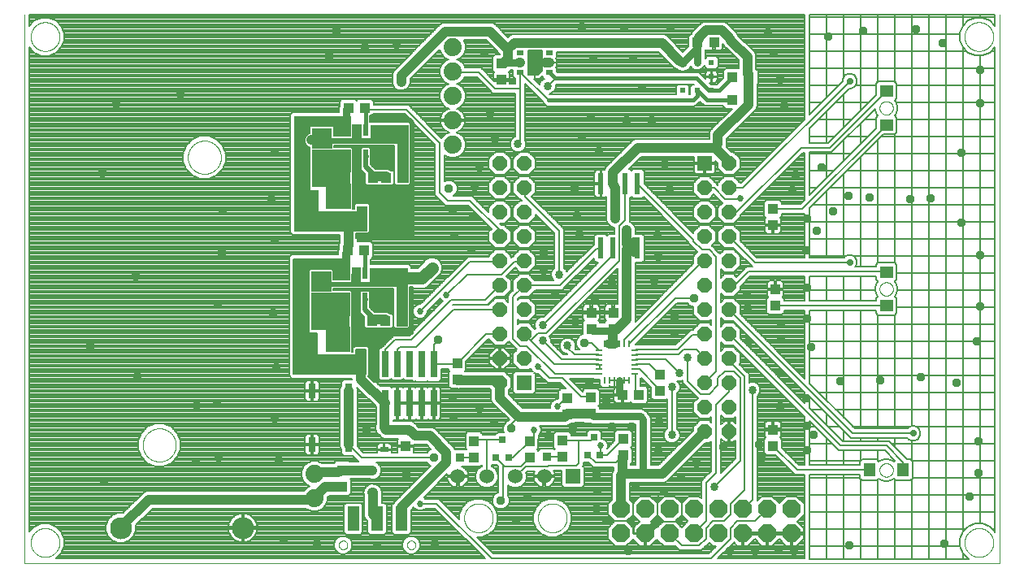
<source format=gtl>
G75*
%MOIN*%
%OFA0B0*%
%FSLAX25Y25*%
%IPPOS*%
%LPD*%
%AMOC8*
5,1,8,0,0,1.08239X$1,22.5*
%
%ADD10C,0.00000*%
%ADD11C,0.09055*%
%ADD12R,0.03937X0.04331*%
%ADD13R,0.04331X0.03937*%
%ADD14R,0.03268X0.02480*%
%ADD15R,0.06000X0.06000*%
%ADD16OC8,0.06000*%
%ADD17R,0.03000X0.06000*%
%ADD18R,0.02900X0.11000*%
%ADD19R,0.02362X0.01969*%
%ADD20R,0.01969X0.02362*%
%ADD21R,0.03150X0.01969*%
%ADD22R,0.00787X0.00787*%
%ADD23C,0.00500*%
%ADD24R,0.02756X0.01142*%
%ADD25R,0.01142X0.02756*%
%ADD26R,0.06024X0.06024*%
%ADD27C,0.06024*%
%ADD28C,0.02800*%
%ADD29R,0.05512X0.04724*%
%ADD30R,0.07874X0.07874*%
%ADD31R,0.02165X0.04724*%
%ADD32R,0.05118X0.05118*%
%ADD33R,0.04724X0.05512*%
%ADD34R,0.02400X0.08700*%
%ADD35R,0.04724X0.09843*%
%ADD36C,0.07400*%
%ADD37OC8,0.07400*%
%ADD38R,0.02756X0.02756*%
%ADD39C,0.00700*%
%ADD40C,0.00800*%
%ADD41C,0.00100*%
%ADD42C,0.00600*%
%ADD43C,0.03762*%
%ADD44C,0.03000*%
%ADD45C,0.04000*%
%ADD46C,0.01000*%
%ADD47C,0.01600*%
%ADD48C,0.03400*%
%ADD49C,0.02700*%
%ADD50C,0.03369*%
%ADD51C,0.01500*%
%ADD52C,0.05000*%
%ADD53R,0.03762X0.03762*%
%ADD54C,0.02000*%
D10*
X0001500Y0014400D02*
X0401500Y0014400D01*
X0401500Y0239400D01*
X0387094Y0230400D02*
X0387096Y0230553D01*
X0387102Y0230707D01*
X0387112Y0230860D01*
X0387126Y0231012D01*
X0387144Y0231165D01*
X0387166Y0231316D01*
X0387191Y0231467D01*
X0387221Y0231618D01*
X0387255Y0231768D01*
X0387292Y0231916D01*
X0387333Y0232064D01*
X0387378Y0232210D01*
X0387427Y0232356D01*
X0387480Y0232500D01*
X0387536Y0232642D01*
X0387596Y0232783D01*
X0387660Y0232923D01*
X0387727Y0233061D01*
X0387798Y0233197D01*
X0387873Y0233331D01*
X0387950Y0233463D01*
X0388032Y0233593D01*
X0388116Y0233721D01*
X0388204Y0233847D01*
X0388295Y0233970D01*
X0388389Y0234091D01*
X0388487Y0234209D01*
X0388587Y0234325D01*
X0388691Y0234438D01*
X0388797Y0234549D01*
X0388906Y0234657D01*
X0389018Y0234762D01*
X0389132Y0234863D01*
X0389250Y0234962D01*
X0389369Y0235058D01*
X0389491Y0235151D01*
X0389616Y0235240D01*
X0389743Y0235327D01*
X0389872Y0235409D01*
X0390003Y0235489D01*
X0390136Y0235565D01*
X0390271Y0235638D01*
X0390408Y0235707D01*
X0390547Y0235772D01*
X0390687Y0235834D01*
X0390829Y0235892D01*
X0390972Y0235947D01*
X0391117Y0235998D01*
X0391263Y0236045D01*
X0391410Y0236088D01*
X0391558Y0236127D01*
X0391707Y0236163D01*
X0391857Y0236194D01*
X0392008Y0236222D01*
X0392159Y0236246D01*
X0392312Y0236266D01*
X0392464Y0236282D01*
X0392617Y0236294D01*
X0392770Y0236302D01*
X0392923Y0236306D01*
X0393077Y0236306D01*
X0393230Y0236302D01*
X0393383Y0236294D01*
X0393536Y0236282D01*
X0393688Y0236266D01*
X0393841Y0236246D01*
X0393992Y0236222D01*
X0394143Y0236194D01*
X0394293Y0236163D01*
X0394442Y0236127D01*
X0394590Y0236088D01*
X0394737Y0236045D01*
X0394883Y0235998D01*
X0395028Y0235947D01*
X0395171Y0235892D01*
X0395313Y0235834D01*
X0395453Y0235772D01*
X0395592Y0235707D01*
X0395729Y0235638D01*
X0395864Y0235565D01*
X0395997Y0235489D01*
X0396128Y0235409D01*
X0396257Y0235327D01*
X0396384Y0235240D01*
X0396509Y0235151D01*
X0396631Y0235058D01*
X0396750Y0234962D01*
X0396868Y0234863D01*
X0396982Y0234762D01*
X0397094Y0234657D01*
X0397203Y0234549D01*
X0397309Y0234438D01*
X0397413Y0234325D01*
X0397513Y0234209D01*
X0397611Y0234091D01*
X0397705Y0233970D01*
X0397796Y0233847D01*
X0397884Y0233721D01*
X0397968Y0233593D01*
X0398050Y0233463D01*
X0398127Y0233331D01*
X0398202Y0233197D01*
X0398273Y0233061D01*
X0398340Y0232923D01*
X0398404Y0232783D01*
X0398464Y0232642D01*
X0398520Y0232500D01*
X0398573Y0232356D01*
X0398622Y0232210D01*
X0398667Y0232064D01*
X0398708Y0231916D01*
X0398745Y0231768D01*
X0398779Y0231618D01*
X0398809Y0231467D01*
X0398834Y0231316D01*
X0398856Y0231165D01*
X0398874Y0231012D01*
X0398888Y0230860D01*
X0398898Y0230707D01*
X0398904Y0230553D01*
X0398906Y0230400D01*
X0398904Y0230247D01*
X0398898Y0230093D01*
X0398888Y0229940D01*
X0398874Y0229788D01*
X0398856Y0229635D01*
X0398834Y0229484D01*
X0398809Y0229333D01*
X0398779Y0229182D01*
X0398745Y0229032D01*
X0398708Y0228884D01*
X0398667Y0228736D01*
X0398622Y0228590D01*
X0398573Y0228444D01*
X0398520Y0228300D01*
X0398464Y0228158D01*
X0398404Y0228017D01*
X0398340Y0227877D01*
X0398273Y0227739D01*
X0398202Y0227603D01*
X0398127Y0227469D01*
X0398050Y0227337D01*
X0397968Y0227207D01*
X0397884Y0227079D01*
X0397796Y0226953D01*
X0397705Y0226830D01*
X0397611Y0226709D01*
X0397513Y0226591D01*
X0397413Y0226475D01*
X0397309Y0226362D01*
X0397203Y0226251D01*
X0397094Y0226143D01*
X0396982Y0226038D01*
X0396868Y0225937D01*
X0396750Y0225838D01*
X0396631Y0225742D01*
X0396509Y0225649D01*
X0396384Y0225560D01*
X0396257Y0225473D01*
X0396128Y0225391D01*
X0395997Y0225311D01*
X0395864Y0225235D01*
X0395729Y0225162D01*
X0395592Y0225093D01*
X0395453Y0225028D01*
X0395313Y0224966D01*
X0395171Y0224908D01*
X0395028Y0224853D01*
X0394883Y0224802D01*
X0394737Y0224755D01*
X0394590Y0224712D01*
X0394442Y0224673D01*
X0394293Y0224637D01*
X0394143Y0224606D01*
X0393992Y0224578D01*
X0393841Y0224554D01*
X0393688Y0224534D01*
X0393536Y0224518D01*
X0393383Y0224506D01*
X0393230Y0224498D01*
X0393077Y0224494D01*
X0392923Y0224494D01*
X0392770Y0224498D01*
X0392617Y0224506D01*
X0392464Y0224518D01*
X0392312Y0224534D01*
X0392159Y0224554D01*
X0392008Y0224578D01*
X0391857Y0224606D01*
X0391707Y0224637D01*
X0391558Y0224673D01*
X0391410Y0224712D01*
X0391263Y0224755D01*
X0391117Y0224802D01*
X0390972Y0224853D01*
X0390829Y0224908D01*
X0390687Y0224966D01*
X0390547Y0225028D01*
X0390408Y0225093D01*
X0390271Y0225162D01*
X0390136Y0225235D01*
X0390003Y0225311D01*
X0389872Y0225391D01*
X0389743Y0225473D01*
X0389616Y0225560D01*
X0389491Y0225649D01*
X0389369Y0225742D01*
X0389250Y0225838D01*
X0389132Y0225937D01*
X0389018Y0226038D01*
X0388906Y0226143D01*
X0388797Y0226251D01*
X0388691Y0226362D01*
X0388587Y0226475D01*
X0388487Y0226591D01*
X0388389Y0226709D01*
X0388295Y0226830D01*
X0388204Y0226953D01*
X0388116Y0227079D01*
X0388032Y0227207D01*
X0387950Y0227337D01*
X0387873Y0227469D01*
X0387798Y0227603D01*
X0387727Y0227739D01*
X0387660Y0227877D01*
X0387596Y0228017D01*
X0387536Y0228158D01*
X0387480Y0228300D01*
X0387427Y0228444D01*
X0387378Y0228590D01*
X0387333Y0228736D01*
X0387292Y0228884D01*
X0387255Y0229032D01*
X0387221Y0229182D01*
X0387191Y0229333D01*
X0387166Y0229484D01*
X0387144Y0229635D01*
X0387126Y0229788D01*
X0387112Y0229940D01*
X0387102Y0230093D01*
X0387096Y0230247D01*
X0387094Y0230400D01*
X0352244Y0201150D02*
X0352246Y0201255D01*
X0352252Y0201360D01*
X0352262Y0201464D01*
X0352276Y0201568D01*
X0352294Y0201672D01*
X0352316Y0201774D01*
X0352341Y0201876D01*
X0352371Y0201977D01*
X0352404Y0202076D01*
X0352441Y0202174D01*
X0352482Y0202271D01*
X0352527Y0202366D01*
X0352575Y0202459D01*
X0352626Y0202551D01*
X0352682Y0202640D01*
X0352740Y0202727D01*
X0352802Y0202812D01*
X0352866Y0202895D01*
X0352934Y0202975D01*
X0353005Y0203052D01*
X0353079Y0203126D01*
X0353156Y0203198D01*
X0353235Y0203267D01*
X0353317Y0203332D01*
X0353401Y0203395D01*
X0353488Y0203454D01*
X0353577Y0203510D01*
X0353668Y0203563D01*
X0353761Y0203612D01*
X0353855Y0203657D01*
X0353951Y0203699D01*
X0354049Y0203737D01*
X0354148Y0203771D01*
X0354249Y0203802D01*
X0354350Y0203828D01*
X0354453Y0203851D01*
X0354556Y0203870D01*
X0354660Y0203885D01*
X0354764Y0203896D01*
X0354869Y0203903D01*
X0354974Y0203906D01*
X0355079Y0203905D01*
X0355184Y0203900D01*
X0355288Y0203891D01*
X0355392Y0203878D01*
X0355496Y0203861D01*
X0355599Y0203840D01*
X0355701Y0203815D01*
X0355802Y0203787D01*
X0355901Y0203754D01*
X0356000Y0203718D01*
X0356097Y0203678D01*
X0356192Y0203635D01*
X0356286Y0203587D01*
X0356378Y0203537D01*
X0356468Y0203483D01*
X0356556Y0203425D01*
X0356641Y0203364D01*
X0356724Y0203300D01*
X0356805Y0203233D01*
X0356883Y0203163D01*
X0356958Y0203089D01*
X0357030Y0203014D01*
X0357100Y0202935D01*
X0357166Y0202854D01*
X0357230Y0202770D01*
X0357290Y0202684D01*
X0357346Y0202596D01*
X0357400Y0202505D01*
X0357450Y0202413D01*
X0357496Y0202319D01*
X0357539Y0202223D01*
X0357578Y0202125D01*
X0357613Y0202027D01*
X0357644Y0201926D01*
X0357672Y0201825D01*
X0357696Y0201723D01*
X0357716Y0201620D01*
X0357732Y0201516D01*
X0357744Y0201412D01*
X0357752Y0201307D01*
X0357756Y0201202D01*
X0357756Y0201098D01*
X0357752Y0200993D01*
X0357744Y0200888D01*
X0357732Y0200784D01*
X0357716Y0200680D01*
X0357696Y0200577D01*
X0357672Y0200475D01*
X0357644Y0200374D01*
X0357613Y0200273D01*
X0357578Y0200175D01*
X0357539Y0200077D01*
X0357496Y0199981D01*
X0357450Y0199887D01*
X0357400Y0199795D01*
X0357346Y0199704D01*
X0357290Y0199616D01*
X0357230Y0199530D01*
X0357166Y0199446D01*
X0357100Y0199365D01*
X0357030Y0199286D01*
X0356958Y0199211D01*
X0356883Y0199137D01*
X0356805Y0199067D01*
X0356724Y0199000D01*
X0356641Y0198936D01*
X0356556Y0198875D01*
X0356468Y0198817D01*
X0356378Y0198763D01*
X0356286Y0198713D01*
X0356192Y0198665D01*
X0356097Y0198622D01*
X0356000Y0198582D01*
X0355901Y0198546D01*
X0355802Y0198513D01*
X0355701Y0198485D01*
X0355599Y0198460D01*
X0355496Y0198439D01*
X0355392Y0198422D01*
X0355288Y0198409D01*
X0355184Y0198400D01*
X0355079Y0198395D01*
X0354974Y0198394D01*
X0354869Y0198397D01*
X0354764Y0198404D01*
X0354660Y0198415D01*
X0354556Y0198430D01*
X0354453Y0198449D01*
X0354350Y0198472D01*
X0354249Y0198498D01*
X0354148Y0198529D01*
X0354049Y0198563D01*
X0353951Y0198601D01*
X0353855Y0198643D01*
X0353761Y0198688D01*
X0353668Y0198737D01*
X0353577Y0198790D01*
X0353488Y0198846D01*
X0353401Y0198905D01*
X0353317Y0198968D01*
X0353235Y0199033D01*
X0353156Y0199102D01*
X0353079Y0199174D01*
X0353005Y0199248D01*
X0352934Y0199325D01*
X0352866Y0199405D01*
X0352802Y0199488D01*
X0352740Y0199573D01*
X0352682Y0199660D01*
X0352626Y0199749D01*
X0352575Y0199841D01*
X0352527Y0199934D01*
X0352482Y0200029D01*
X0352441Y0200126D01*
X0352404Y0200224D01*
X0352371Y0200323D01*
X0352341Y0200424D01*
X0352316Y0200526D01*
X0352294Y0200628D01*
X0352276Y0200732D01*
X0352262Y0200836D01*
X0352252Y0200940D01*
X0352246Y0201045D01*
X0352244Y0201150D01*
X0352244Y0126900D02*
X0352246Y0127005D01*
X0352252Y0127110D01*
X0352262Y0127214D01*
X0352276Y0127318D01*
X0352294Y0127422D01*
X0352316Y0127524D01*
X0352341Y0127626D01*
X0352371Y0127727D01*
X0352404Y0127826D01*
X0352441Y0127924D01*
X0352482Y0128021D01*
X0352527Y0128116D01*
X0352575Y0128209D01*
X0352626Y0128301D01*
X0352682Y0128390D01*
X0352740Y0128477D01*
X0352802Y0128562D01*
X0352866Y0128645D01*
X0352934Y0128725D01*
X0353005Y0128802D01*
X0353079Y0128876D01*
X0353156Y0128948D01*
X0353235Y0129017D01*
X0353317Y0129082D01*
X0353401Y0129145D01*
X0353488Y0129204D01*
X0353577Y0129260D01*
X0353668Y0129313D01*
X0353761Y0129362D01*
X0353855Y0129407D01*
X0353951Y0129449D01*
X0354049Y0129487D01*
X0354148Y0129521D01*
X0354249Y0129552D01*
X0354350Y0129578D01*
X0354453Y0129601D01*
X0354556Y0129620D01*
X0354660Y0129635D01*
X0354764Y0129646D01*
X0354869Y0129653D01*
X0354974Y0129656D01*
X0355079Y0129655D01*
X0355184Y0129650D01*
X0355288Y0129641D01*
X0355392Y0129628D01*
X0355496Y0129611D01*
X0355599Y0129590D01*
X0355701Y0129565D01*
X0355802Y0129537D01*
X0355901Y0129504D01*
X0356000Y0129468D01*
X0356097Y0129428D01*
X0356192Y0129385D01*
X0356286Y0129337D01*
X0356378Y0129287D01*
X0356468Y0129233D01*
X0356556Y0129175D01*
X0356641Y0129114D01*
X0356724Y0129050D01*
X0356805Y0128983D01*
X0356883Y0128913D01*
X0356958Y0128839D01*
X0357030Y0128764D01*
X0357100Y0128685D01*
X0357166Y0128604D01*
X0357230Y0128520D01*
X0357290Y0128434D01*
X0357346Y0128346D01*
X0357400Y0128255D01*
X0357450Y0128163D01*
X0357496Y0128069D01*
X0357539Y0127973D01*
X0357578Y0127875D01*
X0357613Y0127777D01*
X0357644Y0127676D01*
X0357672Y0127575D01*
X0357696Y0127473D01*
X0357716Y0127370D01*
X0357732Y0127266D01*
X0357744Y0127162D01*
X0357752Y0127057D01*
X0357756Y0126952D01*
X0357756Y0126848D01*
X0357752Y0126743D01*
X0357744Y0126638D01*
X0357732Y0126534D01*
X0357716Y0126430D01*
X0357696Y0126327D01*
X0357672Y0126225D01*
X0357644Y0126124D01*
X0357613Y0126023D01*
X0357578Y0125925D01*
X0357539Y0125827D01*
X0357496Y0125731D01*
X0357450Y0125637D01*
X0357400Y0125545D01*
X0357346Y0125454D01*
X0357290Y0125366D01*
X0357230Y0125280D01*
X0357166Y0125196D01*
X0357100Y0125115D01*
X0357030Y0125036D01*
X0356958Y0124961D01*
X0356883Y0124887D01*
X0356805Y0124817D01*
X0356724Y0124750D01*
X0356641Y0124686D01*
X0356556Y0124625D01*
X0356468Y0124567D01*
X0356378Y0124513D01*
X0356286Y0124463D01*
X0356192Y0124415D01*
X0356097Y0124372D01*
X0356000Y0124332D01*
X0355901Y0124296D01*
X0355802Y0124263D01*
X0355701Y0124235D01*
X0355599Y0124210D01*
X0355496Y0124189D01*
X0355392Y0124172D01*
X0355288Y0124159D01*
X0355184Y0124150D01*
X0355079Y0124145D01*
X0354974Y0124144D01*
X0354869Y0124147D01*
X0354764Y0124154D01*
X0354660Y0124165D01*
X0354556Y0124180D01*
X0354453Y0124199D01*
X0354350Y0124222D01*
X0354249Y0124248D01*
X0354148Y0124279D01*
X0354049Y0124313D01*
X0353951Y0124351D01*
X0353855Y0124393D01*
X0353761Y0124438D01*
X0353668Y0124487D01*
X0353577Y0124540D01*
X0353488Y0124596D01*
X0353401Y0124655D01*
X0353317Y0124718D01*
X0353235Y0124783D01*
X0353156Y0124852D01*
X0353079Y0124924D01*
X0353005Y0124998D01*
X0352934Y0125075D01*
X0352866Y0125155D01*
X0352802Y0125238D01*
X0352740Y0125323D01*
X0352682Y0125410D01*
X0352626Y0125499D01*
X0352575Y0125591D01*
X0352527Y0125684D01*
X0352482Y0125779D01*
X0352441Y0125876D01*
X0352404Y0125974D01*
X0352371Y0126073D01*
X0352341Y0126174D01*
X0352316Y0126276D01*
X0352294Y0126378D01*
X0352276Y0126482D01*
X0352262Y0126586D01*
X0352252Y0126690D01*
X0352246Y0126795D01*
X0352244Y0126900D01*
X0352244Y0052650D02*
X0352246Y0052755D01*
X0352252Y0052860D01*
X0352262Y0052964D01*
X0352276Y0053068D01*
X0352294Y0053172D01*
X0352316Y0053274D01*
X0352341Y0053376D01*
X0352371Y0053477D01*
X0352404Y0053576D01*
X0352441Y0053674D01*
X0352482Y0053771D01*
X0352527Y0053866D01*
X0352575Y0053959D01*
X0352626Y0054051D01*
X0352682Y0054140D01*
X0352740Y0054227D01*
X0352802Y0054312D01*
X0352866Y0054395D01*
X0352934Y0054475D01*
X0353005Y0054552D01*
X0353079Y0054626D01*
X0353156Y0054698D01*
X0353235Y0054767D01*
X0353317Y0054832D01*
X0353401Y0054895D01*
X0353488Y0054954D01*
X0353577Y0055010D01*
X0353668Y0055063D01*
X0353761Y0055112D01*
X0353855Y0055157D01*
X0353951Y0055199D01*
X0354049Y0055237D01*
X0354148Y0055271D01*
X0354249Y0055302D01*
X0354350Y0055328D01*
X0354453Y0055351D01*
X0354556Y0055370D01*
X0354660Y0055385D01*
X0354764Y0055396D01*
X0354869Y0055403D01*
X0354974Y0055406D01*
X0355079Y0055405D01*
X0355184Y0055400D01*
X0355288Y0055391D01*
X0355392Y0055378D01*
X0355496Y0055361D01*
X0355599Y0055340D01*
X0355701Y0055315D01*
X0355802Y0055287D01*
X0355901Y0055254D01*
X0356000Y0055218D01*
X0356097Y0055178D01*
X0356192Y0055135D01*
X0356286Y0055087D01*
X0356378Y0055037D01*
X0356468Y0054983D01*
X0356556Y0054925D01*
X0356641Y0054864D01*
X0356724Y0054800D01*
X0356805Y0054733D01*
X0356883Y0054663D01*
X0356958Y0054589D01*
X0357030Y0054514D01*
X0357100Y0054435D01*
X0357166Y0054354D01*
X0357230Y0054270D01*
X0357290Y0054184D01*
X0357346Y0054096D01*
X0357400Y0054005D01*
X0357450Y0053913D01*
X0357496Y0053819D01*
X0357539Y0053723D01*
X0357578Y0053625D01*
X0357613Y0053527D01*
X0357644Y0053426D01*
X0357672Y0053325D01*
X0357696Y0053223D01*
X0357716Y0053120D01*
X0357732Y0053016D01*
X0357744Y0052912D01*
X0357752Y0052807D01*
X0357756Y0052702D01*
X0357756Y0052598D01*
X0357752Y0052493D01*
X0357744Y0052388D01*
X0357732Y0052284D01*
X0357716Y0052180D01*
X0357696Y0052077D01*
X0357672Y0051975D01*
X0357644Y0051874D01*
X0357613Y0051773D01*
X0357578Y0051675D01*
X0357539Y0051577D01*
X0357496Y0051481D01*
X0357450Y0051387D01*
X0357400Y0051295D01*
X0357346Y0051204D01*
X0357290Y0051116D01*
X0357230Y0051030D01*
X0357166Y0050946D01*
X0357100Y0050865D01*
X0357030Y0050786D01*
X0356958Y0050711D01*
X0356883Y0050637D01*
X0356805Y0050567D01*
X0356724Y0050500D01*
X0356641Y0050436D01*
X0356556Y0050375D01*
X0356468Y0050317D01*
X0356378Y0050263D01*
X0356286Y0050213D01*
X0356192Y0050165D01*
X0356097Y0050122D01*
X0356000Y0050082D01*
X0355901Y0050046D01*
X0355802Y0050013D01*
X0355701Y0049985D01*
X0355599Y0049960D01*
X0355496Y0049939D01*
X0355392Y0049922D01*
X0355288Y0049909D01*
X0355184Y0049900D01*
X0355079Y0049895D01*
X0354974Y0049894D01*
X0354869Y0049897D01*
X0354764Y0049904D01*
X0354660Y0049915D01*
X0354556Y0049930D01*
X0354453Y0049949D01*
X0354350Y0049972D01*
X0354249Y0049998D01*
X0354148Y0050029D01*
X0354049Y0050063D01*
X0353951Y0050101D01*
X0353855Y0050143D01*
X0353761Y0050188D01*
X0353668Y0050237D01*
X0353577Y0050290D01*
X0353488Y0050346D01*
X0353401Y0050405D01*
X0353317Y0050468D01*
X0353235Y0050533D01*
X0353156Y0050602D01*
X0353079Y0050674D01*
X0353005Y0050748D01*
X0352934Y0050825D01*
X0352866Y0050905D01*
X0352802Y0050988D01*
X0352740Y0051073D01*
X0352682Y0051160D01*
X0352626Y0051249D01*
X0352575Y0051341D01*
X0352527Y0051434D01*
X0352482Y0051529D01*
X0352441Y0051626D01*
X0352404Y0051724D01*
X0352371Y0051823D01*
X0352341Y0051924D01*
X0352316Y0052026D01*
X0352294Y0052128D01*
X0352276Y0052232D01*
X0352262Y0052336D01*
X0352252Y0052440D01*
X0352246Y0052545D01*
X0352244Y0052650D01*
X0387094Y0022900D02*
X0387096Y0023053D01*
X0387102Y0023207D01*
X0387112Y0023360D01*
X0387126Y0023512D01*
X0387144Y0023665D01*
X0387166Y0023816D01*
X0387191Y0023967D01*
X0387221Y0024118D01*
X0387255Y0024268D01*
X0387292Y0024416D01*
X0387333Y0024564D01*
X0387378Y0024710D01*
X0387427Y0024856D01*
X0387480Y0025000D01*
X0387536Y0025142D01*
X0387596Y0025283D01*
X0387660Y0025423D01*
X0387727Y0025561D01*
X0387798Y0025697D01*
X0387873Y0025831D01*
X0387950Y0025963D01*
X0388032Y0026093D01*
X0388116Y0026221D01*
X0388204Y0026347D01*
X0388295Y0026470D01*
X0388389Y0026591D01*
X0388487Y0026709D01*
X0388587Y0026825D01*
X0388691Y0026938D01*
X0388797Y0027049D01*
X0388906Y0027157D01*
X0389018Y0027262D01*
X0389132Y0027363D01*
X0389250Y0027462D01*
X0389369Y0027558D01*
X0389491Y0027651D01*
X0389616Y0027740D01*
X0389743Y0027827D01*
X0389872Y0027909D01*
X0390003Y0027989D01*
X0390136Y0028065D01*
X0390271Y0028138D01*
X0390408Y0028207D01*
X0390547Y0028272D01*
X0390687Y0028334D01*
X0390829Y0028392D01*
X0390972Y0028447D01*
X0391117Y0028498D01*
X0391263Y0028545D01*
X0391410Y0028588D01*
X0391558Y0028627D01*
X0391707Y0028663D01*
X0391857Y0028694D01*
X0392008Y0028722D01*
X0392159Y0028746D01*
X0392312Y0028766D01*
X0392464Y0028782D01*
X0392617Y0028794D01*
X0392770Y0028802D01*
X0392923Y0028806D01*
X0393077Y0028806D01*
X0393230Y0028802D01*
X0393383Y0028794D01*
X0393536Y0028782D01*
X0393688Y0028766D01*
X0393841Y0028746D01*
X0393992Y0028722D01*
X0394143Y0028694D01*
X0394293Y0028663D01*
X0394442Y0028627D01*
X0394590Y0028588D01*
X0394737Y0028545D01*
X0394883Y0028498D01*
X0395028Y0028447D01*
X0395171Y0028392D01*
X0395313Y0028334D01*
X0395453Y0028272D01*
X0395592Y0028207D01*
X0395729Y0028138D01*
X0395864Y0028065D01*
X0395997Y0027989D01*
X0396128Y0027909D01*
X0396257Y0027827D01*
X0396384Y0027740D01*
X0396509Y0027651D01*
X0396631Y0027558D01*
X0396750Y0027462D01*
X0396868Y0027363D01*
X0396982Y0027262D01*
X0397094Y0027157D01*
X0397203Y0027049D01*
X0397309Y0026938D01*
X0397413Y0026825D01*
X0397513Y0026709D01*
X0397611Y0026591D01*
X0397705Y0026470D01*
X0397796Y0026347D01*
X0397884Y0026221D01*
X0397968Y0026093D01*
X0398050Y0025963D01*
X0398127Y0025831D01*
X0398202Y0025697D01*
X0398273Y0025561D01*
X0398340Y0025423D01*
X0398404Y0025283D01*
X0398464Y0025142D01*
X0398520Y0025000D01*
X0398573Y0024856D01*
X0398622Y0024710D01*
X0398667Y0024564D01*
X0398708Y0024416D01*
X0398745Y0024268D01*
X0398779Y0024118D01*
X0398809Y0023967D01*
X0398834Y0023816D01*
X0398856Y0023665D01*
X0398874Y0023512D01*
X0398888Y0023360D01*
X0398898Y0023207D01*
X0398904Y0023053D01*
X0398906Y0022900D01*
X0398904Y0022747D01*
X0398898Y0022593D01*
X0398888Y0022440D01*
X0398874Y0022288D01*
X0398856Y0022135D01*
X0398834Y0021984D01*
X0398809Y0021833D01*
X0398779Y0021682D01*
X0398745Y0021532D01*
X0398708Y0021384D01*
X0398667Y0021236D01*
X0398622Y0021090D01*
X0398573Y0020944D01*
X0398520Y0020800D01*
X0398464Y0020658D01*
X0398404Y0020517D01*
X0398340Y0020377D01*
X0398273Y0020239D01*
X0398202Y0020103D01*
X0398127Y0019969D01*
X0398050Y0019837D01*
X0397968Y0019707D01*
X0397884Y0019579D01*
X0397796Y0019453D01*
X0397705Y0019330D01*
X0397611Y0019209D01*
X0397513Y0019091D01*
X0397413Y0018975D01*
X0397309Y0018862D01*
X0397203Y0018751D01*
X0397094Y0018643D01*
X0396982Y0018538D01*
X0396868Y0018437D01*
X0396750Y0018338D01*
X0396631Y0018242D01*
X0396509Y0018149D01*
X0396384Y0018060D01*
X0396257Y0017973D01*
X0396128Y0017891D01*
X0395997Y0017811D01*
X0395864Y0017735D01*
X0395729Y0017662D01*
X0395592Y0017593D01*
X0395453Y0017528D01*
X0395313Y0017466D01*
X0395171Y0017408D01*
X0395028Y0017353D01*
X0394883Y0017302D01*
X0394737Y0017255D01*
X0394590Y0017212D01*
X0394442Y0017173D01*
X0394293Y0017137D01*
X0394143Y0017106D01*
X0393992Y0017078D01*
X0393841Y0017054D01*
X0393688Y0017034D01*
X0393536Y0017018D01*
X0393383Y0017006D01*
X0393230Y0016998D01*
X0393077Y0016994D01*
X0392923Y0016994D01*
X0392770Y0016998D01*
X0392617Y0017006D01*
X0392464Y0017018D01*
X0392312Y0017034D01*
X0392159Y0017054D01*
X0392008Y0017078D01*
X0391857Y0017106D01*
X0391707Y0017137D01*
X0391558Y0017173D01*
X0391410Y0017212D01*
X0391263Y0017255D01*
X0391117Y0017302D01*
X0390972Y0017353D01*
X0390829Y0017408D01*
X0390687Y0017466D01*
X0390547Y0017528D01*
X0390408Y0017593D01*
X0390271Y0017662D01*
X0390136Y0017735D01*
X0390003Y0017811D01*
X0389872Y0017891D01*
X0389743Y0017973D01*
X0389616Y0018060D01*
X0389491Y0018149D01*
X0389369Y0018242D01*
X0389250Y0018338D01*
X0389132Y0018437D01*
X0389018Y0018538D01*
X0388906Y0018643D01*
X0388797Y0018751D01*
X0388691Y0018862D01*
X0388587Y0018975D01*
X0388487Y0019091D01*
X0388389Y0019209D01*
X0388295Y0019330D01*
X0388204Y0019453D01*
X0388116Y0019579D01*
X0388032Y0019707D01*
X0387950Y0019837D01*
X0387873Y0019969D01*
X0387798Y0020103D01*
X0387727Y0020239D01*
X0387660Y0020377D01*
X0387596Y0020517D01*
X0387536Y0020658D01*
X0387480Y0020800D01*
X0387427Y0020944D01*
X0387378Y0021090D01*
X0387333Y0021236D01*
X0387292Y0021384D01*
X0387255Y0021532D01*
X0387221Y0021682D01*
X0387191Y0021833D01*
X0387166Y0021984D01*
X0387144Y0022135D01*
X0387126Y0022288D01*
X0387112Y0022440D01*
X0387102Y0022593D01*
X0387096Y0022747D01*
X0387094Y0022900D01*
X0212151Y0033000D02*
X0212153Y0033153D01*
X0212159Y0033307D01*
X0212169Y0033460D01*
X0212183Y0033612D01*
X0212201Y0033765D01*
X0212223Y0033916D01*
X0212248Y0034067D01*
X0212278Y0034218D01*
X0212312Y0034368D01*
X0212349Y0034516D01*
X0212390Y0034664D01*
X0212435Y0034810D01*
X0212484Y0034956D01*
X0212537Y0035100D01*
X0212593Y0035242D01*
X0212653Y0035383D01*
X0212717Y0035523D01*
X0212784Y0035661D01*
X0212855Y0035797D01*
X0212930Y0035931D01*
X0213007Y0036063D01*
X0213089Y0036193D01*
X0213173Y0036321D01*
X0213261Y0036447D01*
X0213352Y0036570D01*
X0213446Y0036691D01*
X0213544Y0036809D01*
X0213644Y0036925D01*
X0213748Y0037038D01*
X0213854Y0037149D01*
X0213963Y0037257D01*
X0214075Y0037362D01*
X0214189Y0037463D01*
X0214307Y0037562D01*
X0214426Y0037658D01*
X0214548Y0037751D01*
X0214673Y0037840D01*
X0214800Y0037927D01*
X0214929Y0038009D01*
X0215060Y0038089D01*
X0215193Y0038165D01*
X0215328Y0038238D01*
X0215465Y0038307D01*
X0215604Y0038372D01*
X0215744Y0038434D01*
X0215886Y0038492D01*
X0216029Y0038547D01*
X0216174Y0038598D01*
X0216320Y0038645D01*
X0216467Y0038688D01*
X0216615Y0038727D01*
X0216764Y0038763D01*
X0216914Y0038794D01*
X0217065Y0038822D01*
X0217216Y0038846D01*
X0217369Y0038866D01*
X0217521Y0038882D01*
X0217674Y0038894D01*
X0217827Y0038902D01*
X0217980Y0038906D01*
X0218134Y0038906D01*
X0218287Y0038902D01*
X0218440Y0038894D01*
X0218593Y0038882D01*
X0218745Y0038866D01*
X0218898Y0038846D01*
X0219049Y0038822D01*
X0219200Y0038794D01*
X0219350Y0038763D01*
X0219499Y0038727D01*
X0219647Y0038688D01*
X0219794Y0038645D01*
X0219940Y0038598D01*
X0220085Y0038547D01*
X0220228Y0038492D01*
X0220370Y0038434D01*
X0220510Y0038372D01*
X0220649Y0038307D01*
X0220786Y0038238D01*
X0220921Y0038165D01*
X0221054Y0038089D01*
X0221185Y0038009D01*
X0221314Y0037927D01*
X0221441Y0037840D01*
X0221566Y0037751D01*
X0221688Y0037658D01*
X0221807Y0037562D01*
X0221925Y0037463D01*
X0222039Y0037362D01*
X0222151Y0037257D01*
X0222260Y0037149D01*
X0222366Y0037038D01*
X0222470Y0036925D01*
X0222570Y0036809D01*
X0222668Y0036691D01*
X0222762Y0036570D01*
X0222853Y0036447D01*
X0222941Y0036321D01*
X0223025Y0036193D01*
X0223107Y0036063D01*
X0223184Y0035931D01*
X0223259Y0035797D01*
X0223330Y0035661D01*
X0223397Y0035523D01*
X0223461Y0035383D01*
X0223521Y0035242D01*
X0223577Y0035100D01*
X0223630Y0034956D01*
X0223679Y0034810D01*
X0223724Y0034664D01*
X0223765Y0034516D01*
X0223802Y0034368D01*
X0223836Y0034218D01*
X0223866Y0034067D01*
X0223891Y0033916D01*
X0223913Y0033765D01*
X0223931Y0033612D01*
X0223945Y0033460D01*
X0223955Y0033307D01*
X0223961Y0033153D01*
X0223963Y0033000D01*
X0223961Y0032847D01*
X0223955Y0032693D01*
X0223945Y0032540D01*
X0223931Y0032388D01*
X0223913Y0032235D01*
X0223891Y0032084D01*
X0223866Y0031933D01*
X0223836Y0031782D01*
X0223802Y0031632D01*
X0223765Y0031484D01*
X0223724Y0031336D01*
X0223679Y0031190D01*
X0223630Y0031044D01*
X0223577Y0030900D01*
X0223521Y0030758D01*
X0223461Y0030617D01*
X0223397Y0030477D01*
X0223330Y0030339D01*
X0223259Y0030203D01*
X0223184Y0030069D01*
X0223107Y0029937D01*
X0223025Y0029807D01*
X0222941Y0029679D01*
X0222853Y0029553D01*
X0222762Y0029430D01*
X0222668Y0029309D01*
X0222570Y0029191D01*
X0222470Y0029075D01*
X0222366Y0028962D01*
X0222260Y0028851D01*
X0222151Y0028743D01*
X0222039Y0028638D01*
X0221925Y0028537D01*
X0221807Y0028438D01*
X0221688Y0028342D01*
X0221566Y0028249D01*
X0221441Y0028160D01*
X0221314Y0028073D01*
X0221185Y0027991D01*
X0221054Y0027911D01*
X0220921Y0027835D01*
X0220786Y0027762D01*
X0220649Y0027693D01*
X0220510Y0027628D01*
X0220370Y0027566D01*
X0220228Y0027508D01*
X0220085Y0027453D01*
X0219940Y0027402D01*
X0219794Y0027355D01*
X0219647Y0027312D01*
X0219499Y0027273D01*
X0219350Y0027237D01*
X0219200Y0027206D01*
X0219049Y0027178D01*
X0218898Y0027154D01*
X0218745Y0027134D01*
X0218593Y0027118D01*
X0218440Y0027106D01*
X0218287Y0027098D01*
X0218134Y0027094D01*
X0217980Y0027094D01*
X0217827Y0027098D01*
X0217674Y0027106D01*
X0217521Y0027118D01*
X0217369Y0027134D01*
X0217216Y0027154D01*
X0217065Y0027178D01*
X0216914Y0027206D01*
X0216764Y0027237D01*
X0216615Y0027273D01*
X0216467Y0027312D01*
X0216320Y0027355D01*
X0216174Y0027402D01*
X0216029Y0027453D01*
X0215886Y0027508D01*
X0215744Y0027566D01*
X0215604Y0027628D01*
X0215465Y0027693D01*
X0215328Y0027762D01*
X0215193Y0027835D01*
X0215060Y0027911D01*
X0214929Y0027991D01*
X0214800Y0028073D01*
X0214673Y0028160D01*
X0214548Y0028249D01*
X0214426Y0028342D01*
X0214307Y0028438D01*
X0214189Y0028537D01*
X0214075Y0028638D01*
X0213963Y0028743D01*
X0213854Y0028851D01*
X0213748Y0028962D01*
X0213644Y0029075D01*
X0213544Y0029191D01*
X0213446Y0029309D01*
X0213352Y0029430D01*
X0213261Y0029553D01*
X0213173Y0029679D01*
X0213089Y0029807D01*
X0213007Y0029937D01*
X0212930Y0030069D01*
X0212855Y0030203D01*
X0212784Y0030339D01*
X0212717Y0030477D01*
X0212653Y0030617D01*
X0212593Y0030758D01*
X0212537Y0030900D01*
X0212484Y0031044D01*
X0212435Y0031190D01*
X0212390Y0031336D01*
X0212349Y0031484D01*
X0212312Y0031632D01*
X0212278Y0031782D01*
X0212248Y0031933D01*
X0212223Y0032084D01*
X0212201Y0032235D01*
X0212183Y0032388D01*
X0212169Y0032540D01*
X0212159Y0032693D01*
X0212153Y0032847D01*
X0212151Y0033000D01*
X0181837Y0033000D02*
X0181839Y0033153D01*
X0181845Y0033307D01*
X0181855Y0033460D01*
X0181869Y0033612D01*
X0181887Y0033765D01*
X0181909Y0033916D01*
X0181934Y0034067D01*
X0181964Y0034218D01*
X0181998Y0034368D01*
X0182035Y0034516D01*
X0182076Y0034664D01*
X0182121Y0034810D01*
X0182170Y0034956D01*
X0182223Y0035100D01*
X0182279Y0035242D01*
X0182339Y0035383D01*
X0182403Y0035523D01*
X0182470Y0035661D01*
X0182541Y0035797D01*
X0182616Y0035931D01*
X0182693Y0036063D01*
X0182775Y0036193D01*
X0182859Y0036321D01*
X0182947Y0036447D01*
X0183038Y0036570D01*
X0183132Y0036691D01*
X0183230Y0036809D01*
X0183330Y0036925D01*
X0183434Y0037038D01*
X0183540Y0037149D01*
X0183649Y0037257D01*
X0183761Y0037362D01*
X0183875Y0037463D01*
X0183993Y0037562D01*
X0184112Y0037658D01*
X0184234Y0037751D01*
X0184359Y0037840D01*
X0184486Y0037927D01*
X0184615Y0038009D01*
X0184746Y0038089D01*
X0184879Y0038165D01*
X0185014Y0038238D01*
X0185151Y0038307D01*
X0185290Y0038372D01*
X0185430Y0038434D01*
X0185572Y0038492D01*
X0185715Y0038547D01*
X0185860Y0038598D01*
X0186006Y0038645D01*
X0186153Y0038688D01*
X0186301Y0038727D01*
X0186450Y0038763D01*
X0186600Y0038794D01*
X0186751Y0038822D01*
X0186902Y0038846D01*
X0187055Y0038866D01*
X0187207Y0038882D01*
X0187360Y0038894D01*
X0187513Y0038902D01*
X0187666Y0038906D01*
X0187820Y0038906D01*
X0187973Y0038902D01*
X0188126Y0038894D01*
X0188279Y0038882D01*
X0188431Y0038866D01*
X0188584Y0038846D01*
X0188735Y0038822D01*
X0188886Y0038794D01*
X0189036Y0038763D01*
X0189185Y0038727D01*
X0189333Y0038688D01*
X0189480Y0038645D01*
X0189626Y0038598D01*
X0189771Y0038547D01*
X0189914Y0038492D01*
X0190056Y0038434D01*
X0190196Y0038372D01*
X0190335Y0038307D01*
X0190472Y0038238D01*
X0190607Y0038165D01*
X0190740Y0038089D01*
X0190871Y0038009D01*
X0191000Y0037927D01*
X0191127Y0037840D01*
X0191252Y0037751D01*
X0191374Y0037658D01*
X0191493Y0037562D01*
X0191611Y0037463D01*
X0191725Y0037362D01*
X0191837Y0037257D01*
X0191946Y0037149D01*
X0192052Y0037038D01*
X0192156Y0036925D01*
X0192256Y0036809D01*
X0192354Y0036691D01*
X0192448Y0036570D01*
X0192539Y0036447D01*
X0192627Y0036321D01*
X0192711Y0036193D01*
X0192793Y0036063D01*
X0192870Y0035931D01*
X0192945Y0035797D01*
X0193016Y0035661D01*
X0193083Y0035523D01*
X0193147Y0035383D01*
X0193207Y0035242D01*
X0193263Y0035100D01*
X0193316Y0034956D01*
X0193365Y0034810D01*
X0193410Y0034664D01*
X0193451Y0034516D01*
X0193488Y0034368D01*
X0193522Y0034218D01*
X0193552Y0034067D01*
X0193577Y0033916D01*
X0193599Y0033765D01*
X0193617Y0033612D01*
X0193631Y0033460D01*
X0193641Y0033307D01*
X0193647Y0033153D01*
X0193649Y0033000D01*
X0193647Y0032847D01*
X0193641Y0032693D01*
X0193631Y0032540D01*
X0193617Y0032388D01*
X0193599Y0032235D01*
X0193577Y0032084D01*
X0193552Y0031933D01*
X0193522Y0031782D01*
X0193488Y0031632D01*
X0193451Y0031484D01*
X0193410Y0031336D01*
X0193365Y0031190D01*
X0193316Y0031044D01*
X0193263Y0030900D01*
X0193207Y0030758D01*
X0193147Y0030617D01*
X0193083Y0030477D01*
X0193016Y0030339D01*
X0192945Y0030203D01*
X0192870Y0030069D01*
X0192793Y0029937D01*
X0192711Y0029807D01*
X0192627Y0029679D01*
X0192539Y0029553D01*
X0192448Y0029430D01*
X0192354Y0029309D01*
X0192256Y0029191D01*
X0192156Y0029075D01*
X0192052Y0028962D01*
X0191946Y0028851D01*
X0191837Y0028743D01*
X0191725Y0028638D01*
X0191611Y0028537D01*
X0191493Y0028438D01*
X0191374Y0028342D01*
X0191252Y0028249D01*
X0191127Y0028160D01*
X0191000Y0028073D01*
X0190871Y0027991D01*
X0190740Y0027911D01*
X0190607Y0027835D01*
X0190472Y0027762D01*
X0190335Y0027693D01*
X0190196Y0027628D01*
X0190056Y0027566D01*
X0189914Y0027508D01*
X0189771Y0027453D01*
X0189626Y0027402D01*
X0189480Y0027355D01*
X0189333Y0027312D01*
X0189185Y0027273D01*
X0189036Y0027237D01*
X0188886Y0027206D01*
X0188735Y0027178D01*
X0188584Y0027154D01*
X0188431Y0027134D01*
X0188279Y0027118D01*
X0188126Y0027106D01*
X0187973Y0027098D01*
X0187820Y0027094D01*
X0187666Y0027094D01*
X0187513Y0027098D01*
X0187360Y0027106D01*
X0187207Y0027118D01*
X0187055Y0027134D01*
X0186902Y0027154D01*
X0186751Y0027178D01*
X0186600Y0027206D01*
X0186450Y0027237D01*
X0186301Y0027273D01*
X0186153Y0027312D01*
X0186006Y0027355D01*
X0185860Y0027402D01*
X0185715Y0027453D01*
X0185572Y0027508D01*
X0185430Y0027566D01*
X0185290Y0027628D01*
X0185151Y0027693D01*
X0185014Y0027762D01*
X0184879Y0027835D01*
X0184746Y0027911D01*
X0184615Y0027991D01*
X0184486Y0028073D01*
X0184359Y0028160D01*
X0184234Y0028249D01*
X0184112Y0028342D01*
X0183993Y0028438D01*
X0183875Y0028537D01*
X0183761Y0028638D01*
X0183649Y0028743D01*
X0183540Y0028851D01*
X0183434Y0028962D01*
X0183330Y0029075D01*
X0183230Y0029191D01*
X0183132Y0029309D01*
X0183038Y0029430D01*
X0182947Y0029553D01*
X0182859Y0029679D01*
X0182775Y0029807D01*
X0182693Y0029937D01*
X0182616Y0030069D01*
X0182541Y0030203D01*
X0182470Y0030339D01*
X0182403Y0030477D01*
X0182339Y0030617D01*
X0182279Y0030758D01*
X0182223Y0030900D01*
X0182170Y0031044D01*
X0182121Y0031190D01*
X0182076Y0031336D01*
X0182035Y0031484D01*
X0181998Y0031632D01*
X0181964Y0031782D01*
X0181934Y0031933D01*
X0181909Y0032084D01*
X0181887Y0032235D01*
X0181869Y0032388D01*
X0181855Y0032540D01*
X0181845Y0032693D01*
X0181839Y0032847D01*
X0181837Y0033000D01*
X0158404Y0021900D02*
X0158406Y0021984D01*
X0158412Y0022067D01*
X0158422Y0022150D01*
X0158436Y0022233D01*
X0158453Y0022315D01*
X0158475Y0022396D01*
X0158500Y0022475D01*
X0158529Y0022554D01*
X0158562Y0022631D01*
X0158598Y0022706D01*
X0158638Y0022780D01*
X0158681Y0022852D01*
X0158728Y0022921D01*
X0158778Y0022988D01*
X0158831Y0023053D01*
X0158887Y0023115D01*
X0158945Y0023175D01*
X0159007Y0023232D01*
X0159071Y0023285D01*
X0159138Y0023336D01*
X0159207Y0023383D01*
X0159278Y0023428D01*
X0159351Y0023468D01*
X0159426Y0023505D01*
X0159503Y0023539D01*
X0159581Y0023569D01*
X0159660Y0023595D01*
X0159741Y0023618D01*
X0159823Y0023636D01*
X0159905Y0023651D01*
X0159988Y0023662D01*
X0160071Y0023669D01*
X0160155Y0023672D01*
X0160239Y0023671D01*
X0160322Y0023666D01*
X0160406Y0023657D01*
X0160488Y0023644D01*
X0160570Y0023628D01*
X0160651Y0023607D01*
X0160732Y0023583D01*
X0160810Y0023555D01*
X0160888Y0023523D01*
X0160964Y0023487D01*
X0161038Y0023448D01*
X0161110Y0023406D01*
X0161180Y0023360D01*
X0161248Y0023311D01*
X0161313Y0023259D01*
X0161376Y0023204D01*
X0161436Y0023146D01*
X0161494Y0023085D01*
X0161548Y0023021D01*
X0161600Y0022955D01*
X0161648Y0022887D01*
X0161693Y0022816D01*
X0161734Y0022743D01*
X0161773Y0022669D01*
X0161807Y0022593D01*
X0161838Y0022515D01*
X0161865Y0022436D01*
X0161889Y0022355D01*
X0161908Y0022274D01*
X0161924Y0022192D01*
X0161936Y0022109D01*
X0161944Y0022025D01*
X0161948Y0021942D01*
X0161948Y0021858D01*
X0161944Y0021775D01*
X0161936Y0021691D01*
X0161924Y0021608D01*
X0161908Y0021526D01*
X0161889Y0021445D01*
X0161865Y0021364D01*
X0161838Y0021285D01*
X0161807Y0021207D01*
X0161773Y0021131D01*
X0161734Y0021057D01*
X0161693Y0020984D01*
X0161648Y0020913D01*
X0161600Y0020845D01*
X0161548Y0020779D01*
X0161494Y0020715D01*
X0161436Y0020654D01*
X0161376Y0020596D01*
X0161313Y0020541D01*
X0161248Y0020489D01*
X0161180Y0020440D01*
X0161110Y0020394D01*
X0161038Y0020352D01*
X0160964Y0020313D01*
X0160888Y0020277D01*
X0160810Y0020245D01*
X0160732Y0020217D01*
X0160651Y0020193D01*
X0160570Y0020172D01*
X0160488Y0020156D01*
X0160406Y0020143D01*
X0160322Y0020134D01*
X0160239Y0020129D01*
X0160155Y0020128D01*
X0160071Y0020131D01*
X0159988Y0020138D01*
X0159905Y0020149D01*
X0159823Y0020164D01*
X0159741Y0020182D01*
X0159660Y0020205D01*
X0159581Y0020231D01*
X0159503Y0020261D01*
X0159426Y0020295D01*
X0159351Y0020332D01*
X0159278Y0020372D01*
X0159207Y0020417D01*
X0159138Y0020464D01*
X0159071Y0020515D01*
X0159007Y0020568D01*
X0158945Y0020625D01*
X0158887Y0020685D01*
X0158831Y0020747D01*
X0158778Y0020812D01*
X0158728Y0020879D01*
X0158681Y0020948D01*
X0158638Y0021020D01*
X0158598Y0021094D01*
X0158562Y0021169D01*
X0158529Y0021246D01*
X0158500Y0021325D01*
X0158475Y0021404D01*
X0158453Y0021485D01*
X0158436Y0021567D01*
X0158422Y0021650D01*
X0158412Y0021733D01*
X0158406Y0021816D01*
X0158404Y0021900D01*
X0130452Y0021900D02*
X0130454Y0021984D01*
X0130460Y0022067D01*
X0130470Y0022150D01*
X0130484Y0022233D01*
X0130501Y0022315D01*
X0130523Y0022396D01*
X0130548Y0022475D01*
X0130577Y0022554D01*
X0130610Y0022631D01*
X0130646Y0022706D01*
X0130686Y0022780D01*
X0130729Y0022852D01*
X0130776Y0022921D01*
X0130826Y0022988D01*
X0130879Y0023053D01*
X0130935Y0023115D01*
X0130993Y0023175D01*
X0131055Y0023232D01*
X0131119Y0023285D01*
X0131186Y0023336D01*
X0131255Y0023383D01*
X0131326Y0023428D01*
X0131399Y0023468D01*
X0131474Y0023505D01*
X0131551Y0023539D01*
X0131629Y0023569D01*
X0131708Y0023595D01*
X0131789Y0023618D01*
X0131871Y0023636D01*
X0131953Y0023651D01*
X0132036Y0023662D01*
X0132119Y0023669D01*
X0132203Y0023672D01*
X0132287Y0023671D01*
X0132370Y0023666D01*
X0132454Y0023657D01*
X0132536Y0023644D01*
X0132618Y0023628D01*
X0132699Y0023607D01*
X0132780Y0023583D01*
X0132858Y0023555D01*
X0132936Y0023523D01*
X0133012Y0023487D01*
X0133086Y0023448D01*
X0133158Y0023406D01*
X0133228Y0023360D01*
X0133296Y0023311D01*
X0133361Y0023259D01*
X0133424Y0023204D01*
X0133484Y0023146D01*
X0133542Y0023085D01*
X0133596Y0023021D01*
X0133648Y0022955D01*
X0133696Y0022887D01*
X0133741Y0022816D01*
X0133782Y0022743D01*
X0133821Y0022669D01*
X0133855Y0022593D01*
X0133886Y0022515D01*
X0133913Y0022436D01*
X0133937Y0022355D01*
X0133956Y0022274D01*
X0133972Y0022192D01*
X0133984Y0022109D01*
X0133992Y0022025D01*
X0133996Y0021942D01*
X0133996Y0021858D01*
X0133992Y0021775D01*
X0133984Y0021691D01*
X0133972Y0021608D01*
X0133956Y0021526D01*
X0133937Y0021445D01*
X0133913Y0021364D01*
X0133886Y0021285D01*
X0133855Y0021207D01*
X0133821Y0021131D01*
X0133782Y0021057D01*
X0133741Y0020984D01*
X0133696Y0020913D01*
X0133648Y0020845D01*
X0133596Y0020779D01*
X0133542Y0020715D01*
X0133484Y0020654D01*
X0133424Y0020596D01*
X0133361Y0020541D01*
X0133296Y0020489D01*
X0133228Y0020440D01*
X0133158Y0020394D01*
X0133086Y0020352D01*
X0133012Y0020313D01*
X0132936Y0020277D01*
X0132858Y0020245D01*
X0132780Y0020217D01*
X0132699Y0020193D01*
X0132618Y0020172D01*
X0132536Y0020156D01*
X0132454Y0020143D01*
X0132370Y0020134D01*
X0132287Y0020129D01*
X0132203Y0020128D01*
X0132119Y0020131D01*
X0132036Y0020138D01*
X0131953Y0020149D01*
X0131871Y0020164D01*
X0131789Y0020182D01*
X0131708Y0020205D01*
X0131629Y0020231D01*
X0131551Y0020261D01*
X0131474Y0020295D01*
X0131399Y0020332D01*
X0131326Y0020372D01*
X0131255Y0020417D01*
X0131186Y0020464D01*
X0131119Y0020515D01*
X0131055Y0020568D01*
X0130993Y0020625D01*
X0130935Y0020685D01*
X0130879Y0020747D01*
X0130826Y0020812D01*
X0130776Y0020879D01*
X0130729Y0020948D01*
X0130686Y0021020D01*
X0130646Y0021094D01*
X0130610Y0021169D01*
X0130577Y0021246D01*
X0130548Y0021325D01*
X0130523Y0021404D01*
X0130501Y0021485D01*
X0130484Y0021567D01*
X0130470Y0021650D01*
X0130460Y0021733D01*
X0130454Y0021816D01*
X0130452Y0021900D01*
X0050050Y0062900D02*
X0050052Y0063067D01*
X0050058Y0063234D01*
X0050068Y0063400D01*
X0050083Y0063567D01*
X0050101Y0063732D01*
X0050124Y0063898D01*
X0050150Y0064063D01*
X0050181Y0064227D01*
X0050215Y0064390D01*
X0050254Y0064552D01*
X0050296Y0064714D01*
X0050343Y0064874D01*
X0050393Y0065033D01*
X0050448Y0065191D01*
X0050506Y0065347D01*
X0050568Y0065502D01*
X0050633Y0065656D01*
X0050703Y0065807D01*
X0050776Y0065957D01*
X0050853Y0066105D01*
X0050933Y0066252D01*
X0051017Y0066396D01*
X0051105Y0066538D01*
X0051196Y0066678D01*
X0051290Y0066815D01*
X0051388Y0066951D01*
X0051489Y0067084D01*
X0051594Y0067214D01*
X0051701Y0067342D01*
X0051812Y0067467D01*
X0051925Y0067589D01*
X0052042Y0067708D01*
X0052161Y0067825D01*
X0052283Y0067938D01*
X0052408Y0068049D01*
X0052536Y0068156D01*
X0052666Y0068261D01*
X0052799Y0068362D01*
X0052935Y0068460D01*
X0053072Y0068554D01*
X0053212Y0068645D01*
X0053354Y0068733D01*
X0053498Y0068817D01*
X0053645Y0068897D01*
X0053793Y0068974D01*
X0053943Y0069047D01*
X0054094Y0069117D01*
X0054248Y0069182D01*
X0054403Y0069244D01*
X0054559Y0069302D01*
X0054717Y0069357D01*
X0054876Y0069407D01*
X0055036Y0069454D01*
X0055198Y0069496D01*
X0055360Y0069535D01*
X0055523Y0069569D01*
X0055687Y0069600D01*
X0055852Y0069626D01*
X0056018Y0069649D01*
X0056183Y0069667D01*
X0056350Y0069682D01*
X0056516Y0069692D01*
X0056683Y0069698D01*
X0056850Y0069700D01*
X0057017Y0069698D01*
X0057184Y0069692D01*
X0057350Y0069682D01*
X0057517Y0069667D01*
X0057682Y0069649D01*
X0057848Y0069626D01*
X0058013Y0069600D01*
X0058177Y0069569D01*
X0058340Y0069535D01*
X0058502Y0069496D01*
X0058664Y0069454D01*
X0058824Y0069407D01*
X0058983Y0069357D01*
X0059141Y0069302D01*
X0059297Y0069244D01*
X0059452Y0069182D01*
X0059606Y0069117D01*
X0059757Y0069047D01*
X0059907Y0068974D01*
X0060055Y0068897D01*
X0060202Y0068817D01*
X0060346Y0068733D01*
X0060488Y0068645D01*
X0060628Y0068554D01*
X0060765Y0068460D01*
X0060901Y0068362D01*
X0061034Y0068261D01*
X0061164Y0068156D01*
X0061292Y0068049D01*
X0061417Y0067938D01*
X0061539Y0067825D01*
X0061658Y0067708D01*
X0061775Y0067589D01*
X0061888Y0067467D01*
X0061999Y0067342D01*
X0062106Y0067214D01*
X0062211Y0067084D01*
X0062312Y0066951D01*
X0062410Y0066815D01*
X0062504Y0066678D01*
X0062595Y0066538D01*
X0062683Y0066396D01*
X0062767Y0066252D01*
X0062847Y0066105D01*
X0062924Y0065957D01*
X0062997Y0065807D01*
X0063067Y0065656D01*
X0063132Y0065502D01*
X0063194Y0065347D01*
X0063252Y0065191D01*
X0063307Y0065033D01*
X0063357Y0064874D01*
X0063404Y0064714D01*
X0063446Y0064552D01*
X0063485Y0064390D01*
X0063519Y0064227D01*
X0063550Y0064063D01*
X0063576Y0063898D01*
X0063599Y0063732D01*
X0063617Y0063567D01*
X0063632Y0063400D01*
X0063642Y0063234D01*
X0063648Y0063067D01*
X0063650Y0062900D01*
X0063648Y0062733D01*
X0063642Y0062566D01*
X0063632Y0062400D01*
X0063617Y0062233D01*
X0063599Y0062068D01*
X0063576Y0061902D01*
X0063550Y0061737D01*
X0063519Y0061573D01*
X0063485Y0061410D01*
X0063446Y0061248D01*
X0063404Y0061086D01*
X0063357Y0060926D01*
X0063307Y0060767D01*
X0063252Y0060609D01*
X0063194Y0060453D01*
X0063132Y0060298D01*
X0063067Y0060144D01*
X0062997Y0059993D01*
X0062924Y0059843D01*
X0062847Y0059695D01*
X0062767Y0059548D01*
X0062683Y0059404D01*
X0062595Y0059262D01*
X0062504Y0059122D01*
X0062410Y0058985D01*
X0062312Y0058849D01*
X0062211Y0058716D01*
X0062106Y0058586D01*
X0061999Y0058458D01*
X0061888Y0058333D01*
X0061775Y0058211D01*
X0061658Y0058092D01*
X0061539Y0057975D01*
X0061417Y0057862D01*
X0061292Y0057751D01*
X0061164Y0057644D01*
X0061034Y0057539D01*
X0060901Y0057438D01*
X0060765Y0057340D01*
X0060628Y0057246D01*
X0060488Y0057155D01*
X0060346Y0057067D01*
X0060202Y0056983D01*
X0060055Y0056903D01*
X0059907Y0056826D01*
X0059757Y0056753D01*
X0059606Y0056683D01*
X0059452Y0056618D01*
X0059297Y0056556D01*
X0059141Y0056498D01*
X0058983Y0056443D01*
X0058824Y0056393D01*
X0058664Y0056346D01*
X0058502Y0056304D01*
X0058340Y0056265D01*
X0058177Y0056231D01*
X0058013Y0056200D01*
X0057848Y0056174D01*
X0057682Y0056151D01*
X0057517Y0056133D01*
X0057350Y0056118D01*
X0057184Y0056108D01*
X0057017Y0056102D01*
X0056850Y0056100D01*
X0056683Y0056102D01*
X0056516Y0056108D01*
X0056350Y0056118D01*
X0056183Y0056133D01*
X0056018Y0056151D01*
X0055852Y0056174D01*
X0055687Y0056200D01*
X0055523Y0056231D01*
X0055360Y0056265D01*
X0055198Y0056304D01*
X0055036Y0056346D01*
X0054876Y0056393D01*
X0054717Y0056443D01*
X0054559Y0056498D01*
X0054403Y0056556D01*
X0054248Y0056618D01*
X0054094Y0056683D01*
X0053943Y0056753D01*
X0053793Y0056826D01*
X0053645Y0056903D01*
X0053498Y0056983D01*
X0053354Y0057067D01*
X0053212Y0057155D01*
X0053072Y0057246D01*
X0052935Y0057340D01*
X0052799Y0057438D01*
X0052666Y0057539D01*
X0052536Y0057644D01*
X0052408Y0057751D01*
X0052283Y0057862D01*
X0052161Y0057975D01*
X0052042Y0058092D01*
X0051925Y0058211D01*
X0051812Y0058333D01*
X0051701Y0058458D01*
X0051594Y0058586D01*
X0051489Y0058716D01*
X0051388Y0058849D01*
X0051290Y0058985D01*
X0051196Y0059122D01*
X0051105Y0059262D01*
X0051017Y0059404D01*
X0050933Y0059548D01*
X0050853Y0059695D01*
X0050776Y0059843D01*
X0050703Y0059993D01*
X0050633Y0060144D01*
X0050568Y0060298D01*
X0050506Y0060453D01*
X0050448Y0060609D01*
X0050393Y0060767D01*
X0050343Y0060926D01*
X0050296Y0061086D01*
X0050254Y0061248D01*
X0050215Y0061410D01*
X0050181Y0061573D01*
X0050150Y0061737D01*
X0050124Y0061902D01*
X0050101Y0062068D01*
X0050083Y0062233D01*
X0050068Y0062400D01*
X0050058Y0062566D01*
X0050052Y0062733D01*
X0050050Y0062900D01*
X0004094Y0022900D02*
X0004096Y0023053D01*
X0004102Y0023207D01*
X0004112Y0023360D01*
X0004126Y0023512D01*
X0004144Y0023665D01*
X0004166Y0023816D01*
X0004191Y0023967D01*
X0004221Y0024118D01*
X0004255Y0024268D01*
X0004292Y0024416D01*
X0004333Y0024564D01*
X0004378Y0024710D01*
X0004427Y0024856D01*
X0004480Y0025000D01*
X0004536Y0025142D01*
X0004596Y0025283D01*
X0004660Y0025423D01*
X0004727Y0025561D01*
X0004798Y0025697D01*
X0004873Y0025831D01*
X0004950Y0025963D01*
X0005032Y0026093D01*
X0005116Y0026221D01*
X0005204Y0026347D01*
X0005295Y0026470D01*
X0005389Y0026591D01*
X0005487Y0026709D01*
X0005587Y0026825D01*
X0005691Y0026938D01*
X0005797Y0027049D01*
X0005906Y0027157D01*
X0006018Y0027262D01*
X0006132Y0027363D01*
X0006250Y0027462D01*
X0006369Y0027558D01*
X0006491Y0027651D01*
X0006616Y0027740D01*
X0006743Y0027827D01*
X0006872Y0027909D01*
X0007003Y0027989D01*
X0007136Y0028065D01*
X0007271Y0028138D01*
X0007408Y0028207D01*
X0007547Y0028272D01*
X0007687Y0028334D01*
X0007829Y0028392D01*
X0007972Y0028447D01*
X0008117Y0028498D01*
X0008263Y0028545D01*
X0008410Y0028588D01*
X0008558Y0028627D01*
X0008707Y0028663D01*
X0008857Y0028694D01*
X0009008Y0028722D01*
X0009159Y0028746D01*
X0009312Y0028766D01*
X0009464Y0028782D01*
X0009617Y0028794D01*
X0009770Y0028802D01*
X0009923Y0028806D01*
X0010077Y0028806D01*
X0010230Y0028802D01*
X0010383Y0028794D01*
X0010536Y0028782D01*
X0010688Y0028766D01*
X0010841Y0028746D01*
X0010992Y0028722D01*
X0011143Y0028694D01*
X0011293Y0028663D01*
X0011442Y0028627D01*
X0011590Y0028588D01*
X0011737Y0028545D01*
X0011883Y0028498D01*
X0012028Y0028447D01*
X0012171Y0028392D01*
X0012313Y0028334D01*
X0012453Y0028272D01*
X0012592Y0028207D01*
X0012729Y0028138D01*
X0012864Y0028065D01*
X0012997Y0027989D01*
X0013128Y0027909D01*
X0013257Y0027827D01*
X0013384Y0027740D01*
X0013509Y0027651D01*
X0013631Y0027558D01*
X0013750Y0027462D01*
X0013868Y0027363D01*
X0013982Y0027262D01*
X0014094Y0027157D01*
X0014203Y0027049D01*
X0014309Y0026938D01*
X0014413Y0026825D01*
X0014513Y0026709D01*
X0014611Y0026591D01*
X0014705Y0026470D01*
X0014796Y0026347D01*
X0014884Y0026221D01*
X0014968Y0026093D01*
X0015050Y0025963D01*
X0015127Y0025831D01*
X0015202Y0025697D01*
X0015273Y0025561D01*
X0015340Y0025423D01*
X0015404Y0025283D01*
X0015464Y0025142D01*
X0015520Y0025000D01*
X0015573Y0024856D01*
X0015622Y0024710D01*
X0015667Y0024564D01*
X0015708Y0024416D01*
X0015745Y0024268D01*
X0015779Y0024118D01*
X0015809Y0023967D01*
X0015834Y0023816D01*
X0015856Y0023665D01*
X0015874Y0023512D01*
X0015888Y0023360D01*
X0015898Y0023207D01*
X0015904Y0023053D01*
X0015906Y0022900D01*
X0015904Y0022747D01*
X0015898Y0022593D01*
X0015888Y0022440D01*
X0015874Y0022288D01*
X0015856Y0022135D01*
X0015834Y0021984D01*
X0015809Y0021833D01*
X0015779Y0021682D01*
X0015745Y0021532D01*
X0015708Y0021384D01*
X0015667Y0021236D01*
X0015622Y0021090D01*
X0015573Y0020944D01*
X0015520Y0020800D01*
X0015464Y0020658D01*
X0015404Y0020517D01*
X0015340Y0020377D01*
X0015273Y0020239D01*
X0015202Y0020103D01*
X0015127Y0019969D01*
X0015050Y0019837D01*
X0014968Y0019707D01*
X0014884Y0019579D01*
X0014796Y0019453D01*
X0014705Y0019330D01*
X0014611Y0019209D01*
X0014513Y0019091D01*
X0014413Y0018975D01*
X0014309Y0018862D01*
X0014203Y0018751D01*
X0014094Y0018643D01*
X0013982Y0018538D01*
X0013868Y0018437D01*
X0013750Y0018338D01*
X0013631Y0018242D01*
X0013509Y0018149D01*
X0013384Y0018060D01*
X0013257Y0017973D01*
X0013128Y0017891D01*
X0012997Y0017811D01*
X0012864Y0017735D01*
X0012729Y0017662D01*
X0012592Y0017593D01*
X0012453Y0017528D01*
X0012313Y0017466D01*
X0012171Y0017408D01*
X0012028Y0017353D01*
X0011883Y0017302D01*
X0011737Y0017255D01*
X0011590Y0017212D01*
X0011442Y0017173D01*
X0011293Y0017137D01*
X0011143Y0017106D01*
X0010992Y0017078D01*
X0010841Y0017054D01*
X0010688Y0017034D01*
X0010536Y0017018D01*
X0010383Y0017006D01*
X0010230Y0016998D01*
X0010077Y0016994D01*
X0009923Y0016994D01*
X0009770Y0016998D01*
X0009617Y0017006D01*
X0009464Y0017018D01*
X0009312Y0017034D01*
X0009159Y0017054D01*
X0009008Y0017078D01*
X0008857Y0017106D01*
X0008707Y0017137D01*
X0008558Y0017173D01*
X0008410Y0017212D01*
X0008263Y0017255D01*
X0008117Y0017302D01*
X0007972Y0017353D01*
X0007829Y0017408D01*
X0007687Y0017466D01*
X0007547Y0017528D01*
X0007408Y0017593D01*
X0007271Y0017662D01*
X0007136Y0017735D01*
X0007003Y0017811D01*
X0006872Y0017891D01*
X0006743Y0017973D01*
X0006616Y0018060D01*
X0006491Y0018149D01*
X0006369Y0018242D01*
X0006250Y0018338D01*
X0006132Y0018437D01*
X0006018Y0018538D01*
X0005906Y0018643D01*
X0005797Y0018751D01*
X0005691Y0018862D01*
X0005587Y0018975D01*
X0005487Y0019091D01*
X0005389Y0019209D01*
X0005295Y0019330D01*
X0005204Y0019453D01*
X0005116Y0019579D01*
X0005032Y0019707D01*
X0004950Y0019837D01*
X0004873Y0019969D01*
X0004798Y0020103D01*
X0004727Y0020239D01*
X0004660Y0020377D01*
X0004596Y0020517D01*
X0004536Y0020658D01*
X0004480Y0020800D01*
X0004427Y0020944D01*
X0004378Y0021090D01*
X0004333Y0021236D01*
X0004292Y0021384D01*
X0004255Y0021532D01*
X0004221Y0021682D01*
X0004191Y0021833D01*
X0004166Y0021984D01*
X0004144Y0022135D01*
X0004126Y0022288D01*
X0004112Y0022440D01*
X0004102Y0022593D01*
X0004096Y0022747D01*
X0004094Y0022900D01*
X0001500Y0014400D02*
X0001500Y0239400D01*
X0004094Y0230400D02*
X0004096Y0230553D01*
X0004102Y0230707D01*
X0004112Y0230860D01*
X0004126Y0231012D01*
X0004144Y0231165D01*
X0004166Y0231316D01*
X0004191Y0231467D01*
X0004221Y0231618D01*
X0004255Y0231768D01*
X0004292Y0231916D01*
X0004333Y0232064D01*
X0004378Y0232210D01*
X0004427Y0232356D01*
X0004480Y0232500D01*
X0004536Y0232642D01*
X0004596Y0232783D01*
X0004660Y0232923D01*
X0004727Y0233061D01*
X0004798Y0233197D01*
X0004873Y0233331D01*
X0004950Y0233463D01*
X0005032Y0233593D01*
X0005116Y0233721D01*
X0005204Y0233847D01*
X0005295Y0233970D01*
X0005389Y0234091D01*
X0005487Y0234209D01*
X0005587Y0234325D01*
X0005691Y0234438D01*
X0005797Y0234549D01*
X0005906Y0234657D01*
X0006018Y0234762D01*
X0006132Y0234863D01*
X0006250Y0234962D01*
X0006369Y0235058D01*
X0006491Y0235151D01*
X0006616Y0235240D01*
X0006743Y0235327D01*
X0006872Y0235409D01*
X0007003Y0235489D01*
X0007136Y0235565D01*
X0007271Y0235638D01*
X0007408Y0235707D01*
X0007547Y0235772D01*
X0007687Y0235834D01*
X0007829Y0235892D01*
X0007972Y0235947D01*
X0008117Y0235998D01*
X0008263Y0236045D01*
X0008410Y0236088D01*
X0008558Y0236127D01*
X0008707Y0236163D01*
X0008857Y0236194D01*
X0009008Y0236222D01*
X0009159Y0236246D01*
X0009312Y0236266D01*
X0009464Y0236282D01*
X0009617Y0236294D01*
X0009770Y0236302D01*
X0009923Y0236306D01*
X0010077Y0236306D01*
X0010230Y0236302D01*
X0010383Y0236294D01*
X0010536Y0236282D01*
X0010688Y0236266D01*
X0010841Y0236246D01*
X0010992Y0236222D01*
X0011143Y0236194D01*
X0011293Y0236163D01*
X0011442Y0236127D01*
X0011590Y0236088D01*
X0011737Y0236045D01*
X0011883Y0235998D01*
X0012028Y0235947D01*
X0012171Y0235892D01*
X0012313Y0235834D01*
X0012453Y0235772D01*
X0012592Y0235707D01*
X0012729Y0235638D01*
X0012864Y0235565D01*
X0012997Y0235489D01*
X0013128Y0235409D01*
X0013257Y0235327D01*
X0013384Y0235240D01*
X0013509Y0235151D01*
X0013631Y0235058D01*
X0013750Y0234962D01*
X0013868Y0234863D01*
X0013982Y0234762D01*
X0014094Y0234657D01*
X0014203Y0234549D01*
X0014309Y0234438D01*
X0014413Y0234325D01*
X0014513Y0234209D01*
X0014611Y0234091D01*
X0014705Y0233970D01*
X0014796Y0233847D01*
X0014884Y0233721D01*
X0014968Y0233593D01*
X0015050Y0233463D01*
X0015127Y0233331D01*
X0015202Y0233197D01*
X0015273Y0233061D01*
X0015340Y0232923D01*
X0015404Y0232783D01*
X0015464Y0232642D01*
X0015520Y0232500D01*
X0015573Y0232356D01*
X0015622Y0232210D01*
X0015667Y0232064D01*
X0015708Y0231916D01*
X0015745Y0231768D01*
X0015779Y0231618D01*
X0015809Y0231467D01*
X0015834Y0231316D01*
X0015856Y0231165D01*
X0015874Y0231012D01*
X0015888Y0230860D01*
X0015898Y0230707D01*
X0015904Y0230553D01*
X0015906Y0230400D01*
X0015904Y0230247D01*
X0015898Y0230093D01*
X0015888Y0229940D01*
X0015874Y0229788D01*
X0015856Y0229635D01*
X0015834Y0229484D01*
X0015809Y0229333D01*
X0015779Y0229182D01*
X0015745Y0229032D01*
X0015708Y0228884D01*
X0015667Y0228736D01*
X0015622Y0228590D01*
X0015573Y0228444D01*
X0015520Y0228300D01*
X0015464Y0228158D01*
X0015404Y0228017D01*
X0015340Y0227877D01*
X0015273Y0227739D01*
X0015202Y0227603D01*
X0015127Y0227469D01*
X0015050Y0227337D01*
X0014968Y0227207D01*
X0014884Y0227079D01*
X0014796Y0226953D01*
X0014705Y0226830D01*
X0014611Y0226709D01*
X0014513Y0226591D01*
X0014413Y0226475D01*
X0014309Y0226362D01*
X0014203Y0226251D01*
X0014094Y0226143D01*
X0013982Y0226038D01*
X0013868Y0225937D01*
X0013750Y0225838D01*
X0013631Y0225742D01*
X0013509Y0225649D01*
X0013384Y0225560D01*
X0013257Y0225473D01*
X0013128Y0225391D01*
X0012997Y0225311D01*
X0012864Y0225235D01*
X0012729Y0225162D01*
X0012592Y0225093D01*
X0012453Y0225028D01*
X0012313Y0224966D01*
X0012171Y0224908D01*
X0012028Y0224853D01*
X0011883Y0224802D01*
X0011737Y0224755D01*
X0011590Y0224712D01*
X0011442Y0224673D01*
X0011293Y0224637D01*
X0011143Y0224606D01*
X0010992Y0224578D01*
X0010841Y0224554D01*
X0010688Y0224534D01*
X0010536Y0224518D01*
X0010383Y0224506D01*
X0010230Y0224498D01*
X0010077Y0224494D01*
X0009923Y0224494D01*
X0009770Y0224498D01*
X0009617Y0224506D01*
X0009464Y0224518D01*
X0009312Y0224534D01*
X0009159Y0224554D01*
X0009008Y0224578D01*
X0008857Y0224606D01*
X0008707Y0224637D01*
X0008558Y0224673D01*
X0008410Y0224712D01*
X0008263Y0224755D01*
X0008117Y0224802D01*
X0007972Y0224853D01*
X0007829Y0224908D01*
X0007687Y0224966D01*
X0007547Y0225028D01*
X0007408Y0225093D01*
X0007271Y0225162D01*
X0007136Y0225235D01*
X0007003Y0225311D01*
X0006872Y0225391D01*
X0006743Y0225473D01*
X0006616Y0225560D01*
X0006491Y0225649D01*
X0006369Y0225742D01*
X0006250Y0225838D01*
X0006132Y0225937D01*
X0006018Y0226038D01*
X0005906Y0226143D01*
X0005797Y0226251D01*
X0005691Y0226362D01*
X0005587Y0226475D01*
X0005487Y0226591D01*
X0005389Y0226709D01*
X0005295Y0226830D01*
X0005204Y0226953D01*
X0005116Y0227079D01*
X0005032Y0227207D01*
X0004950Y0227337D01*
X0004873Y0227469D01*
X0004798Y0227603D01*
X0004727Y0227739D01*
X0004660Y0227877D01*
X0004596Y0228017D01*
X0004536Y0228158D01*
X0004480Y0228300D01*
X0004427Y0228444D01*
X0004378Y0228590D01*
X0004333Y0228736D01*
X0004292Y0228884D01*
X0004255Y0229032D01*
X0004221Y0229182D01*
X0004191Y0229333D01*
X0004166Y0229484D01*
X0004144Y0229635D01*
X0004126Y0229788D01*
X0004112Y0229940D01*
X0004102Y0230093D01*
X0004096Y0230247D01*
X0004094Y0230400D01*
X0068550Y0180900D02*
X0068552Y0181067D01*
X0068558Y0181234D01*
X0068568Y0181400D01*
X0068583Y0181567D01*
X0068601Y0181732D01*
X0068624Y0181898D01*
X0068650Y0182063D01*
X0068681Y0182227D01*
X0068715Y0182390D01*
X0068754Y0182552D01*
X0068796Y0182714D01*
X0068843Y0182874D01*
X0068893Y0183033D01*
X0068948Y0183191D01*
X0069006Y0183347D01*
X0069068Y0183502D01*
X0069133Y0183656D01*
X0069203Y0183807D01*
X0069276Y0183957D01*
X0069353Y0184105D01*
X0069433Y0184252D01*
X0069517Y0184396D01*
X0069605Y0184538D01*
X0069696Y0184678D01*
X0069790Y0184815D01*
X0069888Y0184951D01*
X0069989Y0185084D01*
X0070094Y0185214D01*
X0070201Y0185342D01*
X0070312Y0185467D01*
X0070425Y0185589D01*
X0070542Y0185708D01*
X0070661Y0185825D01*
X0070783Y0185938D01*
X0070908Y0186049D01*
X0071036Y0186156D01*
X0071166Y0186261D01*
X0071299Y0186362D01*
X0071435Y0186460D01*
X0071572Y0186554D01*
X0071712Y0186645D01*
X0071854Y0186733D01*
X0071998Y0186817D01*
X0072145Y0186897D01*
X0072293Y0186974D01*
X0072443Y0187047D01*
X0072594Y0187117D01*
X0072748Y0187182D01*
X0072903Y0187244D01*
X0073059Y0187302D01*
X0073217Y0187357D01*
X0073376Y0187407D01*
X0073536Y0187454D01*
X0073698Y0187496D01*
X0073860Y0187535D01*
X0074023Y0187569D01*
X0074187Y0187600D01*
X0074352Y0187626D01*
X0074518Y0187649D01*
X0074683Y0187667D01*
X0074850Y0187682D01*
X0075016Y0187692D01*
X0075183Y0187698D01*
X0075350Y0187700D01*
X0075517Y0187698D01*
X0075684Y0187692D01*
X0075850Y0187682D01*
X0076017Y0187667D01*
X0076182Y0187649D01*
X0076348Y0187626D01*
X0076513Y0187600D01*
X0076677Y0187569D01*
X0076840Y0187535D01*
X0077002Y0187496D01*
X0077164Y0187454D01*
X0077324Y0187407D01*
X0077483Y0187357D01*
X0077641Y0187302D01*
X0077797Y0187244D01*
X0077952Y0187182D01*
X0078106Y0187117D01*
X0078257Y0187047D01*
X0078407Y0186974D01*
X0078555Y0186897D01*
X0078702Y0186817D01*
X0078846Y0186733D01*
X0078988Y0186645D01*
X0079128Y0186554D01*
X0079265Y0186460D01*
X0079401Y0186362D01*
X0079534Y0186261D01*
X0079664Y0186156D01*
X0079792Y0186049D01*
X0079917Y0185938D01*
X0080039Y0185825D01*
X0080158Y0185708D01*
X0080275Y0185589D01*
X0080388Y0185467D01*
X0080499Y0185342D01*
X0080606Y0185214D01*
X0080711Y0185084D01*
X0080812Y0184951D01*
X0080910Y0184815D01*
X0081004Y0184678D01*
X0081095Y0184538D01*
X0081183Y0184396D01*
X0081267Y0184252D01*
X0081347Y0184105D01*
X0081424Y0183957D01*
X0081497Y0183807D01*
X0081567Y0183656D01*
X0081632Y0183502D01*
X0081694Y0183347D01*
X0081752Y0183191D01*
X0081807Y0183033D01*
X0081857Y0182874D01*
X0081904Y0182714D01*
X0081946Y0182552D01*
X0081985Y0182390D01*
X0082019Y0182227D01*
X0082050Y0182063D01*
X0082076Y0181898D01*
X0082099Y0181732D01*
X0082117Y0181567D01*
X0082132Y0181400D01*
X0082142Y0181234D01*
X0082148Y0181067D01*
X0082150Y0180900D01*
X0082148Y0180733D01*
X0082142Y0180566D01*
X0082132Y0180400D01*
X0082117Y0180233D01*
X0082099Y0180068D01*
X0082076Y0179902D01*
X0082050Y0179737D01*
X0082019Y0179573D01*
X0081985Y0179410D01*
X0081946Y0179248D01*
X0081904Y0179086D01*
X0081857Y0178926D01*
X0081807Y0178767D01*
X0081752Y0178609D01*
X0081694Y0178453D01*
X0081632Y0178298D01*
X0081567Y0178144D01*
X0081497Y0177993D01*
X0081424Y0177843D01*
X0081347Y0177695D01*
X0081267Y0177548D01*
X0081183Y0177404D01*
X0081095Y0177262D01*
X0081004Y0177122D01*
X0080910Y0176985D01*
X0080812Y0176849D01*
X0080711Y0176716D01*
X0080606Y0176586D01*
X0080499Y0176458D01*
X0080388Y0176333D01*
X0080275Y0176211D01*
X0080158Y0176092D01*
X0080039Y0175975D01*
X0079917Y0175862D01*
X0079792Y0175751D01*
X0079664Y0175644D01*
X0079534Y0175539D01*
X0079401Y0175438D01*
X0079265Y0175340D01*
X0079128Y0175246D01*
X0078988Y0175155D01*
X0078846Y0175067D01*
X0078702Y0174983D01*
X0078555Y0174903D01*
X0078407Y0174826D01*
X0078257Y0174753D01*
X0078106Y0174683D01*
X0077952Y0174618D01*
X0077797Y0174556D01*
X0077641Y0174498D01*
X0077483Y0174443D01*
X0077324Y0174393D01*
X0077164Y0174346D01*
X0077002Y0174304D01*
X0076840Y0174265D01*
X0076677Y0174231D01*
X0076513Y0174200D01*
X0076348Y0174174D01*
X0076182Y0174151D01*
X0076017Y0174133D01*
X0075850Y0174118D01*
X0075684Y0174108D01*
X0075517Y0174102D01*
X0075350Y0174100D01*
X0075183Y0174102D01*
X0075016Y0174108D01*
X0074850Y0174118D01*
X0074683Y0174133D01*
X0074518Y0174151D01*
X0074352Y0174174D01*
X0074187Y0174200D01*
X0074023Y0174231D01*
X0073860Y0174265D01*
X0073698Y0174304D01*
X0073536Y0174346D01*
X0073376Y0174393D01*
X0073217Y0174443D01*
X0073059Y0174498D01*
X0072903Y0174556D01*
X0072748Y0174618D01*
X0072594Y0174683D01*
X0072443Y0174753D01*
X0072293Y0174826D01*
X0072145Y0174903D01*
X0071998Y0174983D01*
X0071854Y0175067D01*
X0071712Y0175155D01*
X0071572Y0175246D01*
X0071435Y0175340D01*
X0071299Y0175438D01*
X0071166Y0175539D01*
X0071036Y0175644D01*
X0070908Y0175751D01*
X0070783Y0175862D01*
X0070661Y0175975D01*
X0070542Y0176092D01*
X0070425Y0176211D01*
X0070312Y0176333D01*
X0070201Y0176458D01*
X0070094Y0176586D01*
X0069989Y0176716D01*
X0069888Y0176849D01*
X0069790Y0176985D01*
X0069696Y0177122D01*
X0069605Y0177262D01*
X0069517Y0177404D01*
X0069433Y0177548D01*
X0069353Y0177695D01*
X0069276Y0177843D01*
X0069203Y0177993D01*
X0069133Y0178144D01*
X0069068Y0178298D01*
X0069006Y0178453D01*
X0068948Y0178609D01*
X0068893Y0178767D01*
X0068843Y0178926D01*
X0068796Y0179086D01*
X0068754Y0179248D01*
X0068715Y0179410D01*
X0068681Y0179573D01*
X0068650Y0179737D01*
X0068624Y0179902D01*
X0068601Y0180068D01*
X0068583Y0180233D01*
X0068568Y0180400D01*
X0068558Y0180566D01*
X0068552Y0180733D01*
X0068550Y0180900D01*
D11*
X0091100Y0028900D03*
X0041100Y0028900D03*
D12*
X0131900Y0045854D03*
X0131900Y0052546D03*
X0157800Y0062454D03*
X0157800Y0069146D03*
X0185900Y0064546D03*
X0185900Y0057854D03*
X0208700Y0057854D03*
X0208700Y0064546D03*
X0222100Y0064746D03*
X0222100Y0058054D03*
X0247100Y0058654D03*
X0247100Y0065346D03*
X0233900Y0075654D03*
X0224200Y0075554D03*
X0224200Y0082246D03*
X0233900Y0082346D03*
X0262000Y0085054D03*
X0262000Y0091746D03*
X0243000Y0110554D03*
X0234000Y0110554D03*
X0234000Y0117246D03*
X0243000Y0117246D03*
X0179000Y0096446D03*
X0179000Y0089754D03*
X0139549Y0100096D03*
X0139549Y0106789D03*
X0148200Y0124654D03*
X0148200Y0131346D03*
X0139900Y0158754D03*
X0139900Y0165446D03*
X0148500Y0183354D03*
X0148500Y0190046D03*
X0197100Y0212654D03*
X0197100Y0219346D03*
X0308500Y0159746D03*
X0308500Y0153054D03*
X0309500Y0126746D03*
X0309500Y0120054D03*
X0308500Y0069246D03*
X0308500Y0062554D03*
D13*
X0253546Y0083400D03*
X0246854Y0083400D03*
X0156157Y0113810D03*
X0149465Y0113810D03*
X0144246Y0113800D03*
X0137554Y0113800D03*
X0140846Y0142700D03*
X0134154Y0142700D03*
X0137854Y0172500D03*
X0144546Y0172500D03*
X0149865Y0172510D03*
X0156557Y0172510D03*
X0141146Y0201200D03*
X0134454Y0201200D03*
X0277654Y0228000D03*
X0284346Y0228000D03*
X0291954Y0213800D03*
X0298646Y0213800D03*
X0298546Y0204400D03*
X0291854Y0204400D03*
D14*
X0149100Y0070028D03*
X0149100Y0060972D03*
X0144300Y0052428D03*
X0144300Y0043372D03*
D15*
X0206500Y0088400D03*
X0280500Y0178400D03*
D16*
X0290500Y0178400D03*
X0290500Y0168400D03*
X0280500Y0168400D03*
X0280500Y0158400D03*
X0290500Y0158400D03*
X0290500Y0148400D03*
X0280500Y0148400D03*
X0280500Y0138400D03*
X0290500Y0138400D03*
X0290500Y0128400D03*
X0280500Y0128400D03*
X0280500Y0118400D03*
X0290500Y0118400D03*
X0290500Y0108400D03*
X0280500Y0108400D03*
X0280500Y0098400D03*
X0290500Y0098400D03*
X0290500Y0088400D03*
X0280500Y0088400D03*
X0280500Y0078400D03*
X0290500Y0078400D03*
X0290500Y0068400D03*
X0280500Y0068400D03*
X0206500Y0098400D03*
X0196500Y0098400D03*
X0196500Y0088400D03*
X0196500Y0108400D03*
X0206500Y0108400D03*
X0206500Y0118400D03*
X0196500Y0118400D03*
X0196500Y0128400D03*
X0206500Y0128400D03*
X0206500Y0138400D03*
X0196500Y0138400D03*
X0196500Y0148400D03*
X0206500Y0148400D03*
X0206500Y0158400D03*
X0196500Y0158400D03*
X0196500Y0168400D03*
X0206500Y0168400D03*
X0206500Y0178400D03*
X0196500Y0178400D03*
D17*
X0134500Y0085100D03*
X0119500Y0085100D03*
X0119500Y0063100D03*
X0134500Y0063100D03*
D18*
X0149400Y0080000D03*
X0154400Y0080000D03*
X0159400Y0080000D03*
X0164400Y0080000D03*
X0169400Y0080000D03*
X0169400Y0096000D03*
X0164400Y0096000D03*
X0159400Y0096000D03*
X0154400Y0096000D03*
X0149400Y0096000D03*
D19*
X0271494Y0208291D03*
X0277400Y0208291D03*
X0283306Y0208291D03*
X0283306Y0219709D03*
X0277400Y0219709D03*
X0271494Y0219709D03*
D20*
X0283306Y0214000D03*
D21*
X0216806Y0215763D03*
X0216806Y0219700D03*
X0216806Y0223637D03*
X0204994Y0223637D03*
X0204994Y0219700D03*
X0204994Y0215763D03*
D22*
X0210900Y0219700D03*
D23*
X0208144Y0219787D02*
X0213853Y0219787D01*
X0213853Y0220285D02*
X0208144Y0220285D01*
X0208144Y0220784D02*
X0213853Y0220784D01*
X0213853Y0221282D02*
X0208144Y0221282D01*
X0208144Y0221781D02*
X0213853Y0221781D01*
X0213853Y0222279D02*
X0208144Y0222279D01*
X0208144Y0222778D02*
X0213853Y0222778D01*
X0213853Y0223276D02*
X0208144Y0223276D01*
X0208144Y0223775D02*
X0213853Y0223775D01*
X0213853Y0224273D02*
X0208144Y0224273D01*
X0208144Y0224621D02*
X0208144Y0214779D01*
X0212081Y0214779D01*
X0213853Y0216550D01*
X0213853Y0224621D01*
X0208144Y0224621D01*
X0208144Y0219288D02*
X0213853Y0219288D01*
X0213853Y0218790D02*
X0208144Y0218790D01*
X0208144Y0218291D02*
X0213853Y0218291D01*
X0213853Y0217793D02*
X0208144Y0217793D01*
X0208144Y0217294D02*
X0213853Y0217294D01*
X0213853Y0216796D02*
X0208144Y0216796D01*
X0208144Y0216297D02*
X0213599Y0216297D01*
X0213101Y0215799D02*
X0208144Y0215799D01*
X0208144Y0215300D02*
X0212602Y0215300D01*
X0212104Y0214802D02*
X0208144Y0214802D01*
X0134454Y0192465D02*
X0133959Y0191970D01*
X0134700Y0139200D02*
X0111900Y0139200D01*
X0111900Y0092100D01*
X0141600Y0092100D01*
X0141600Y0102200D01*
X0137600Y0102200D01*
X0137600Y0099900D01*
X0121600Y0099900D01*
X0121600Y0108700D01*
X0118100Y0108700D01*
X0118100Y0134900D01*
X0118607Y0134900D01*
X0118804Y0135097D01*
X0127554Y0135097D01*
X0127751Y0134900D01*
X0127900Y0134900D01*
X0127900Y0134751D01*
X0128173Y0134478D01*
X0128173Y0130900D01*
X0134700Y0130900D01*
X0134700Y0139200D01*
X0134700Y0139028D02*
X0111900Y0139028D01*
X0111900Y0138529D02*
X0134700Y0138529D01*
X0134700Y0138031D02*
X0111900Y0138031D01*
X0111900Y0137532D02*
X0134700Y0137532D01*
X0134700Y0137034D02*
X0111900Y0137034D01*
X0111900Y0136535D02*
X0134700Y0136535D01*
X0134700Y0136037D02*
X0111900Y0136037D01*
X0111900Y0135538D02*
X0134700Y0135538D01*
X0134700Y0135040D02*
X0127611Y0135040D01*
X0128110Y0134541D02*
X0134700Y0134541D01*
X0134700Y0134043D02*
X0128173Y0134043D01*
X0128173Y0133544D02*
X0134700Y0133544D01*
X0134700Y0133046D02*
X0128173Y0133046D01*
X0128173Y0132547D02*
X0134700Y0132547D01*
X0134700Y0132049D02*
X0128173Y0132049D01*
X0128173Y0131550D02*
X0134700Y0131550D01*
X0134700Y0131052D02*
X0128173Y0131052D01*
X0133659Y0133270D02*
X0134154Y0133765D01*
X0118746Y0135040D02*
X0111900Y0135040D01*
X0111900Y0134541D02*
X0118100Y0134541D01*
X0118100Y0134043D02*
X0111900Y0134043D01*
X0111900Y0133544D02*
X0118100Y0133544D01*
X0118100Y0133046D02*
X0111900Y0133046D01*
X0111900Y0132547D02*
X0118100Y0132547D01*
X0118100Y0132049D02*
X0111900Y0132049D01*
X0111900Y0131550D02*
X0118100Y0131550D01*
X0118100Y0131052D02*
X0111900Y0131052D01*
X0111900Y0130553D02*
X0118100Y0130553D01*
X0118100Y0130055D02*
X0111900Y0130055D01*
X0111900Y0129556D02*
X0118100Y0129556D01*
X0118100Y0129058D02*
X0111900Y0129058D01*
X0111900Y0128559D02*
X0118100Y0128559D01*
X0118100Y0128061D02*
X0111900Y0128061D01*
X0111900Y0127562D02*
X0118100Y0127562D01*
X0118100Y0127064D02*
X0111900Y0127064D01*
X0111900Y0126565D02*
X0118100Y0126565D01*
X0118100Y0126067D02*
X0111900Y0126067D01*
X0111900Y0125568D02*
X0118100Y0125568D01*
X0118100Y0125070D02*
X0111900Y0125070D01*
X0111900Y0124571D02*
X0118100Y0124571D01*
X0118100Y0124072D02*
X0111900Y0124072D01*
X0111900Y0123574D02*
X0118100Y0123574D01*
X0118100Y0123075D02*
X0111900Y0123075D01*
X0111900Y0122577D02*
X0118100Y0122577D01*
X0118100Y0122078D02*
X0111900Y0122078D01*
X0111900Y0121580D02*
X0118100Y0121580D01*
X0118100Y0121081D02*
X0111900Y0121081D01*
X0111900Y0120583D02*
X0118100Y0120583D01*
X0118100Y0120084D02*
X0111900Y0120084D01*
X0111900Y0119586D02*
X0118100Y0119586D01*
X0118100Y0119087D02*
X0111900Y0119087D01*
X0111900Y0118589D02*
X0118100Y0118589D01*
X0118100Y0118090D02*
X0111900Y0118090D01*
X0111900Y0117592D02*
X0118100Y0117592D01*
X0118100Y0117093D02*
X0111900Y0117093D01*
X0111900Y0116595D02*
X0118100Y0116595D01*
X0118100Y0116096D02*
X0111900Y0116096D01*
X0111900Y0115598D02*
X0118100Y0115598D01*
X0118100Y0115099D02*
X0111900Y0115099D01*
X0111900Y0114601D02*
X0118100Y0114601D01*
X0118100Y0114102D02*
X0111900Y0114102D01*
X0111900Y0113604D02*
X0118100Y0113604D01*
X0118100Y0113105D02*
X0111900Y0113105D01*
X0111900Y0112607D02*
X0118100Y0112607D01*
X0118100Y0112108D02*
X0111900Y0112108D01*
X0111900Y0111610D02*
X0118100Y0111610D01*
X0118100Y0111111D02*
X0111900Y0111111D01*
X0111900Y0110613D02*
X0118100Y0110613D01*
X0118100Y0110114D02*
X0111900Y0110114D01*
X0111900Y0109616D02*
X0118100Y0109616D01*
X0118100Y0109117D02*
X0111900Y0109117D01*
X0111900Y0108619D02*
X0121600Y0108619D01*
X0121600Y0108120D02*
X0111900Y0108120D01*
X0111900Y0107622D02*
X0121600Y0107622D01*
X0121600Y0107123D02*
X0111900Y0107123D01*
X0111900Y0106625D02*
X0121600Y0106625D01*
X0121600Y0106126D02*
X0111900Y0106126D01*
X0111900Y0105628D02*
X0121600Y0105628D01*
X0121600Y0105129D02*
X0111900Y0105129D01*
X0111900Y0104631D02*
X0121600Y0104631D01*
X0121600Y0104132D02*
X0111900Y0104132D01*
X0111900Y0103634D02*
X0121600Y0103634D01*
X0121600Y0103135D02*
X0111900Y0103135D01*
X0111900Y0102637D02*
X0121600Y0102637D01*
X0121600Y0102138D02*
X0111900Y0102138D01*
X0111900Y0101639D02*
X0121600Y0101639D01*
X0121600Y0101141D02*
X0111900Y0101141D01*
X0111900Y0100642D02*
X0121600Y0100642D01*
X0121600Y0100144D02*
X0111900Y0100144D01*
X0111900Y0099645D02*
X0141600Y0099645D01*
X0141600Y0099147D02*
X0111900Y0099147D01*
X0111900Y0098648D02*
X0141600Y0098648D01*
X0141600Y0098150D02*
X0111900Y0098150D01*
X0111900Y0097651D02*
X0141600Y0097651D01*
X0141600Y0097153D02*
X0111900Y0097153D01*
X0111900Y0096654D02*
X0141600Y0096654D01*
X0141600Y0096156D02*
X0111900Y0096156D01*
X0111900Y0095657D02*
X0141600Y0095657D01*
X0141600Y0095159D02*
X0111900Y0095159D01*
X0111900Y0094660D02*
X0141600Y0094660D01*
X0141600Y0094162D02*
X0111900Y0094162D01*
X0111900Y0093663D02*
X0141600Y0093663D01*
X0141600Y0093165D02*
X0111900Y0093165D01*
X0111900Y0092666D02*
X0141600Y0092666D01*
X0141600Y0092168D02*
X0111900Y0092168D01*
X0137600Y0100144D02*
X0141600Y0100144D01*
X0141600Y0100642D02*
X0137600Y0100642D01*
X0137600Y0101141D02*
X0141600Y0101141D01*
X0141600Y0101639D02*
X0137600Y0101639D01*
X0137600Y0102138D02*
X0141600Y0102138D01*
D24*
X0237118Y0101821D03*
X0237118Y0099853D03*
X0237118Y0097884D03*
X0237118Y0095916D03*
X0237118Y0093947D03*
X0237118Y0091979D03*
X0251882Y0091979D03*
X0251882Y0093947D03*
X0251882Y0095916D03*
X0251882Y0097884D03*
X0251882Y0099853D03*
X0251882Y0101821D03*
D25*
X0249421Y0104282D03*
X0247453Y0104282D03*
X0245484Y0104282D03*
X0243516Y0104282D03*
X0241547Y0104282D03*
X0239579Y0104282D03*
X0239579Y0089518D03*
X0241547Y0089518D03*
X0243516Y0089518D03*
X0245484Y0089518D03*
X0247453Y0089518D03*
X0249421Y0089518D03*
D26*
X0226522Y0050008D03*
D27*
X0214711Y0050008D03*
X0202900Y0050008D03*
X0191089Y0050008D03*
X0179278Y0050008D03*
D28*
X0340000Y0137900D03*
X0366000Y0067650D03*
X0340000Y0212150D03*
D29*
X0355000Y0208056D03*
X0355000Y0194244D03*
X0355000Y0133806D03*
X0355000Y0119994D03*
D30*
X0123179Y0114355D03*
X0123179Y0130103D03*
X0123479Y0173055D03*
X0123479Y0188803D03*
D31*
X0133959Y0191970D03*
X0137699Y0191970D03*
X0141439Y0191970D03*
X0141439Y0181733D03*
X0137699Y0181733D03*
X0133959Y0181733D03*
X0133659Y0133270D03*
X0137399Y0133270D03*
X0141139Y0133270D03*
X0141139Y0123033D03*
X0137399Y0123033D03*
X0133659Y0123033D03*
D32*
X0130554Y0104239D03*
X0118743Y0104239D03*
X0119343Y0162639D03*
X0131154Y0162639D03*
D33*
X0348094Y0052650D03*
X0361906Y0052650D03*
D34*
X0252900Y0143600D03*
X0247900Y0143600D03*
X0242900Y0143600D03*
X0237900Y0143600D03*
X0237900Y0170100D03*
X0242900Y0170100D03*
X0247900Y0170100D03*
X0252900Y0170100D03*
D35*
X0156043Y0032727D03*
X0146200Y0032727D03*
X0136357Y0032727D03*
D36*
X0120400Y0041000D03*
X0120400Y0051000D03*
X0177200Y0186000D03*
X0177200Y0196000D03*
X0177200Y0206000D03*
X0177200Y0216000D03*
X0177200Y0226000D03*
D37*
X0246100Y0036600D03*
X0256100Y0036600D03*
X0266100Y0036600D03*
X0276100Y0036600D03*
X0286100Y0036600D03*
X0296100Y0036600D03*
X0306100Y0036600D03*
X0316100Y0036600D03*
X0316100Y0026600D03*
X0306100Y0026600D03*
X0296100Y0026600D03*
X0286100Y0026600D03*
X0276100Y0026600D03*
X0266100Y0026600D03*
X0256100Y0026600D03*
X0246100Y0026600D03*
D38*
X0237659Y0058758D03*
X0232541Y0058758D03*
X0235100Y0066042D03*
X0200059Y0057758D03*
X0194941Y0057758D03*
X0197500Y0065042D03*
D39*
X0323500Y0063400D02*
X0332742Y0063400D01*
X0334350Y0061792D02*
X0335492Y0060650D01*
X0354392Y0060650D01*
X0358494Y0056548D01*
X0358055Y0056109D01*
X0357609Y0056555D01*
X0355916Y0057256D01*
X0354084Y0057256D01*
X0352391Y0056555D01*
X0351945Y0056109D01*
X0351099Y0056956D01*
X0345090Y0056956D01*
X0344182Y0056048D01*
X0344182Y0054600D01*
X0323500Y0054600D01*
X0323500Y0072642D01*
X0334350Y0061792D01*
X0337500Y0060650D02*
X0337500Y0054600D01*
X0337500Y0050700D02*
X0337500Y0016250D01*
X0330500Y0016250D02*
X0330500Y0050700D01*
X0330500Y0054600D02*
X0330500Y0065642D01*
X0331258Y0070400D02*
X0335742Y0070400D01*
X0337500Y0068642D02*
X0337500Y0064550D01*
X0337108Y0064550D02*
X0323500Y0078158D01*
X0323500Y0082642D01*
X0340442Y0065700D01*
X0363778Y0065700D01*
X0364329Y0065149D01*
X0365413Y0064700D01*
X0366587Y0064700D01*
X0367671Y0065149D01*
X0368501Y0065979D01*
X0368950Y0067063D01*
X0368950Y0068237D01*
X0368501Y0069321D01*
X0367671Y0070151D01*
X0366587Y0070600D01*
X0365413Y0070600D01*
X0364329Y0070151D01*
X0363778Y0069600D01*
X0342058Y0069600D01*
X0323500Y0088158D01*
X0323500Y0118104D01*
X0350694Y0118104D01*
X0350694Y0116990D01*
X0351602Y0116082D01*
X0358398Y0116082D01*
X0359306Y0116990D01*
X0359306Y0122999D01*
X0358459Y0123845D01*
X0358905Y0124291D01*
X0359606Y0125984D01*
X0359606Y0127816D01*
X0358905Y0129509D01*
X0358459Y0129955D01*
X0359306Y0130801D01*
X0359306Y0136810D01*
X0358398Y0137718D01*
X0351602Y0137718D01*
X0350694Y0136810D01*
X0350694Y0135950D01*
X0342222Y0135950D01*
X0342501Y0136229D01*
X0342950Y0137313D01*
X0342950Y0138487D01*
X0342501Y0139571D01*
X0341671Y0140401D01*
X0340587Y0140850D01*
X0339413Y0140850D01*
X0338329Y0140401D01*
X0337778Y0139850D01*
X0323500Y0139850D01*
X0323500Y0159987D01*
X0353845Y0190332D01*
X0358398Y0190332D01*
X0359306Y0191240D01*
X0359306Y0197249D01*
X0358459Y0198095D01*
X0358905Y0198541D01*
X0359606Y0200234D01*
X0359606Y0202066D01*
X0358905Y0203759D01*
X0358459Y0204205D01*
X0359306Y0205051D01*
X0359306Y0211060D01*
X0358398Y0211968D01*
X0351602Y0211968D01*
X0350694Y0211060D01*
X0350694Y0206507D01*
X0331037Y0186850D01*
X0323500Y0186850D01*
X0323500Y0192892D01*
X0339808Y0209200D01*
X0340587Y0209200D01*
X0341671Y0209649D01*
X0342501Y0210479D01*
X0342950Y0211563D01*
X0342950Y0212737D01*
X0342501Y0213821D01*
X0341671Y0214651D01*
X0340587Y0215100D01*
X0339413Y0215100D01*
X0338329Y0214651D01*
X0337499Y0213821D01*
X0337050Y0212737D01*
X0337050Y0211958D01*
X0323500Y0198408D01*
X0323500Y0239400D01*
X0399650Y0239400D01*
X0399650Y0234612D01*
X0399575Y0234793D01*
X0397393Y0236975D01*
X0394543Y0238155D01*
X0391457Y0238155D01*
X0388607Y0236975D01*
X0386425Y0234793D01*
X0385244Y0231943D01*
X0385244Y0228857D01*
X0386425Y0226007D01*
X0388607Y0223825D01*
X0391457Y0222644D01*
X0394543Y0222644D01*
X0397393Y0223825D01*
X0399575Y0226007D01*
X0399650Y0226188D01*
X0399650Y0027112D01*
X0399575Y0027293D01*
X0397393Y0029475D01*
X0394543Y0030655D01*
X0391457Y0030655D01*
X0388607Y0029475D01*
X0386425Y0027293D01*
X0385244Y0024443D01*
X0385244Y0021357D01*
X0386425Y0018507D01*
X0388607Y0016325D01*
X0388788Y0016250D01*
X0323500Y0016250D01*
X0323500Y0050700D01*
X0344182Y0050700D01*
X0344182Y0049252D01*
X0345090Y0048344D01*
X0351099Y0048344D01*
X0351945Y0049191D01*
X0352391Y0048745D01*
X0354084Y0048044D01*
X0355916Y0048044D01*
X0357609Y0048745D01*
X0358055Y0049191D01*
X0358901Y0048344D01*
X0364910Y0048344D01*
X0365818Y0049252D01*
X0365818Y0056048D01*
X0364910Y0056956D01*
X0363602Y0056956D01*
X0356008Y0064550D01*
X0337108Y0064550D01*
X0344500Y0064550D02*
X0344500Y0065700D01*
X0344500Y0069600D02*
X0344500Y0118104D01*
X0344500Y0122004D02*
X0344500Y0132050D01*
X0350694Y0132050D02*
X0350694Y0130801D01*
X0351541Y0129955D01*
X0351095Y0129509D01*
X0350394Y0127816D01*
X0350394Y0125984D01*
X0351095Y0124291D01*
X0351541Y0123845D01*
X0350694Y0122999D01*
X0350694Y0122004D01*
X0323500Y0122004D01*
X0323500Y0132050D01*
X0350694Y0132050D01*
X0351500Y0129995D02*
X0351500Y0129914D01*
X0350394Y0126400D02*
X0323500Y0126400D01*
X0323500Y0122004D02*
X0323500Y0132050D01*
X0330500Y0132050D02*
X0330500Y0122004D01*
X0330500Y0118104D02*
X0330500Y0081158D01*
X0328742Y0077400D02*
X0324258Y0077400D01*
X0323500Y0078158D02*
X0323500Y0082642D01*
X0327258Y0084400D02*
X0399650Y0084400D01*
X0399650Y0077400D02*
X0334258Y0077400D01*
X0330500Y0075642D02*
X0330500Y0071158D01*
X0325742Y0070400D02*
X0323500Y0070400D01*
X0323500Y0072642D02*
X0323500Y0054600D01*
X0323500Y0056400D02*
X0344534Y0056400D01*
X0344500Y0056366D02*
X0344500Y0060650D01*
X0351500Y0060650D02*
X0351500Y0056555D01*
X0351655Y0056400D02*
X0352236Y0056400D01*
X0357764Y0056400D02*
X0358345Y0056400D01*
X0358500Y0062058D02*
X0358500Y0065700D01*
X0357158Y0063400D02*
X0399650Y0063400D01*
X0399650Y0056400D02*
X0365466Y0056400D01*
X0365500Y0056366D02*
X0365500Y0064700D01*
X0358500Y0069600D02*
X0358500Y0116184D01*
X0359306Y0119400D02*
X0399650Y0119400D01*
X0399650Y0112400D02*
X0323500Y0112400D01*
X0323500Y0118104D02*
X0323500Y0088158D01*
X0323500Y0091400D02*
X0399650Y0091400D01*
X0399650Y0098400D02*
X0323500Y0098400D01*
X0323500Y0105400D02*
X0399650Y0105400D01*
X0399650Y0126400D02*
X0359606Y0126400D01*
X0358500Y0123886D02*
X0358500Y0123805D01*
X0351500Y0123805D02*
X0351500Y0123886D01*
X0351500Y0116184D02*
X0351500Y0069600D01*
X0351500Y0065700D02*
X0351500Y0064550D01*
X0341258Y0070400D02*
X0364930Y0070400D01*
X0365500Y0070600D02*
X0365500Y0239400D01*
X0372500Y0239400D02*
X0372500Y0016250D01*
X0365500Y0016250D02*
X0365500Y0048934D01*
X0365818Y0049400D02*
X0399650Y0049400D01*
X0399650Y0042400D02*
X0323500Y0042400D01*
X0323500Y0049400D02*
X0344182Y0049400D01*
X0344500Y0048934D02*
X0344500Y0016250D01*
X0351500Y0016250D02*
X0351500Y0048745D01*
X0358500Y0048745D02*
X0358500Y0016250D01*
X0379500Y0016250D02*
X0379500Y0239400D01*
X0386500Y0239400D02*
X0386500Y0234868D01*
X0393500Y0238155D02*
X0393500Y0239400D01*
X0399650Y0238400D02*
X0323500Y0238400D01*
X0323500Y0239400D02*
X0323500Y0198408D01*
X0327008Y0196400D02*
X0340587Y0196400D01*
X0344500Y0194798D02*
X0344500Y0186502D01*
X0345913Y0182400D02*
X0399650Y0182400D01*
X0399650Y0175400D02*
X0338913Y0175400D01*
X0337500Y0173987D02*
X0337500Y0139850D01*
X0338328Y0140400D02*
X0323500Y0140400D01*
X0323500Y0139850D02*
X0323500Y0159987D01*
X0324913Y0161400D02*
X0399650Y0161400D01*
X0399650Y0154400D02*
X0323500Y0154400D01*
X0323500Y0147400D02*
X0399650Y0147400D01*
X0399650Y0140400D02*
X0341672Y0140400D01*
X0344500Y0135950D02*
X0344500Y0180987D01*
X0340398Y0182400D02*
X0323500Y0182400D01*
X0323500Y0182950D02*
X0323500Y0165502D01*
X0323500Y0182950D01*
X0332652Y0182950D01*
X0350394Y0200692D01*
X0350394Y0200234D01*
X0351095Y0198541D01*
X0351541Y0198095D01*
X0350694Y0197249D01*
X0350694Y0192696D01*
X0323500Y0165502D01*
X0323500Y0168400D02*
X0326398Y0168400D01*
X0330500Y0166987D02*
X0330500Y0139850D01*
X0337500Y0132050D02*
X0337500Y0122004D01*
X0337500Y0118104D02*
X0337500Y0074158D01*
X0367070Y0070400D02*
X0399650Y0070400D01*
X0399650Y0035400D02*
X0323500Y0035400D01*
X0323500Y0028400D02*
X0387532Y0028400D01*
X0386500Y0027368D02*
X0386500Y0225932D01*
X0388032Y0224400D02*
X0323500Y0224400D01*
X0323500Y0231400D02*
X0385244Y0231400D01*
X0393500Y0222644D02*
X0393500Y0030655D01*
X0398468Y0028400D02*
X0399650Y0028400D01*
X0385244Y0021400D02*
X0323500Y0021400D01*
X0323500Y0016250D02*
X0323500Y0050700D01*
X0386500Y0018432D02*
X0386500Y0016250D01*
X0358500Y0129914D02*
X0358500Y0129995D01*
X0359306Y0133400D02*
X0399650Y0133400D01*
X0358500Y0137616D02*
X0358500Y0190434D01*
X0352913Y0189400D02*
X0399650Y0189400D01*
X0399650Y0196400D02*
X0359306Y0196400D01*
X0358500Y0198055D02*
X0358500Y0198136D01*
X0359053Y0203400D02*
X0399650Y0203400D01*
X0399650Y0210400D02*
X0359306Y0210400D01*
X0358500Y0211866D02*
X0358500Y0239400D01*
X0351500Y0239400D02*
X0351500Y0211866D01*
X0350694Y0210400D02*
X0342422Y0210400D01*
X0337500Y0213822D02*
X0337500Y0239400D01*
X0330500Y0239400D02*
X0330500Y0205408D01*
X0328492Y0203400D02*
X0323500Y0203400D01*
X0330500Y0199892D02*
X0330500Y0186850D01*
X0330500Y0182950D02*
X0330500Y0172502D01*
X0333398Y0175400D02*
X0323500Y0175400D01*
X0331913Y0168400D02*
X0399650Y0168400D01*
X0351500Y0187987D02*
X0351500Y0137616D01*
X0337500Y0179502D02*
X0337500Y0187798D01*
X0339102Y0189400D02*
X0347398Y0189400D01*
X0346102Y0196400D02*
X0350694Y0196400D01*
X0351500Y0198055D02*
X0351500Y0198136D01*
X0344500Y0200313D02*
X0344500Y0239400D01*
X0323500Y0217400D02*
X0399650Y0217400D01*
X0399650Y0224400D02*
X0397968Y0224400D01*
X0358500Y0204245D02*
X0358500Y0204164D01*
X0347587Y0203400D02*
X0334008Y0203400D01*
X0337500Y0206892D02*
X0337500Y0193313D01*
X0333587Y0189400D02*
X0323500Y0189400D01*
X0323500Y0186850D02*
X0323500Y0192892D01*
X0323500Y0210400D02*
X0335492Y0210400D01*
D40*
X0340000Y0212150D02*
X0296250Y0168400D01*
X0290500Y0168400D01*
X0293699Y0171707D02*
X0296728Y0171707D01*
X0295930Y0170908D02*
X0294497Y0170908D01*
X0295005Y0170400D02*
X0292405Y0173000D01*
X0288595Y0173000D01*
X0285900Y0170305D01*
X0285900Y0169554D01*
X0285176Y0170279D01*
X0285100Y0170279D01*
X0285100Y0170305D01*
X0282405Y0173000D01*
X0278595Y0173000D01*
X0275900Y0170305D01*
X0275900Y0166495D01*
X0278595Y0163800D01*
X0282405Y0163800D01*
X0284201Y0165596D01*
X0286767Y0163031D01*
X0287696Y0162101D01*
X0285900Y0160305D01*
X0285900Y0156495D01*
X0288595Y0153800D01*
X0292405Y0153800D01*
X0295100Y0156495D01*
X0295100Y0157072D01*
X0320928Y0182900D01*
X0321500Y0182900D01*
X0321500Y0163573D01*
X0319674Y0161746D01*
X0312068Y0161746D01*
X0312068Y0162575D01*
X0311131Y0163512D01*
X0305869Y0163512D01*
X0304931Y0162575D01*
X0304931Y0156918D01*
X0305591Y0156259D01*
X0305411Y0156079D01*
X0305227Y0155759D01*
X0305131Y0155403D01*
X0305131Y0153454D01*
X0308100Y0153454D01*
X0308100Y0152654D01*
X0305131Y0152654D01*
X0305131Y0150704D01*
X0305227Y0150348D01*
X0305411Y0150029D01*
X0305672Y0149768D01*
X0305991Y0149584D01*
X0306347Y0149488D01*
X0308100Y0149488D01*
X0308100Y0152653D01*
X0308900Y0152653D01*
X0308900Y0149488D01*
X0310653Y0149488D01*
X0311009Y0149584D01*
X0311328Y0149768D01*
X0311589Y0150029D01*
X0311773Y0150348D01*
X0311868Y0150704D01*
X0311868Y0152654D01*
X0308900Y0152654D01*
X0308900Y0153454D01*
X0311868Y0153454D01*
X0311868Y0155403D01*
X0311773Y0155759D01*
X0311589Y0156079D01*
X0311409Y0156259D01*
X0312068Y0156918D01*
X0312068Y0157746D01*
X0321330Y0157746D01*
X0321500Y0157916D01*
X0321500Y0139900D01*
X0301828Y0139900D01*
X0295100Y0146628D01*
X0295100Y0150305D01*
X0292405Y0153000D01*
X0288595Y0153000D01*
X0285900Y0150305D01*
X0285900Y0146495D01*
X0288595Y0143800D01*
X0292272Y0143800D01*
X0300072Y0136000D01*
X0297572Y0136000D01*
X0296400Y0134828D01*
X0293488Y0131917D01*
X0292405Y0133000D01*
X0288595Y0133000D01*
X0287151Y0131556D01*
X0287151Y0135244D01*
X0288595Y0133800D01*
X0292405Y0133800D01*
X0295100Y0136495D01*
X0295100Y0140305D01*
X0292405Y0143000D01*
X0288595Y0143000D01*
X0286864Y0141270D01*
X0285979Y0142155D01*
X0283370Y0144764D01*
X0285100Y0146495D01*
X0285100Y0150305D01*
X0282405Y0153000D01*
X0278595Y0153000D01*
X0275900Y0150305D01*
X0275900Y0149823D01*
X0255700Y0170023D01*
X0255700Y0175113D01*
X0254763Y0176050D01*
X0251037Y0176050D01*
X0250400Y0175413D01*
X0249763Y0176050D01*
X0249399Y0176050D01*
X0254500Y0181151D01*
X0276100Y0181151D01*
X0276100Y0178800D01*
X0280100Y0178800D01*
X0280100Y0178000D01*
X0280900Y0178000D01*
X0280900Y0178800D01*
X0284900Y0178800D01*
X0284900Y0179509D01*
X0285900Y0178509D01*
X0285900Y0176495D01*
X0288595Y0173800D01*
X0292405Y0173800D01*
X0295100Y0176495D01*
X0295100Y0180305D01*
X0292405Y0183000D01*
X0291671Y0183000D01*
X0291445Y0183147D01*
X0289377Y0185214D01*
X0289378Y0185217D01*
X0289554Y0185642D01*
X0289554Y0185904D01*
X0289619Y0186158D01*
X0289554Y0186614D01*
X0289554Y0188483D01*
X0300866Y0199795D01*
X0301312Y0200183D01*
X0301370Y0200299D01*
X0301461Y0200390D01*
X0301687Y0200936D01*
X0301894Y0201351D01*
X0302312Y0201769D01*
X0302312Y0207031D01*
X0302009Y0207334D01*
X0302009Y0210766D01*
X0302412Y0211169D01*
X0302412Y0216431D01*
X0301607Y0217236D01*
X0301607Y0222832D01*
X0301059Y0224155D01*
X0294306Y0230909D01*
X0293526Y0231948D01*
X0293426Y0232191D01*
X0293100Y0232516D01*
X0292824Y0232884D01*
X0292598Y0233018D01*
X0289601Y0236016D01*
X0288277Y0236564D01*
X0280417Y0236564D01*
X0279094Y0236016D01*
X0278081Y0235003D01*
X0275269Y0232191D01*
X0275011Y0231568D01*
X0274825Y0231568D01*
X0273888Y0230631D01*
X0273888Y0226486D01*
X0271644Y0224242D01*
X0265093Y0230793D01*
X0263769Y0231341D01*
X0201670Y0231341D01*
X0200347Y0230793D01*
X0199774Y0230220D01*
X0194381Y0235614D01*
X0193058Y0236162D01*
X0173546Y0236162D01*
X0172223Y0235614D01*
X0171210Y0234601D01*
X0153130Y0216522D01*
X0152582Y0215198D01*
X0152582Y0213077D01*
X0152423Y0212722D01*
X0152380Y0211290D01*
X0152889Y0209952D01*
X0153872Y0208910D01*
X0155178Y0208323D01*
X0156610Y0208280D01*
X0157948Y0208789D01*
X0158170Y0208999D01*
X0158221Y0209020D01*
X0158690Y0209489D01*
X0159173Y0209943D01*
X0159195Y0209994D01*
X0159234Y0210032D01*
X0159488Y0210645D01*
X0159759Y0211250D01*
X0159761Y0211305D01*
X0159782Y0211356D01*
X0159782Y0212018D01*
X0159802Y0212681D01*
X0159782Y0212733D01*
X0159782Y0212991D01*
X0171900Y0225109D01*
X0171900Y0224946D01*
X0172707Y0222998D01*
X0174198Y0221507D01*
X0175422Y0221000D01*
X0174198Y0220493D01*
X0172707Y0219002D01*
X0171900Y0217054D01*
X0171900Y0214946D01*
X0172707Y0212998D01*
X0174198Y0211507D01*
X0175422Y0211000D01*
X0174198Y0210493D01*
X0172707Y0209002D01*
X0171900Y0207054D01*
X0171900Y0204946D01*
X0172707Y0202998D01*
X0174198Y0201507D01*
X0175713Y0200879D01*
X0175242Y0200726D01*
X0174527Y0200362D01*
X0173878Y0199890D01*
X0173310Y0199322D01*
X0172838Y0198673D01*
X0172474Y0197958D01*
X0172226Y0197194D01*
X0172100Y0196401D01*
X0172100Y0196400D01*
X0176800Y0196400D01*
X0176800Y0195600D01*
X0172100Y0195600D01*
X0172100Y0195599D01*
X0172226Y0194806D01*
X0172474Y0194042D01*
X0172838Y0193327D01*
X0173310Y0192678D01*
X0173878Y0192110D01*
X0174527Y0191638D01*
X0175242Y0191274D01*
X0175713Y0191121D01*
X0174198Y0190493D01*
X0172707Y0189002D01*
X0172628Y0188812D01*
X0159019Y0202420D01*
X0144912Y0202420D01*
X0144912Y0203831D01*
X0143975Y0204768D01*
X0138318Y0204768D01*
X0137800Y0204250D01*
X0137282Y0204768D01*
X0131625Y0204768D01*
X0130688Y0203831D01*
X0130688Y0201871D01*
X0130500Y0201417D01*
X0130500Y0199550D01*
X0111517Y0199550D01*
X0110550Y0198583D01*
X0110550Y0150117D01*
X0111517Y0149150D01*
X0130886Y0149150D01*
X0130886Y0145829D01*
X0130388Y0145331D01*
X0130388Y0142971D01*
X0130200Y0142517D01*
X0130200Y0141050D01*
X0111134Y0141050D01*
X0110050Y0139966D01*
X0110050Y0091334D01*
X0111134Y0090250D01*
X0135949Y0090250D01*
X0135949Y0089700D01*
X0132337Y0089700D01*
X0131400Y0088763D01*
X0131400Y0087023D01*
X0130900Y0085816D01*
X0130900Y0062384D01*
X0131400Y0061177D01*
X0131400Y0059437D01*
X0132337Y0058500D01*
X0136272Y0058500D01*
X0138603Y0056168D01*
X0134675Y0056168D01*
X0134531Y0056312D01*
X0129269Y0056312D01*
X0128331Y0055375D01*
X0128331Y0055365D01*
X0123531Y0055365D01*
X0123402Y0055493D01*
X0121454Y0056300D01*
X0119346Y0056300D01*
X0117398Y0055493D01*
X0115907Y0054002D01*
X0115100Y0052054D01*
X0115100Y0049946D01*
X0115907Y0047998D01*
X0117398Y0046507D01*
X0118622Y0046000D01*
X0117398Y0045493D01*
X0116020Y0044115D01*
X0051809Y0044115D01*
X0050486Y0043567D01*
X0041946Y0035028D01*
X0039881Y0035028D01*
X0037629Y0034095D01*
X0035905Y0032371D01*
X0034972Y0030119D01*
X0034972Y0027681D01*
X0035905Y0025429D01*
X0037629Y0023705D01*
X0039881Y0022772D01*
X0042319Y0022772D01*
X0044571Y0023705D01*
X0046295Y0025429D01*
X0047228Y0027681D01*
X0047228Y0030119D01*
X0047225Y0030124D01*
X0054016Y0036915D01*
X0116990Y0036915D01*
X0117398Y0036507D01*
X0119346Y0035700D01*
X0121454Y0035700D01*
X0123402Y0036507D01*
X0124893Y0037998D01*
X0125700Y0039946D01*
X0125700Y0041503D01*
X0126335Y0042138D01*
X0129219Y0042138D01*
X0129269Y0042088D01*
X0134531Y0042088D01*
X0135468Y0043025D01*
X0135468Y0045188D01*
X0135545Y0045425D01*
X0135468Y0046393D01*
X0135468Y0048682D01*
X0135182Y0048968D01*
X0143302Y0048968D01*
X0143936Y0048775D01*
X0145361Y0048914D01*
X0146625Y0049587D01*
X0146757Y0049748D01*
X0147534Y0050525D01*
X0147534Y0050692D01*
X0147535Y0050693D01*
X0147952Y0052063D01*
X0147814Y0053489D01*
X0147534Y0054014D01*
X0147534Y0054330D01*
X0147173Y0054691D01*
X0147140Y0054753D01*
X0146979Y0054885D01*
X0146597Y0055268D01*
X0146521Y0055268D01*
X0146168Y0055620D01*
X0146002Y0055689D01*
X0145867Y0055800D01*
X0166577Y0055800D01*
X0167528Y0054849D01*
X0168313Y0054524D01*
X0153130Y0039340D01*
X0153092Y0039248D01*
X0153018Y0039248D01*
X0152080Y0038311D01*
X0152080Y0027143D01*
X0153018Y0026206D01*
X0159067Y0026206D01*
X0160005Y0027143D01*
X0160005Y0036032D01*
X0161284Y0037312D01*
X0161315Y0037237D01*
X0162145Y0036407D01*
X0163229Y0035958D01*
X0164403Y0035958D01*
X0165487Y0036407D01*
X0165988Y0036908D01*
X0169817Y0036908D01*
X0190426Y0016300D01*
X0014439Y0016300D01*
X0016617Y0018479D01*
X0017805Y0021347D01*
X0017805Y0024453D01*
X0016617Y0027321D01*
X0014421Y0029517D01*
X0011553Y0030705D01*
X0008447Y0030705D01*
X0005579Y0029517D01*
X0003400Y0027339D01*
X0003400Y0225961D01*
X0005579Y0223783D01*
X0008447Y0222594D01*
X0011553Y0222594D01*
X0014421Y0223783D01*
X0016617Y0225979D01*
X0017805Y0228847D01*
X0017805Y0231953D01*
X0016617Y0234821D01*
X0014421Y0237017D01*
X0011553Y0238205D01*
X0008447Y0238205D01*
X0005579Y0237017D01*
X0003400Y0234839D01*
X0003400Y0239400D01*
X0321500Y0239400D01*
X0321500Y0196478D01*
X0295422Y0170400D01*
X0295005Y0170400D01*
X0292900Y0172505D02*
X0297527Y0172505D01*
X0298325Y0173304D02*
X0255700Y0173304D01*
X0255700Y0174102D02*
X0276948Y0174102D01*
X0276960Y0174095D02*
X0277316Y0174000D01*
X0280100Y0174000D01*
X0280100Y0178000D01*
X0276100Y0178000D01*
X0276100Y0175216D01*
X0276195Y0174860D01*
X0276380Y0174540D01*
X0276640Y0174280D01*
X0276960Y0174095D01*
X0276184Y0174901D02*
X0255700Y0174901D01*
X0255113Y0175699D02*
X0276100Y0175699D01*
X0276100Y0176498D02*
X0249847Y0176498D01*
X0250113Y0175699D02*
X0250687Y0175699D01*
X0250645Y0177296D02*
X0276100Y0177296D01*
X0276100Y0178893D02*
X0252242Y0178893D01*
X0251444Y0178095D02*
X0280100Y0178095D01*
X0280100Y0177296D02*
X0280900Y0177296D01*
X0280900Y0178000D02*
X0280900Y0174000D01*
X0283684Y0174000D01*
X0284040Y0174095D01*
X0284360Y0174280D01*
X0284620Y0174540D01*
X0284805Y0174860D01*
X0284900Y0175216D01*
X0284900Y0178000D01*
X0280900Y0178000D01*
X0280900Y0178095D02*
X0285900Y0178095D01*
X0285900Y0177296D02*
X0284900Y0177296D01*
X0284900Y0176498D02*
X0285900Y0176498D01*
X0286695Y0175699D02*
X0284900Y0175699D01*
X0284816Y0174901D02*
X0287494Y0174901D01*
X0288292Y0174102D02*
X0284052Y0174102D01*
X0282900Y0172505D02*
X0288100Y0172505D01*
X0287301Y0171707D02*
X0283699Y0171707D01*
X0284497Y0170908D02*
X0286503Y0170908D01*
X0285900Y0170110D02*
X0285344Y0170110D01*
X0284347Y0168279D02*
X0280731Y0168279D01*
X0280500Y0168400D01*
X0284347Y0168279D02*
X0288767Y0163859D01*
X0294793Y0163859D01*
X0295195Y0164261D01*
X0298556Y0160528D02*
X0304931Y0160528D01*
X0304931Y0161326D02*
X0299354Y0161326D01*
X0300153Y0162125D02*
X0304931Y0162125D01*
X0305280Y0162923D02*
X0300952Y0162923D01*
X0301750Y0163722D02*
X0321500Y0163722D01*
X0321500Y0164520D02*
X0302549Y0164520D01*
X0303347Y0165319D02*
X0321500Y0165319D01*
X0321500Y0166117D02*
X0304146Y0166117D01*
X0304944Y0166916D02*
X0321500Y0166916D01*
X0321500Y0167714D02*
X0305743Y0167714D01*
X0306541Y0168513D02*
X0321500Y0168513D01*
X0321500Y0169311D02*
X0307340Y0169311D01*
X0308138Y0170110D02*
X0321500Y0170110D01*
X0321500Y0170908D02*
X0308937Y0170908D01*
X0309735Y0171707D02*
X0321500Y0171707D01*
X0321500Y0172505D02*
X0310534Y0172505D01*
X0311332Y0173304D02*
X0321500Y0173304D01*
X0321500Y0174102D02*
X0312131Y0174102D01*
X0312929Y0174901D02*
X0321500Y0174901D01*
X0321500Y0175699D02*
X0313728Y0175699D01*
X0314526Y0176498D02*
X0321500Y0176498D01*
X0321500Y0177296D02*
X0315325Y0177296D01*
X0316123Y0178095D02*
X0321500Y0178095D01*
X0321500Y0178893D02*
X0316922Y0178893D01*
X0317720Y0179692D02*
X0321500Y0179692D01*
X0321500Y0180490D02*
X0318519Y0180490D01*
X0319317Y0181289D02*
X0321500Y0181289D01*
X0321500Y0182087D02*
X0320116Y0182087D01*
X0320914Y0182886D02*
X0321500Y0182886D01*
X0320100Y0184900D02*
X0331844Y0184900D01*
X0355000Y0208056D01*
X0355000Y0194244D02*
X0320502Y0159746D01*
X0308500Y0159746D01*
X0304931Y0159729D02*
X0297757Y0159729D01*
X0296959Y0158931D02*
X0304931Y0158931D01*
X0304931Y0158132D02*
X0296160Y0158132D01*
X0295362Y0157334D02*
X0304931Y0157334D01*
X0305315Y0156535D02*
X0295100Y0156535D01*
X0294342Y0155737D02*
X0305221Y0155737D01*
X0305131Y0154938D02*
X0293543Y0154938D01*
X0292745Y0154139D02*
X0305131Y0154139D01*
X0305131Y0152542D02*
X0292863Y0152542D01*
X0293661Y0151744D02*
X0305131Y0151744D01*
X0305131Y0150945D02*
X0294460Y0150945D01*
X0295100Y0150147D02*
X0305343Y0150147D01*
X0308100Y0150147D02*
X0308900Y0150147D01*
X0308900Y0150945D02*
X0308100Y0150945D01*
X0308100Y0151744D02*
X0308900Y0151744D01*
X0308900Y0152542D02*
X0308100Y0152542D01*
X0308100Y0153341D02*
X0272382Y0153341D01*
X0271584Y0154139D02*
X0278255Y0154139D01*
X0278595Y0153800D02*
X0282405Y0153800D01*
X0285100Y0156495D01*
X0285100Y0160305D01*
X0282405Y0163000D01*
X0278595Y0163000D01*
X0275900Y0160305D01*
X0275900Y0156495D01*
X0278595Y0153800D01*
X0278137Y0152542D02*
X0273181Y0152542D01*
X0273979Y0151744D02*
X0277339Y0151744D01*
X0276540Y0150945D02*
X0274778Y0150945D01*
X0275576Y0150147D02*
X0275900Y0150147D01*
X0272315Y0147751D02*
X0255700Y0147751D01*
X0255700Y0146953D02*
X0273113Y0146953D01*
X0273910Y0146156D02*
X0273910Y0145754D01*
X0277526Y0142138D01*
X0277630Y0142035D01*
X0275900Y0140305D01*
X0275900Y0137348D01*
X0252128Y0113576D01*
X0252190Y0113725D01*
X0252190Y0137650D01*
X0254763Y0137650D01*
X0255700Y0138587D01*
X0255700Y0148613D01*
X0254763Y0149550D01*
X0252220Y0149550D01*
X0252190Y0149563D01*
X0252190Y0151718D01*
X0251641Y0153042D01*
X0250629Y0154054D01*
X0249786Y0154403D01*
X0249786Y0164173D01*
X0250400Y0164787D01*
X0251037Y0164150D01*
X0254763Y0164150D01*
X0255339Y0164727D01*
X0273910Y0146156D01*
X0273910Y0146154D02*
X0255700Y0146154D01*
X0255700Y0145356D02*
X0274309Y0145356D01*
X0275107Y0144557D02*
X0255700Y0144557D01*
X0255700Y0143759D02*
X0275906Y0143759D01*
X0276704Y0142960D02*
X0255700Y0142960D01*
X0255700Y0142162D02*
X0277503Y0142162D01*
X0276958Y0141363D02*
X0255700Y0141363D01*
X0255700Y0140565D02*
X0276159Y0140565D01*
X0275900Y0139766D02*
X0255700Y0139766D01*
X0255700Y0138968D02*
X0275900Y0138968D01*
X0275900Y0138169D02*
X0255282Y0138169D01*
X0252190Y0137371D02*
X0275900Y0137371D01*
X0275124Y0136572D02*
X0252190Y0136572D01*
X0252190Y0135774D02*
X0274326Y0135774D01*
X0273527Y0134975D02*
X0252190Y0134975D01*
X0252190Y0134177D02*
X0272729Y0134177D01*
X0271930Y0133378D02*
X0252190Y0133378D01*
X0252190Y0132580D02*
X0271132Y0132580D01*
X0270333Y0131781D02*
X0252190Y0131781D01*
X0252190Y0130983D02*
X0269535Y0130983D01*
X0268736Y0130184D02*
X0252190Y0130184D01*
X0252190Y0129386D02*
X0267938Y0129386D01*
X0267139Y0128587D02*
X0252190Y0128587D01*
X0252190Y0127789D02*
X0266341Y0127789D01*
X0265542Y0126990D02*
X0252190Y0126990D01*
X0252190Y0126192D02*
X0264743Y0126192D01*
X0263945Y0125393D02*
X0252190Y0125393D01*
X0252190Y0124595D02*
X0263146Y0124595D01*
X0262348Y0123796D02*
X0252190Y0123796D01*
X0252190Y0122998D02*
X0261549Y0122998D01*
X0260751Y0122199D02*
X0252190Y0122199D01*
X0252190Y0121401D02*
X0259952Y0121401D01*
X0259154Y0120602D02*
X0252190Y0120602D01*
X0252190Y0119803D02*
X0258355Y0119803D01*
X0257557Y0119005D02*
X0252190Y0119005D01*
X0252190Y0118206D02*
X0256758Y0118206D01*
X0255960Y0117408D02*
X0252190Y0117408D01*
X0252190Y0116609D02*
X0255161Y0116609D01*
X0254363Y0115811D02*
X0252190Y0115811D01*
X0252190Y0115012D02*
X0253564Y0115012D01*
X0252766Y0114214D02*
X0252190Y0114214D01*
X0257391Y0109423D02*
X0274090Y0109423D01*
X0273508Y0108841D02*
X0274680Y0110013D01*
X0275900Y0110013D01*
X0275900Y0110305D01*
X0278595Y0113000D01*
X0282405Y0113000D01*
X0283151Y0112255D01*
X0283151Y0114545D01*
X0282405Y0113800D01*
X0278595Y0113800D01*
X0275900Y0116495D01*
X0275900Y0119719D01*
X0275608Y0119719D01*
X0274328Y0120249D01*
X0273377Y0121200D01*
X0269168Y0121200D01*
X0252093Y0104125D01*
X0252504Y0103992D01*
X0253923Y0103992D01*
X0253928Y0103986D01*
X0268653Y0103986D01*
X0273508Y0108841D01*
X0273291Y0108624D02*
X0256592Y0108624D01*
X0255794Y0107826D02*
X0272493Y0107826D01*
X0271694Y0107027D02*
X0254995Y0107027D01*
X0254197Y0106229D02*
X0270896Y0106229D01*
X0270097Y0105430D02*
X0253398Y0105430D01*
X0252600Y0104632D02*
X0269299Y0104632D01*
X0269482Y0101986D02*
X0275508Y0108013D01*
X0280330Y0108013D01*
X0280500Y0108400D01*
X0277413Y0111818D02*
X0259786Y0111818D01*
X0258988Y0111020D02*
X0276614Y0111020D01*
X0275900Y0110221D02*
X0258189Y0110221D01*
X0260585Y0112617D02*
X0278212Y0112617D01*
X0278181Y0114214D02*
X0262182Y0114214D01*
X0262980Y0115012D02*
X0277382Y0115012D01*
X0276584Y0115811D02*
X0263779Y0115811D01*
X0264577Y0116609D02*
X0275900Y0116609D01*
X0275900Y0117408D02*
X0265376Y0117408D01*
X0266174Y0118206D02*
X0275900Y0118206D01*
X0275900Y0119005D02*
X0266973Y0119005D01*
X0267771Y0119803D02*
X0275403Y0119803D01*
X0273975Y0120602D02*
X0268570Y0120602D01*
X0268339Y0123200D02*
X0276300Y0123200D01*
X0268339Y0123200D02*
X0249421Y0104282D01*
X0247453Y0104282D02*
X0247384Y0104397D01*
X0247384Y0106004D01*
X0279526Y0138146D01*
X0280330Y0138146D01*
X0280500Y0138400D01*
X0282338Y0142967D02*
X0285151Y0140155D01*
X0285151Y0093147D01*
X0280731Y0088728D01*
X0280500Y0088400D01*
X0282338Y0083906D02*
X0285954Y0087522D01*
X0285954Y0090335D01*
X0288767Y0093147D01*
X0292383Y0093147D01*
X0295195Y0090335D01*
X0295195Y0056586D01*
X0284347Y0045738D01*
X0281133Y0047345D02*
X0281133Y0031676D01*
X0276312Y0026855D01*
X0276100Y0026600D01*
X0271576Y0029572D02*
X0270624Y0029572D01*
X0271100Y0029095D02*
X0268595Y0031600D01*
X0271100Y0034105D01*
X0273605Y0031600D01*
X0271100Y0029095D01*
X0269825Y0030370D02*
X0272375Y0030370D01*
X0273173Y0031169D02*
X0269027Y0031169D01*
X0268963Y0031967D02*
X0273237Y0031967D01*
X0272439Y0032766D02*
X0269761Y0032766D01*
X0270560Y0033564D02*
X0271640Y0033564D01*
X0271300Y0031400D02*
X0271300Y0039000D01*
X0271159Y0039154D02*
X0271041Y0039154D01*
X0271100Y0039095D02*
X0268295Y0041900D01*
X0263905Y0041900D01*
X0261100Y0039095D01*
X0258295Y0041900D01*
X0253905Y0041900D01*
X0251100Y0039095D01*
X0249700Y0040495D01*
X0249700Y0047400D01*
X0263816Y0047400D01*
X0265139Y0047948D01*
X0266152Y0048961D01*
X0280991Y0063800D01*
X0282405Y0063800D01*
X0283151Y0064545D01*
X0283151Y0052191D01*
X0280305Y0049345D01*
X0279133Y0048174D01*
X0279133Y0041062D01*
X0278295Y0041900D01*
X0273905Y0041900D01*
X0271100Y0039095D01*
X0270243Y0039952D02*
X0271957Y0039952D01*
X0272756Y0040751D02*
X0269444Y0040751D01*
X0268646Y0041549D02*
X0273554Y0041549D01*
X0278646Y0041549D02*
X0279133Y0041549D01*
X0279133Y0042348D02*
X0249700Y0042348D01*
X0249700Y0043146D02*
X0279133Y0043146D01*
X0279133Y0043945D02*
X0249700Y0043945D01*
X0249700Y0044743D02*
X0279133Y0044743D01*
X0279133Y0045542D02*
X0249700Y0045542D01*
X0249700Y0046340D02*
X0279133Y0046340D01*
X0279133Y0047139D02*
X0249700Y0047139D01*
X0249700Y0041549D02*
X0253554Y0041549D01*
X0252756Y0040751D02*
X0249700Y0040751D01*
X0250243Y0039952D02*
X0251957Y0039952D01*
X0251500Y0039200D02*
X0251500Y0039000D01*
X0251300Y0039000D01*
X0251300Y0031800D01*
X0238900Y0031800D01*
X0240842Y0034363D02*
X0225863Y0034363D01*
X0225863Y0034553D02*
X0224675Y0037421D01*
X0222479Y0039617D01*
X0219610Y0040805D01*
X0216505Y0040805D01*
X0213636Y0039617D01*
X0211440Y0037421D01*
X0210252Y0034553D01*
X0210252Y0031447D01*
X0211440Y0028579D01*
X0213636Y0026383D01*
X0216505Y0025194D01*
X0219610Y0025194D01*
X0222479Y0026383D01*
X0224675Y0028579D01*
X0225863Y0031447D01*
X0225863Y0034553D01*
X0225611Y0035161D02*
X0240800Y0035161D01*
X0240800Y0034405D02*
X0243605Y0031600D01*
X0240800Y0028795D01*
X0240800Y0024405D01*
X0243905Y0021300D01*
X0248295Y0021300D01*
X0251241Y0024246D01*
X0253988Y0021500D01*
X0255700Y0021500D01*
X0255700Y0026200D01*
X0256500Y0026200D01*
X0256500Y0021500D01*
X0258212Y0021500D01*
X0260959Y0024246D01*
X0263905Y0021300D01*
X0268295Y0021300D01*
X0268444Y0021448D01*
X0270260Y0019632D01*
X0279149Y0019632D01*
X0280321Y0020803D01*
X0282361Y0022844D01*
X0283905Y0021300D01*
X0285205Y0021300D01*
X0282313Y0018409D01*
X0193973Y0018409D01*
X0187188Y0025194D01*
X0189295Y0025194D01*
X0192164Y0026383D01*
X0194360Y0028579D01*
X0195548Y0031447D01*
X0195548Y0034553D01*
X0194360Y0037421D01*
X0192164Y0039617D01*
X0189295Y0040805D01*
X0186190Y0040805D01*
X0183321Y0039617D01*
X0181125Y0037421D01*
X0179937Y0034553D01*
X0179937Y0032445D01*
X0171474Y0040908D01*
X0165988Y0040908D01*
X0165487Y0041409D01*
X0165412Y0041440D01*
X0174968Y0050995D01*
X0174874Y0050408D01*
X0178878Y0050408D01*
X0178878Y0049608D01*
X0174874Y0049608D01*
X0174975Y0048975D01*
X0175189Y0048314D01*
X0175505Y0047696D01*
X0175913Y0047134D01*
X0176404Y0046643D01*
X0176966Y0046235D01*
X0177584Y0045919D01*
X0178245Y0045705D01*
X0178878Y0045604D01*
X0178878Y0049608D01*
X0179678Y0049608D01*
X0179678Y0050408D01*
X0183681Y0050408D01*
X0183581Y0051041D01*
X0183367Y0051701D01*
X0183051Y0052320D01*
X0182643Y0052882D01*
X0182152Y0053373D01*
X0181590Y0053781D01*
X0180971Y0054096D01*
X0180902Y0054119D01*
X0182844Y0054119D01*
X0183041Y0054316D01*
X0183269Y0054088D01*
X0188531Y0054088D01*
X0189300Y0054857D01*
X0189300Y0054259D01*
X0188477Y0053918D01*
X0187179Y0052620D01*
X0186477Y0050925D01*
X0186477Y0049091D01*
X0187179Y0047395D01*
X0188477Y0046098D01*
X0190172Y0045396D01*
X0192006Y0045396D01*
X0193701Y0046098D01*
X0194999Y0047395D01*
X0195701Y0049091D01*
X0195701Y0050925D01*
X0194999Y0052620D01*
X0193701Y0053918D01*
X0193300Y0054084D01*
X0193300Y0054780D01*
X0195090Y0054780D01*
X0195800Y0054071D01*
X0195800Y0043512D01*
X0194928Y0043151D01*
X0193949Y0042172D01*
X0193419Y0040892D01*
X0193419Y0039508D01*
X0193949Y0038228D01*
X0194928Y0037249D01*
X0196208Y0036719D01*
X0197592Y0036719D01*
X0198872Y0037249D01*
X0199851Y0038228D01*
X0200381Y0039508D01*
X0200381Y0040892D01*
X0199851Y0042172D01*
X0199800Y0042223D01*
X0199800Y0046586D01*
X0200288Y0046098D01*
X0201983Y0045396D01*
X0203817Y0045396D01*
X0205512Y0046098D01*
X0206810Y0047395D01*
X0207512Y0049091D01*
X0207512Y0050925D01*
X0207258Y0051538D01*
X0207921Y0052200D01*
X0210876Y0052200D01*
X0210622Y0051701D01*
X0210408Y0051041D01*
X0210308Y0050408D01*
X0214311Y0050408D01*
X0214311Y0049608D01*
X0210308Y0049608D01*
X0210408Y0048975D01*
X0210622Y0048314D01*
X0210938Y0047696D01*
X0211346Y0047134D01*
X0211837Y0046643D01*
X0212399Y0046235D01*
X0213017Y0045919D01*
X0213678Y0045705D01*
X0214311Y0045604D01*
X0214311Y0049608D01*
X0215111Y0049608D01*
X0215111Y0050408D01*
X0219114Y0050408D01*
X0219014Y0051041D01*
X0218800Y0051701D01*
X0218484Y0052320D01*
X0218426Y0052400D01*
X0221910Y0052400D01*
X0221910Y0046333D01*
X0222847Y0045396D01*
X0230197Y0045396D01*
X0231134Y0046333D01*
X0231134Y0053682D01*
X0230572Y0054244D01*
X0230900Y0054572D01*
X0230900Y0055780D01*
X0232691Y0055780D01*
X0234872Y0053600D01*
X0243100Y0053600D01*
X0243100Y0052491D01*
X0243048Y0052439D01*
X0242500Y0051116D01*
X0242500Y0040495D01*
X0240800Y0038795D01*
X0240800Y0034405D01*
X0241640Y0033564D02*
X0225863Y0033564D01*
X0225863Y0032766D02*
X0242439Y0032766D01*
X0243237Y0031967D02*
X0225863Y0031967D01*
X0225748Y0031169D02*
X0243173Y0031169D01*
X0242375Y0030370D02*
X0225417Y0030370D01*
X0225086Y0029572D02*
X0241576Y0029572D01*
X0240800Y0028773D02*
X0224755Y0028773D01*
X0224071Y0027975D02*
X0240800Y0027975D01*
X0240800Y0027176D02*
X0223272Y0027176D01*
X0222467Y0026378D02*
X0240800Y0026378D01*
X0240800Y0025579D02*
X0220539Y0025579D01*
X0215576Y0025579D02*
X0190224Y0025579D01*
X0192152Y0026378D02*
X0213648Y0026378D01*
X0212843Y0027176D02*
X0192957Y0027176D01*
X0193756Y0027975D02*
X0212044Y0027975D01*
X0211360Y0028773D02*
X0194440Y0028773D01*
X0194771Y0029572D02*
X0211029Y0029572D01*
X0210698Y0030370D02*
X0195102Y0030370D01*
X0195433Y0031169D02*
X0210367Y0031169D01*
X0210252Y0031967D02*
X0195548Y0031967D01*
X0195548Y0032766D02*
X0210252Y0032766D01*
X0210252Y0033564D02*
X0195548Y0033564D01*
X0195548Y0034363D02*
X0210252Y0034363D01*
X0210504Y0035161D02*
X0195296Y0035161D01*
X0194965Y0035960D02*
X0210835Y0035960D01*
X0211166Y0036758D02*
X0197688Y0036758D01*
X0196112Y0036758D02*
X0194634Y0036758D01*
X0194620Y0037557D02*
X0194224Y0037557D01*
X0193896Y0038355D02*
X0193426Y0038355D01*
X0193565Y0039154D02*
X0192627Y0039154D01*
X0193419Y0039952D02*
X0191355Y0039952D01*
X0189427Y0040751D02*
X0193419Y0040751D01*
X0193691Y0041549D02*
X0165522Y0041549D01*
X0166320Y0042348D02*
X0194125Y0042348D01*
X0194923Y0043146D02*
X0167119Y0043146D01*
X0167917Y0043945D02*
X0195800Y0043945D01*
X0195800Y0044743D02*
X0168716Y0044743D01*
X0169514Y0045542D02*
X0189819Y0045542D01*
X0188234Y0046340D02*
X0181736Y0046340D01*
X0181590Y0046235D02*
X0182152Y0046643D01*
X0182643Y0047134D01*
X0183051Y0047696D01*
X0183367Y0048314D01*
X0183581Y0048975D01*
X0183681Y0049608D01*
X0179678Y0049608D01*
X0179678Y0045604D01*
X0180311Y0045705D01*
X0180971Y0045919D01*
X0181590Y0046235D01*
X0182647Y0047139D02*
X0187436Y0047139D01*
X0186955Y0047937D02*
X0183175Y0047937D01*
X0183504Y0048736D02*
X0186624Y0048736D01*
X0186477Y0049534D02*
X0183670Y0049534D01*
X0183552Y0051132D02*
X0186563Y0051132D01*
X0186477Y0050333D02*
X0179678Y0050333D01*
X0179678Y0049534D02*
X0178878Y0049534D01*
X0178878Y0048736D02*
X0179678Y0048736D01*
X0179678Y0047937D02*
X0178878Y0047937D01*
X0178878Y0047139D02*
X0179678Y0047139D01*
X0179678Y0046340D02*
X0178878Y0046340D01*
X0176820Y0046340D02*
X0170313Y0046340D01*
X0171111Y0047139D02*
X0175909Y0047139D01*
X0175381Y0047937D02*
X0171910Y0047937D01*
X0172708Y0048736D02*
X0175052Y0048736D01*
X0174886Y0049534D02*
X0173507Y0049534D01*
X0174305Y0050333D02*
X0178878Y0050333D01*
X0181940Y0053527D02*
X0188086Y0053527D01*
X0188769Y0054326D02*
X0189300Y0054326D01*
X0187288Y0052729D02*
X0182755Y0052729D01*
X0183250Y0051930D02*
X0186893Y0051930D01*
X0191089Y0050008D02*
X0191300Y0050219D01*
X0191300Y0065042D01*
X0197500Y0065042D01*
X0198187Y0068020D02*
X0195459Y0068020D01*
X0194522Y0067082D01*
X0194522Y0067042D01*
X0190472Y0067042D01*
X0189468Y0067042D01*
X0189468Y0067375D01*
X0188531Y0068312D01*
X0183269Y0068312D01*
X0182331Y0067375D01*
X0182331Y0061718D01*
X0182850Y0061200D01*
X0182731Y0061081D01*
X0178030Y0061081D01*
X0177716Y0061839D01*
X0170885Y0068670D01*
X0169873Y0069682D01*
X0168550Y0070230D01*
X0163298Y0070230D01*
X0162662Y0070867D01*
X0162526Y0071095D01*
X0162160Y0071368D01*
X0161837Y0071691D01*
X0161591Y0071793D01*
X0161378Y0071952D01*
X0161368Y0071955D01*
X0161368Y0071975D01*
X0160431Y0072912D01*
X0155169Y0072912D01*
X0155003Y0072746D01*
X0152900Y0072746D01*
X0152900Y0073100D01*
X0154075Y0073100D01*
X0154075Y0079675D01*
X0154725Y0079675D01*
X0154725Y0080325D01*
X0154075Y0080325D01*
X0154075Y0086900D01*
X0152766Y0086900D01*
X0152410Y0086805D01*
X0152090Y0086620D01*
X0152041Y0086571D01*
X0151513Y0087100D01*
X0147391Y0087100D01*
X0143304Y0091187D01*
X0143450Y0091334D01*
X0143450Y0102966D01*
X0142643Y0103773D01*
X0142822Y0104083D01*
X0142917Y0104439D01*
X0142917Y0106389D01*
X0139949Y0106389D01*
X0139949Y0107189D01*
X0142917Y0107189D01*
X0142917Y0109139D01*
X0142822Y0109495D01*
X0142638Y0109814D01*
X0142377Y0110075D01*
X0142105Y0110231D01*
X0147075Y0110231D01*
X0147085Y0110242D01*
X0152293Y0110242D01*
X0152811Y0110760D01*
X0153329Y0110242D01*
X0158986Y0110242D01*
X0158994Y0110250D01*
X0159183Y0110250D01*
X0160150Y0111217D01*
X0160150Y0127246D01*
X0165362Y0127246D01*
X0166869Y0127871D01*
X0171017Y0132019D01*
X0171244Y0132019D01*
X0172181Y0132956D01*
X0172181Y0133190D01*
X0172800Y0134684D01*
X0172800Y0136316D01*
X0172181Y0137810D01*
X0172181Y0138044D01*
X0171244Y0138981D01*
X0171010Y0138981D01*
X0169516Y0139600D01*
X0167884Y0139600D01*
X0166390Y0138981D01*
X0166156Y0138981D01*
X0165219Y0138044D01*
X0165219Y0137817D01*
X0162848Y0135446D01*
X0160150Y0135446D01*
X0160150Y0136183D01*
X0159183Y0137150D01*
X0143489Y0137150D01*
X0143489Y0139131D01*
X0143675Y0139131D01*
X0144612Y0140069D01*
X0144612Y0145331D01*
X0143675Y0146268D01*
X0138086Y0146268D01*
X0138086Y0149150D01*
X0142583Y0149150D01*
X0143550Y0150117D01*
X0143550Y0161583D01*
X0142850Y0162283D01*
X0142989Y0162421D01*
X0143173Y0162741D01*
X0143268Y0163097D01*
X0143268Y0165046D01*
X0140300Y0165046D01*
X0140300Y0165846D01*
X0143268Y0165846D01*
X0143268Y0167796D01*
X0143173Y0168152D01*
X0142989Y0168471D01*
X0142728Y0168732D01*
X0142409Y0168916D01*
X0142352Y0168931D01*
X0147375Y0168931D01*
X0147385Y0168942D01*
X0152693Y0168942D01*
X0153209Y0169458D01*
X0153717Y0168950D01*
X0153721Y0168950D01*
X0153729Y0168942D01*
X0159386Y0168942D01*
X0159394Y0168950D01*
X0159483Y0168950D01*
X0160450Y0169917D01*
X0160450Y0194883D01*
X0159483Y0195850D01*
X0143789Y0195850D01*
X0143789Y0197631D01*
X0143975Y0197631D01*
X0144763Y0198420D01*
X0157363Y0198420D01*
X0169851Y0185932D01*
X0169851Y0165441D01*
X0173065Y0162227D01*
X0174237Y0161056D01*
X0183478Y0161056D01*
X0193064Y0151469D01*
X0191900Y0150305D01*
X0191900Y0146495D01*
X0194595Y0143800D01*
X0198405Y0143800D01*
X0201100Y0146495D01*
X0201100Y0150305D01*
X0198405Y0153000D01*
X0197190Y0153000D01*
X0197188Y0153002D01*
X0196390Y0153800D01*
X0198405Y0153800D01*
X0201100Y0156495D01*
X0201100Y0160305D01*
X0198405Y0163000D01*
X0194595Y0163000D01*
X0191900Y0160305D01*
X0191900Y0158290D01*
X0185135Y0165055D01*
X0177346Y0165055D01*
X0177572Y0165149D01*
X0178551Y0166128D01*
X0179081Y0167408D01*
X0179081Y0168792D01*
X0178551Y0170072D01*
X0177572Y0171051D01*
X0176292Y0171581D01*
X0174908Y0171581D01*
X0173851Y0171144D01*
X0173851Y0181854D01*
X0174198Y0181507D01*
X0176146Y0180700D01*
X0178254Y0180700D01*
X0180202Y0181507D01*
X0181693Y0182998D01*
X0182500Y0184946D01*
X0182500Y0187054D01*
X0181693Y0189002D01*
X0180202Y0190493D01*
X0178687Y0191121D01*
X0179158Y0191274D01*
X0179873Y0191638D01*
X0180522Y0192110D01*
X0181090Y0192678D01*
X0181562Y0193327D01*
X0181926Y0194042D01*
X0182174Y0194806D01*
X0182300Y0195599D01*
X0182300Y0195600D01*
X0177600Y0195600D01*
X0177600Y0196400D01*
X0182300Y0196400D01*
X0182300Y0196401D01*
X0182174Y0197194D01*
X0181926Y0197958D01*
X0181562Y0198673D01*
X0181090Y0199322D01*
X0180522Y0199890D01*
X0179873Y0200362D01*
X0179158Y0200726D01*
X0178687Y0200879D01*
X0180202Y0201507D01*
X0181693Y0202998D01*
X0182500Y0204946D01*
X0182500Y0207054D01*
X0181693Y0209002D01*
X0180202Y0210493D01*
X0178978Y0211000D01*
X0180202Y0211507D01*
X0181693Y0212998D01*
X0181979Y0213688D01*
X0187094Y0213688D01*
X0192350Y0208431D01*
X0193522Y0207259D01*
X0202796Y0207259D01*
X0202796Y0189435D01*
X0202124Y0189156D01*
X0201195Y0188228D01*
X0200693Y0187015D01*
X0200693Y0185702D01*
X0201195Y0184489D01*
X0202124Y0183561D01*
X0203336Y0183058D01*
X0204649Y0183058D01*
X0205862Y0183561D01*
X0206791Y0184489D01*
X0207293Y0185702D01*
X0207293Y0187015D01*
X0206796Y0188213D01*
X0206796Y0211133D01*
X0214057Y0203872D01*
X0214057Y0203823D01*
X0214423Y0202941D01*
X0215098Y0202265D01*
X0215980Y0201900D01*
X0276177Y0201900D01*
X0277059Y0202265D01*
X0278600Y0203806D01*
X0280041Y0202365D01*
X0280923Y0202000D01*
X0288088Y0202000D01*
X0288088Y0201769D01*
X0289025Y0200831D01*
X0291720Y0200831D01*
X0282902Y0192013D01*
X0282354Y0190690D01*
X0282354Y0188351D01*
X0252293Y0188351D01*
X0250970Y0187803D01*
X0249957Y0186790D01*
X0239913Y0176746D01*
X0239516Y0175788D01*
X0239284Y0175850D01*
X0238100Y0175850D01*
X0238100Y0170300D01*
X0237700Y0170300D01*
X0237700Y0175850D01*
X0236516Y0175850D01*
X0236160Y0175755D01*
X0235840Y0175570D01*
X0235580Y0175310D01*
X0235395Y0174990D01*
X0235300Y0174634D01*
X0235300Y0170300D01*
X0237700Y0170300D01*
X0237700Y0169900D01*
X0238100Y0169900D01*
X0238100Y0164350D01*
X0239284Y0164350D01*
X0239640Y0164445D01*
X0239960Y0164630D01*
X0240168Y0164838D01*
X0240168Y0155108D01*
X0240716Y0153784D01*
X0241729Y0152772D01*
X0243052Y0152224D01*
X0243375Y0152224D01*
X0243375Y0149550D01*
X0241037Y0149550D01*
X0240400Y0148913D01*
X0239763Y0149550D01*
X0236037Y0149550D01*
X0235100Y0148613D01*
X0235100Y0145162D01*
X0223977Y0134039D01*
X0223665Y0134792D01*
X0222867Y0135590D01*
X0222867Y0151429D01*
X0221696Y0152601D01*
X0209451Y0164845D01*
X0211100Y0166495D01*
X0211100Y0170305D01*
X0208405Y0173000D01*
X0204595Y0173000D01*
X0201900Y0170305D01*
X0201900Y0166495D01*
X0204595Y0163800D01*
X0204839Y0163800D01*
X0205640Y0163000D01*
X0204595Y0163000D01*
X0201900Y0160305D01*
X0201900Y0156495D01*
X0204595Y0153800D01*
X0208405Y0153800D01*
X0211100Y0156495D01*
X0211100Y0157540D01*
X0218867Y0149772D01*
X0218867Y0135590D01*
X0218070Y0134792D01*
X0217567Y0133579D01*
X0217567Y0132266D01*
X0218070Y0131053D01*
X0218620Y0130503D01*
X0210902Y0130503D01*
X0208405Y0133000D01*
X0204595Y0133000D01*
X0201900Y0130305D01*
X0201900Y0126495D01*
X0201934Y0126460D01*
X0199984Y0124510D01*
X0199984Y0121421D01*
X0198405Y0123000D01*
X0194595Y0123000D01*
X0191995Y0120400D01*
X0177228Y0120400D01*
X0177328Y0120500D01*
X0191428Y0120500D01*
X0194728Y0123800D01*
X0198405Y0123800D01*
X0201100Y0126495D01*
X0201100Y0130305D01*
X0199237Y0132168D01*
X0202732Y0135663D01*
X0204595Y0133800D01*
X0208405Y0133800D01*
X0211100Y0136495D01*
X0211100Y0140305D01*
X0208405Y0143000D01*
X0204595Y0143000D01*
X0201900Y0140305D01*
X0201900Y0140146D01*
X0201557Y0140146D01*
X0201100Y0139688D01*
X0201100Y0140305D01*
X0198405Y0143000D01*
X0194595Y0143000D01*
X0191900Y0140305D01*
X0191900Y0140146D01*
X0183478Y0140146D01*
X0163937Y0120605D01*
X0163229Y0120605D01*
X0162145Y0120156D01*
X0161315Y0119326D01*
X0160866Y0118242D01*
X0160866Y0117069D01*
X0161315Y0115984D01*
X0162145Y0115154D01*
X0163229Y0114705D01*
X0164403Y0114705D01*
X0165487Y0115154D01*
X0166317Y0115984D01*
X0166766Y0117069D01*
X0166766Y0117777D01*
X0172057Y0123069D01*
X0172163Y0122814D01*
X0172993Y0121985D01*
X0173108Y0121937D01*
X0159272Y0108100D01*
X0152572Y0108100D01*
X0151400Y0106928D01*
X0147572Y0103100D01*
X0147287Y0103100D01*
X0146350Y0102163D01*
X0146350Y0089837D01*
X0147287Y0088900D01*
X0151513Y0088900D01*
X0151900Y0089287D01*
X0152287Y0088900D01*
X0156513Y0088900D01*
X0156900Y0089287D01*
X0157287Y0088900D01*
X0161513Y0088900D01*
X0161900Y0089287D01*
X0162287Y0088900D01*
X0166513Y0088900D01*
X0166900Y0089287D01*
X0167287Y0088900D01*
X0171513Y0088900D01*
X0172450Y0089837D01*
X0172450Y0093960D01*
X0175431Y0093960D01*
X0175431Y0093618D01*
X0175950Y0093100D01*
X0175431Y0092582D01*
X0175431Y0090604D01*
X0175427Y0090595D01*
X0175377Y0089164D01*
X0175431Y0089018D01*
X0175431Y0086925D01*
X0176369Y0085988D01*
X0178176Y0085988D01*
X0178241Y0085959D01*
X0178307Y0085956D01*
X0178367Y0085931D01*
X0179020Y0085931D01*
X0179673Y0085908D01*
X0179734Y0085931D01*
X0192463Y0085931D01*
X0192900Y0085495D01*
X0192900Y0081484D01*
X0193448Y0080161D01*
X0194461Y0079148D01*
X0200340Y0073269D01*
X0199831Y0072759D01*
X0199328Y0072551D01*
X0198349Y0071572D01*
X0197819Y0070292D01*
X0197819Y0068908D01*
X0198187Y0068020D01*
X0197905Y0068699D02*
X0170856Y0068699D01*
X0170058Y0069497D02*
X0197819Y0069497D01*
X0197820Y0070296D02*
X0163233Y0070296D01*
X0162526Y0071094D02*
X0198151Y0071094D01*
X0198670Y0071893D02*
X0161458Y0071893D01*
X0160652Y0072691D02*
X0199667Y0072691D01*
X0200119Y0073490D02*
X0171820Y0073490D01*
X0171710Y0073380D02*
X0171970Y0073640D01*
X0172155Y0073960D01*
X0172250Y0074316D01*
X0172250Y0079675D01*
X0169725Y0079675D01*
X0169725Y0080325D01*
X0169075Y0080325D01*
X0169075Y0086900D01*
X0167766Y0086900D01*
X0167410Y0086805D01*
X0167090Y0086620D01*
X0166900Y0086430D01*
X0166710Y0086620D01*
X0166390Y0086805D01*
X0166034Y0086900D01*
X0164725Y0086900D01*
X0164725Y0080325D01*
X0164075Y0080325D01*
X0164075Y0086900D01*
X0162766Y0086900D01*
X0162410Y0086805D01*
X0162090Y0086620D01*
X0161900Y0086430D01*
X0161710Y0086620D01*
X0161390Y0086805D01*
X0161034Y0086900D01*
X0159725Y0086900D01*
X0159725Y0080325D01*
X0159075Y0080325D01*
X0159075Y0086900D01*
X0157766Y0086900D01*
X0157410Y0086805D01*
X0157090Y0086620D01*
X0156900Y0086430D01*
X0156710Y0086620D01*
X0156390Y0086805D01*
X0156034Y0086900D01*
X0154725Y0086900D01*
X0154725Y0080325D01*
X0159075Y0080325D01*
X0159075Y0079675D01*
X0159725Y0079675D01*
X0159725Y0080325D01*
X0164075Y0080325D01*
X0164075Y0079675D01*
X0164725Y0079675D01*
X0164725Y0080325D01*
X0169075Y0080325D01*
X0169075Y0079675D01*
X0169725Y0079675D01*
X0169725Y0073100D01*
X0171034Y0073100D01*
X0171390Y0073195D01*
X0171710Y0073380D01*
X0172243Y0074288D02*
X0199320Y0074288D01*
X0198522Y0075087D02*
X0172250Y0075087D01*
X0172250Y0075885D02*
X0197723Y0075885D01*
X0196925Y0076684D02*
X0172250Y0076684D01*
X0172250Y0077482D02*
X0196126Y0077482D01*
X0195328Y0078281D02*
X0172250Y0078281D01*
X0172250Y0079079D02*
X0194529Y0079079D01*
X0194461Y0079148D02*
X0194461Y0079148D01*
X0193731Y0079878D02*
X0169725Y0079878D01*
X0169725Y0080325D02*
X0172250Y0080325D01*
X0172250Y0085684D01*
X0172155Y0086040D01*
X0171970Y0086360D01*
X0171710Y0086620D01*
X0171390Y0086805D01*
X0171034Y0086900D01*
X0169725Y0086900D01*
X0169725Y0080325D01*
X0169725Y0080676D02*
X0169075Y0080676D01*
X0169075Y0079878D02*
X0164725Y0079878D01*
X0164725Y0079675D02*
X0166550Y0079675D01*
X0169075Y0079675D01*
X0169075Y0073100D01*
X0167766Y0073100D01*
X0167410Y0073195D01*
X0167090Y0073380D01*
X0166900Y0073570D01*
X0166710Y0073380D01*
X0166390Y0073195D01*
X0166034Y0073100D01*
X0164725Y0073100D01*
X0164725Y0079675D01*
X0164725Y0079079D02*
X0164075Y0079079D01*
X0164075Y0079675D02*
X0164075Y0073100D01*
X0162766Y0073100D01*
X0162410Y0073195D01*
X0162090Y0073380D01*
X0161900Y0073570D01*
X0161710Y0073380D01*
X0161390Y0073195D01*
X0161034Y0073100D01*
X0159725Y0073100D01*
X0159725Y0079675D01*
X0161550Y0079675D01*
X0164075Y0079675D01*
X0164075Y0079878D02*
X0159725Y0079878D01*
X0159075Y0079878D02*
X0154725Y0079878D01*
X0154725Y0079675D02*
X0156550Y0079675D01*
X0159075Y0079675D01*
X0159075Y0073100D01*
X0157766Y0073100D01*
X0157410Y0073195D01*
X0157090Y0073380D01*
X0156900Y0073570D01*
X0156710Y0073380D01*
X0156390Y0073195D01*
X0156034Y0073100D01*
X0154725Y0073100D01*
X0154725Y0079675D01*
X0154725Y0079079D02*
X0154075Y0079079D01*
X0154075Y0078281D02*
X0154725Y0078281D01*
X0154725Y0077482D02*
X0154075Y0077482D01*
X0154075Y0076684D02*
X0154725Y0076684D01*
X0154725Y0075885D02*
X0154075Y0075885D01*
X0154075Y0075087D02*
X0154725Y0075087D01*
X0154725Y0074288D02*
X0154075Y0074288D01*
X0154075Y0073490D02*
X0154725Y0073490D01*
X0156820Y0073490D02*
X0156980Y0073490D01*
X0159075Y0073490D02*
X0159725Y0073490D01*
X0159725Y0074288D02*
X0159075Y0074288D01*
X0159075Y0075087D02*
X0159725Y0075087D01*
X0159725Y0075885D02*
X0159075Y0075885D01*
X0159075Y0076684D02*
X0159725Y0076684D01*
X0159725Y0077482D02*
X0159075Y0077482D01*
X0159075Y0078281D02*
X0159725Y0078281D01*
X0159725Y0079079D02*
X0159075Y0079079D01*
X0159075Y0080676D02*
X0159725Y0080676D01*
X0159725Y0081475D02*
X0159075Y0081475D01*
X0159075Y0082273D02*
X0159725Y0082273D01*
X0159725Y0083072D02*
X0159075Y0083072D01*
X0159075Y0083870D02*
X0159725Y0083870D01*
X0159725Y0084669D02*
X0159075Y0084669D01*
X0159075Y0085468D02*
X0159725Y0085468D01*
X0159725Y0086266D02*
X0159075Y0086266D01*
X0154725Y0086266D02*
X0154075Y0086266D01*
X0154075Y0085468D02*
X0154725Y0085468D01*
X0154725Y0084669D02*
X0154075Y0084669D01*
X0154075Y0083870D02*
X0154725Y0083870D01*
X0154725Y0083072D02*
X0154075Y0083072D01*
X0154075Y0082273D02*
X0154725Y0082273D01*
X0154725Y0081475D02*
X0154075Y0081475D01*
X0154075Y0080676D02*
X0154725Y0080676D01*
X0151548Y0087065D02*
X0175431Y0087065D01*
X0175431Y0087863D02*
X0146628Y0087863D01*
X0145830Y0088662D02*
X0175431Y0088662D01*
X0175388Y0089460D02*
X0172073Y0089460D01*
X0172450Y0090259D02*
X0175415Y0090259D01*
X0175431Y0091057D02*
X0172450Y0091057D01*
X0172450Y0091856D02*
X0175431Y0091856D01*
X0175504Y0092654D02*
X0172450Y0092654D01*
X0172450Y0093453D02*
X0175597Y0093453D01*
X0177074Y0095960D02*
X0179000Y0096446D01*
X0190954Y0108400D01*
X0196500Y0108400D01*
X0200036Y0105430D02*
X0200131Y0105430D01*
X0200083Y0105478D02*
X0201156Y0104406D01*
X0203578Y0101983D01*
X0201900Y0100305D01*
X0201900Y0096495D01*
X0204595Y0093800D01*
X0208405Y0093800D01*
X0209107Y0094501D01*
X0209527Y0093485D01*
X0210013Y0093000D01*
X0202837Y0093000D01*
X0201900Y0092063D01*
X0201900Y0084737D01*
X0202837Y0083800D01*
X0210163Y0083800D01*
X0211100Y0084737D01*
X0211100Y0092063D01*
X0210614Y0092549D01*
X0211442Y0092206D01*
X0212150Y0092206D01*
X0216021Y0088335D01*
X0221244Y0088335D01*
X0223567Y0086012D01*
X0221569Y0086012D01*
X0220631Y0085075D01*
X0220631Y0082080D01*
X0220185Y0081633D01*
X0219477Y0081633D01*
X0218393Y0081184D01*
X0217563Y0080355D01*
X0217114Y0079270D01*
X0217114Y0078097D01*
X0217154Y0078000D01*
X0205791Y0078000D01*
X0200100Y0083691D01*
X0200100Y0085495D01*
X0201100Y0086495D01*
X0201100Y0090305D01*
X0198405Y0093000D01*
X0196187Y0093000D01*
X0195870Y0093131D01*
X0195709Y0093131D01*
X0195556Y0093180D01*
X0194998Y0093131D01*
X0182081Y0093131D01*
X0182568Y0093618D01*
X0182568Y0097187D01*
X0191782Y0106400D01*
X0191995Y0106400D01*
X0194595Y0103800D01*
X0198405Y0103800D01*
X0200083Y0105478D01*
X0199237Y0104632D02*
X0200930Y0104632D01*
X0201728Y0103833D02*
X0198439Y0103833D01*
X0198323Y0102800D02*
X0196900Y0102800D01*
X0196900Y0098800D01*
X0196100Y0098800D01*
X0196100Y0102800D01*
X0194677Y0102800D01*
X0192100Y0100223D01*
X0192100Y0098800D01*
X0196100Y0098800D01*
X0196100Y0098000D01*
X0192100Y0098000D01*
X0192100Y0096577D01*
X0194677Y0094000D01*
X0196100Y0094000D01*
X0196100Y0098000D01*
X0196900Y0098000D01*
X0196900Y0098800D01*
X0200900Y0098800D01*
X0200900Y0100223D01*
X0198323Y0102800D01*
X0198886Y0102236D02*
X0203325Y0102236D01*
X0203032Y0101438D02*
X0199685Y0101438D01*
X0200483Y0100639D02*
X0202234Y0100639D01*
X0201900Y0099841D02*
X0200900Y0099841D01*
X0200900Y0099042D02*
X0201900Y0099042D01*
X0201900Y0098244D02*
X0196900Y0098244D01*
X0196900Y0098000D02*
X0200900Y0098000D01*
X0200900Y0096577D01*
X0198323Y0094000D01*
X0196900Y0094000D01*
X0196900Y0098000D01*
X0196900Y0097445D02*
X0196100Y0097445D01*
X0196100Y0096647D02*
X0196900Y0096647D01*
X0196900Y0095848D02*
X0196100Y0095848D01*
X0196100Y0095050D02*
X0196900Y0095050D01*
X0196900Y0094251D02*
X0196100Y0094251D01*
X0194426Y0094251D02*
X0182568Y0094251D01*
X0182568Y0095050D02*
X0193628Y0095050D01*
X0192829Y0095848D02*
X0182568Y0095848D01*
X0182568Y0096647D02*
X0192100Y0096647D01*
X0192100Y0097445D02*
X0182827Y0097445D01*
X0183626Y0098244D02*
X0196100Y0098244D01*
X0196100Y0099042D02*
X0196900Y0099042D01*
X0196900Y0099841D02*
X0196100Y0099841D01*
X0196100Y0100639D02*
X0196900Y0100639D01*
X0196900Y0101438D02*
X0196100Y0101438D01*
X0196100Y0102236D02*
X0196900Y0102236D01*
X0194114Y0102236D02*
X0187618Y0102236D01*
X0186820Y0101438D02*
X0193315Y0101438D01*
X0192517Y0100639D02*
X0186021Y0100639D01*
X0185223Y0099841D02*
X0192100Y0099841D01*
X0192100Y0099042D02*
X0184424Y0099042D01*
X0188417Y0103035D02*
X0202527Y0103035D01*
X0204796Y0103593D02*
X0201984Y0106406D01*
X0201984Y0123682D01*
X0206404Y0128101D01*
X0206500Y0128400D01*
X0206805Y0128503D01*
X0221269Y0128503D01*
X0236135Y0143369D01*
X0237742Y0143369D01*
X0237900Y0143600D01*
X0235100Y0145356D02*
X0222867Y0145356D01*
X0222867Y0146154D02*
X0235100Y0146154D01*
X0235100Y0146953D02*
X0222867Y0146953D01*
X0222867Y0147751D02*
X0235100Y0147751D01*
X0235100Y0148550D02*
X0222867Y0148550D01*
X0222867Y0149348D02*
X0235836Y0149348D01*
X0239964Y0149348D02*
X0240836Y0149348D01*
X0243375Y0150147D02*
X0222867Y0150147D01*
X0222867Y0150945D02*
X0243375Y0150945D01*
X0243375Y0151744D02*
X0222552Y0151744D01*
X0221754Y0152542D02*
X0242282Y0152542D01*
X0241160Y0153341D02*
X0220955Y0153341D01*
X0220157Y0154139D02*
X0240569Y0154139D01*
X0240239Y0154938D02*
X0219358Y0154938D01*
X0218560Y0155737D02*
X0240168Y0155737D01*
X0240168Y0156535D02*
X0217761Y0156535D01*
X0216963Y0157334D02*
X0240168Y0157334D01*
X0240168Y0158132D02*
X0216164Y0158132D01*
X0215366Y0158931D02*
X0240168Y0158931D01*
X0240168Y0159729D02*
X0214567Y0159729D01*
X0213769Y0160528D02*
X0240168Y0160528D01*
X0240168Y0161326D02*
X0212970Y0161326D01*
X0212172Y0162125D02*
X0240168Y0162125D01*
X0240168Y0162923D02*
X0211373Y0162923D01*
X0210575Y0163722D02*
X0240168Y0163722D01*
X0240168Y0164520D02*
X0239770Y0164520D01*
X0238100Y0164520D02*
X0237700Y0164520D01*
X0237700Y0164350D02*
X0237700Y0169900D01*
X0235300Y0169900D01*
X0235300Y0165566D01*
X0235395Y0165210D01*
X0235580Y0164890D01*
X0235840Y0164630D01*
X0236160Y0164445D01*
X0236516Y0164350D01*
X0237700Y0164350D01*
X0237700Y0165319D02*
X0238100Y0165319D01*
X0238100Y0166117D02*
X0237700Y0166117D01*
X0237700Y0166916D02*
X0238100Y0166916D01*
X0238100Y0167714D02*
X0237700Y0167714D01*
X0237700Y0168513D02*
X0238100Y0168513D01*
X0238100Y0169311D02*
X0237700Y0169311D01*
X0237700Y0170110D02*
X0211100Y0170110D01*
X0211100Y0169311D02*
X0235300Y0169311D01*
X0235300Y0168513D02*
X0211100Y0168513D01*
X0211100Y0167714D02*
X0235300Y0167714D01*
X0235300Y0166916D02*
X0211100Y0166916D01*
X0210723Y0166117D02*
X0235300Y0166117D01*
X0235366Y0165319D02*
X0209924Y0165319D01*
X0209776Y0164520D02*
X0236030Y0164520D01*
X0235300Y0170908D02*
X0210497Y0170908D01*
X0209699Y0171707D02*
X0235300Y0171707D01*
X0235300Y0172505D02*
X0208900Y0172505D01*
X0208405Y0173800D02*
X0211100Y0176495D01*
X0211100Y0180305D01*
X0208405Y0183000D01*
X0204595Y0183000D01*
X0201900Y0180305D01*
X0201900Y0176495D01*
X0204595Y0173800D01*
X0208405Y0173800D01*
X0208708Y0174102D02*
X0235300Y0174102D01*
X0235300Y0173304D02*
X0173851Y0173304D01*
X0173851Y0174102D02*
X0194292Y0174102D01*
X0194595Y0173800D02*
X0198405Y0173800D01*
X0201100Y0176495D01*
X0201100Y0180305D01*
X0198405Y0183000D01*
X0194595Y0183000D01*
X0191900Y0180305D01*
X0191900Y0176495D01*
X0194595Y0173800D01*
X0194595Y0173000D02*
X0191900Y0170305D01*
X0191900Y0166495D01*
X0194595Y0163800D01*
X0198405Y0163800D01*
X0201100Y0166495D01*
X0201100Y0170305D01*
X0198405Y0173000D01*
X0194595Y0173000D01*
X0194100Y0172505D02*
X0173851Y0172505D01*
X0173851Y0171707D02*
X0193301Y0171707D01*
X0192503Y0170908D02*
X0177715Y0170908D01*
X0178513Y0170110D02*
X0191900Y0170110D01*
X0191900Y0169311D02*
X0178866Y0169311D01*
X0179081Y0168513D02*
X0191900Y0168513D01*
X0191900Y0167714D02*
X0179081Y0167714D01*
X0178877Y0166916D02*
X0191900Y0166916D01*
X0192277Y0166117D02*
X0178540Y0166117D01*
X0177742Y0165319D02*
X0193076Y0165319D01*
X0193874Y0164520D02*
X0185670Y0164520D01*
X0186468Y0163722D02*
X0204918Y0163722D01*
X0204518Y0162923D02*
X0198482Y0162923D01*
X0199281Y0162125D02*
X0203719Y0162125D01*
X0202921Y0161326D02*
X0200079Y0161326D01*
X0200878Y0160528D02*
X0202122Y0160528D01*
X0201900Y0159729D02*
X0201100Y0159729D01*
X0201100Y0158931D02*
X0201900Y0158931D01*
X0201900Y0158132D02*
X0201100Y0158132D01*
X0201100Y0157334D02*
X0201900Y0157334D01*
X0201900Y0156535D02*
X0201100Y0156535D01*
X0200342Y0155737D02*
X0202658Y0155737D01*
X0203457Y0154938D02*
X0199543Y0154938D01*
X0198745Y0154139D02*
X0204255Y0154139D01*
X0204595Y0153000D02*
X0201900Y0150305D01*
X0201900Y0146495D01*
X0204595Y0143800D01*
X0208405Y0143800D01*
X0211100Y0146495D01*
X0211100Y0150305D01*
X0208405Y0153000D01*
X0204595Y0153000D01*
X0204137Y0152542D02*
X0198863Y0152542D01*
X0199661Y0151744D02*
X0203339Y0151744D01*
X0202540Y0150945D02*
X0200460Y0150945D01*
X0201100Y0150147D02*
X0201900Y0150147D01*
X0201900Y0149348D02*
X0201100Y0149348D01*
X0201100Y0148550D02*
X0201900Y0148550D01*
X0201900Y0147751D02*
X0201100Y0147751D01*
X0201100Y0146953D02*
X0201900Y0146953D01*
X0202240Y0146154D02*
X0200760Y0146154D01*
X0199961Y0145356D02*
X0203039Y0145356D01*
X0203837Y0144557D02*
X0199163Y0144557D01*
X0198445Y0142960D02*
X0204555Y0142960D01*
X0203756Y0142162D02*
X0199244Y0142162D01*
X0200042Y0141363D02*
X0202958Y0141363D01*
X0202159Y0140565D02*
X0200841Y0140565D01*
X0201100Y0139766D02*
X0201178Y0139766D01*
X0202386Y0138146D02*
X0197163Y0132923D01*
X0183101Y0132923D01*
X0174664Y0124485D01*
X0176500Y0122500D02*
X0190600Y0122500D01*
X0196500Y0128400D01*
X0199624Y0131781D02*
X0203376Y0131781D01*
X0204174Y0132580D02*
X0199648Y0132580D01*
X0200447Y0133378D02*
X0217567Y0133378D01*
X0217567Y0132580D02*
X0208826Y0132580D01*
X0209624Y0131781D02*
X0217768Y0131781D01*
X0218140Y0130983D02*
X0210423Y0130983D01*
X0208782Y0134177D02*
X0217815Y0134177D01*
X0218253Y0134975D02*
X0209581Y0134975D01*
X0210379Y0135774D02*
X0218867Y0135774D01*
X0218867Y0136572D02*
X0211100Y0136572D01*
X0211100Y0137371D02*
X0218867Y0137371D01*
X0218867Y0138169D02*
X0211100Y0138169D01*
X0211100Y0138968D02*
X0218867Y0138968D01*
X0218867Y0139766D02*
X0211100Y0139766D01*
X0210841Y0140565D02*
X0218867Y0140565D01*
X0218867Y0141363D02*
X0210042Y0141363D01*
X0209244Y0142162D02*
X0218867Y0142162D01*
X0218867Y0142960D02*
X0208445Y0142960D01*
X0209163Y0144557D02*
X0218867Y0144557D01*
X0218867Y0143759D02*
X0144612Y0143759D01*
X0144612Y0144557D02*
X0193837Y0144557D01*
X0193039Y0145356D02*
X0144587Y0145356D01*
X0143789Y0146154D02*
X0192240Y0146154D01*
X0191900Y0146953D02*
X0138086Y0146953D01*
X0138086Y0147751D02*
X0191900Y0147751D01*
X0191900Y0148550D02*
X0138086Y0148550D01*
X0142782Y0149348D02*
X0191900Y0149348D01*
X0191900Y0150147D02*
X0143550Y0150147D01*
X0143550Y0150945D02*
X0192540Y0150945D01*
X0192789Y0151744D02*
X0143550Y0151744D01*
X0143550Y0152542D02*
X0191991Y0152542D01*
X0191192Y0153341D02*
X0143550Y0153341D01*
X0143550Y0154139D02*
X0190394Y0154139D01*
X0189595Y0154938D02*
X0143550Y0154938D01*
X0143550Y0155737D02*
X0188797Y0155737D01*
X0187998Y0156535D02*
X0143550Y0156535D01*
X0143550Y0157334D02*
X0187200Y0157334D01*
X0186401Y0158132D02*
X0143550Y0158132D01*
X0143550Y0158931D02*
X0185603Y0158931D01*
X0184804Y0159729D02*
X0143550Y0159729D01*
X0143550Y0160528D02*
X0184006Y0160528D01*
X0184306Y0163056D02*
X0196359Y0151002D01*
X0196359Y0148592D01*
X0196500Y0148400D01*
X0196849Y0153341D02*
X0215299Y0153341D01*
X0216097Y0152542D02*
X0208863Y0152542D01*
X0209661Y0151744D02*
X0216896Y0151744D01*
X0217694Y0150945D02*
X0210460Y0150945D01*
X0211100Y0150147D02*
X0218493Y0150147D01*
X0218867Y0149348D02*
X0211100Y0149348D01*
X0211100Y0148550D02*
X0218867Y0148550D01*
X0218867Y0147751D02*
X0211100Y0147751D01*
X0211100Y0146953D02*
X0218867Y0146953D01*
X0218867Y0146154D02*
X0210760Y0146154D01*
X0209961Y0145356D02*
X0218867Y0145356D01*
X0222867Y0144557D02*
X0234495Y0144557D01*
X0233696Y0143759D02*
X0222867Y0143759D01*
X0222867Y0142960D02*
X0232898Y0142960D01*
X0232099Y0142162D02*
X0222867Y0142162D01*
X0222867Y0141363D02*
X0231301Y0141363D01*
X0230502Y0140565D02*
X0222867Y0140565D01*
X0222867Y0139766D02*
X0229704Y0139766D01*
X0228905Y0138968D02*
X0222867Y0138968D01*
X0222867Y0138169D02*
X0228107Y0138169D01*
X0227308Y0137371D02*
X0222867Y0137371D01*
X0222867Y0136572D02*
X0226510Y0136572D01*
X0225711Y0135774D02*
X0222867Y0135774D01*
X0223482Y0134975D02*
X0224913Y0134975D01*
X0224114Y0134177D02*
X0223920Y0134177D01*
X0220867Y0132923D02*
X0220867Y0150601D01*
X0206805Y0164663D01*
X0206805Y0168279D01*
X0206500Y0168400D01*
X0203301Y0171707D02*
X0199699Y0171707D01*
X0200497Y0170908D02*
X0202503Y0170908D01*
X0201900Y0170110D02*
X0201100Y0170110D01*
X0201100Y0169311D02*
X0201900Y0169311D01*
X0201900Y0168513D02*
X0201100Y0168513D01*
X0201100Y0167714D02*
X0201900Y0167714D01*
X0201900Y0166916D02*
X0201100Y0166916D01*
X0200723Y0166117D02*
X0202277Y0166117D01*
X0203076Y0165319D02*
X0199924Y0165319D01*
X0199126Y0164520D02*
X0203874Y0164520D01*
X0204100Y0172505D02*
X0198900Y0172505D01*
X0198708Y0174102D02*
X0204292Y0174102D01*
X0203494Y0174901D02*
X0199506Y0174901D01*
X0200305Y0175699D02*
X0202695Y0175699D01*
X0201900Y0176498D02*
X0201100Y0176498D01*
X0201100Y0177296D02*
X0201900Y0177296D01*
X0201900Y0178095D02*
X0201100Y0178095D01*
X0201100Y0178893D02*
X0201900Y0178893D01*
X0201900Y0179692D02*
X0201100Y0179692D01*
X0200915Y0180490D02*
X0202085Y0180490D01*
X0202883Y0181289D02*
X0200116Y0181289D01*
X0199318Y0182087D02*
X0203682Y0182087D01*
X0204481Y0182886D02*
X0198519Y0182886D01*
X0201201Y0184483D02*
X0182308Y0184483D01*
X0182500Y0185281D02*
X0200867Y0185281D01*
X0200693Y0186080D02*
X0182500Y0186080D01*
X0182500Y0186878D02*
X0200693Y0186878D01*
X0200967Y0187677D02*
X0182242Y0187677D01*
X0181911Y0188475D02*
X0201443Y0188475D01*
X0202409Y0189274D02*
X0181421Y0189274D01*
X0180623Y0190072D02*
X0202796Y0190072D01*
X0202796Y0190871D02*
X0179290Y0190871D01*
X0179916Y0191670D02*
X0202796Y0191670D01*
X0202796Y0192468D02*
X0180880Y0192468D01*
X0181518Y0193267D02*
X0202796Y0193267D01*
X0202796Y0194065D02*
X0181934Y0194065D01*
X0182184Y0194864D02*
X0202796Y0194864D01*
X0202796Y0195662D02*
X0177600Y0195662D01*
X0176800Y0195662D02*
X0165778Y0195662D01*
X0166576Y0194864D02*
X0172216Y0194864D01*
X0172466Y0194065D02*
X0167375Y0194065D01*
X0168173Y0193267D02*
X0172882Y0193267D01*
X0173519Y0192468D02*
X0168972Y0192468D01*
X0169770Y0191670D02*
X0174484Y0191670D01*
X0175110Y0190871D02*
X0170569Y0190871D01*
X0171367Y0190072D02*
X0173777Y0190072D01*
X0172979Y0189274D02*
X0172166Y0189274D01*
X0171851Y0186760D02*
X0171851Y0166270D01*
X0175065Y0163056D01*
X0184306Y0163056D01*
X0187267Y0162923D02*
X0194518Y0162923D01*
X0193719Y0162125D02*
X0188065Y0162125D01*
X0188864Y0161326D02*
X0192921Y0161326D01*
X0192122Y0160528D02*
X0189662Y0160528D01*
X0190461Y0159729D02*
X0191900Y0159729D01*
X0191900Y0158931D02*
X0191259Y0158931D01*
X0208745Y0154139D02*
X0214500Y0154139D01*
X0213701Y0154938D02*
X0209543Y0154938D01*
X0210342Y0155737D02*
X0212903Y0155737D01*
X0212104Y0156535D02*
X0211100Y0156535D01*
X0211100Y0157334D02*
X0211306Y0157334D01*
X0194555Y0142960D02*
X0144612Y0142960D01*
X0144612Y0142162D02*
X0193756Y0142162D01*
X0192958Y0141363D02*
X0144612Y0141363D01*
X0144612Y0140565D02*
X0192159Y0140565D01*
X0196359Y0138146D02*
X0196500Y0138400D01*
X0196359Y0138146D02*
X0184306Y0138146D01*
X0163816Y0117655D01*
X0166576Y0116609D02*
X0167781Y0116609D01*
X0166983Y0115811D02*
X0166143Y0115811D01*
X0166184Y0115012D02*
X0165144Y0115012D01*
X0165386Y0114214D02*
X0160150Y0114214D01*
X0160150Y0115012D02*
X0162488Y0115012D01*
X0161488Y0115811D02*
X0160150Y0115811D01*
X0160150Y0116609D02*
X0161056Y0116609D01*
X0160866Y0117408D02*
X0160150Y0117408D01*
X0160150Y0118206D02*
X0160866Y0118206D01*
X0161182Y0119005D02*
X0160150Y0119005D01*
X0160150Y0119803D02*
X0161792Y0119803D01*
X0163221Y0120602D02*
X0160150Y0120602D01*
X0160150Y0121401D02*
X0164733Y0121401D01*
X0165531Y0122199D02*
X0160150Y0122199D01*
X0160150Y0122998D02*
X0166330Y0122998D01*
X0167128Y0123796D02*
X0160150Y0123796D01*
X0160150Y0124595D02*
X0167927Y0124595D01*
X0168725Y0125393D02*
X0160150Y0125393D01*
X0160150Y0126192D02*
X0169524Y0126192D01*
X0170322Y0126990D02*
X0160150Y0126990D01*
X0166671Y0127789D02*
X0171121Y0127789D01*
X0171919Y0128587D02*
X0167585Y0128587D01*
X0168384Y0129386D02*
X0172718Y0129386D01*
X0173516Y0130184D02*
X0169182Y0130184D01*
X0169981Y0130983D02*
X0174315Y0130983D01*
X0175113Y0131781D02*
X0170779Y0131781D01*
X0171805Y0132580D02*
X0175912Y0132580D01*
X0176710Y0133378D02*
X0172259Y0133378D01*
X0172590Y0134177D02*
X0177509Y0134177D01*
X0178307Y0134975D02*
X0172800Y0134975D01*
X0172800Y0135774D02*
X0179106Y0135774D01*
X0179904Y0136572D02*
X0172694Y0136572D01*
X0172363Y0137371D02*
X0180703Y0137371D01*
X0181501Y0138169D02*
X0172056Y0138169D01*
X0171257Y0138968D02*
X0182300Y0138968D01*
X0183098Y0139766D02*
X0144309Y0139766D01*
X0143489Y0138968D02*
X0166143Y0138968D01*
X0165344Y0138169D02*
X0143489Y0138169D01*
X0143489Y0137371D02*
X0164772Y0137371D01*
X0163974Y0136572D02*
X0159761Y0136572D01*
X0160150Y0135774D02*
X0163175Y0135774D01*
X0152450Y0126550D02*
X0152450Y0117221D01*
X0152293Y0117379D01*
X0151564Y0117379D01*
X0150281Y0117910D01*
X0145267Y0117910D01*
X0143700Y0119477D01*
X0143700Y0119886D01*
X0143822Y0120009D01*
X0143822Y0126058D01*
X0143330Y0126550D01*
X0144831Y0126550D01*
X0144831Y0125054D01*
X0147800Y0125054D01*
X0147800Y0124254D01*
X0144831Y0124254D01*
X0144831Y0122304D01*
X0144927Y0121948D01*
X0145111Y0121629D01*
X0145372Y0121368D01*
X0145691Y0121184D01*
X0146047Y0121088D01*
X0147800Y0121088D01*
X0147800Y0124253D01*
X0148600Y0124253D01*
X0148600Y0121088D01*
X0150353Y0121088D01*
X0150709Y0121184D01*
X0151028Y0121368D01*
X0151289Y0121629D01*
X0151473Y0121948D01*
X0151568Y0122304D01*
X0151568Y0124254D01*
X0148600Y0124254D01*
X0148600Y0125054D01*
X0151568Y0125054D01*
X0151568Y0126550D01*
X0152450Y0126550D01*
X0152450Y0126192D02*
X0151568Y0126192D01*
X0151568Y0125393D02*
X0152450Y0125393D01*
X0152450Y0124595D02*
X0148600Y0124595D01*
X0148600Y0123796D02*
X0147800Y0123796D01*
X0147800Y0122998D02*
X0148600Y0122998D01*
X0148600Y0122199D02*
X0147800Y0122199D01*
X0147800Y0121401D02*
X0148600Y0121401D01*
X0151061Y0121401D02*
X0152450Y0121401D01*
X0152450Y0122199D02*
X0151540Y0122199D01*
X0151568Y0122998D02*
X0152450Y0122998D01*
X0152450Y0123796D02*
X0151568Y0123796D01*
X0152450Y0120602D02*
X0143822Y0120602D01*
X0143822Y0121401D02*
X0145339Y0121401D01*
X0144860Y0122199D02*
X0143822Y0122199D01*
X0143822Y0122998D02*
X0144831Y0122998D01*
X0144831Y0123796D02*
X0143822Y0123796D01*
X0143822Y0124595D02*
X0147800Y0124595D01*
X0144831Y0125393D02*
X0143822Y0125393D01*
X0143689Y0126192D02*
X0144831Y0126192D01*
X0137541Y0122892D02*
X0137541Y0119271D01*
X0138500Y0119271D01*
X0138500Y0117883D01*
X0138796Y0117168D01*
X0137954Y0117168D01*
X0137954Y0114200D01*
X0137154Y0114200D01*
X0137154Y0117168D01*
X0136350Y0117168D01*
X0136350Y0119271D01*
X0137258Y0119271D01*
X0137258Y0122892D01*
X0137541Y0122892D01*
X0137541Y0122199D02*
X0137258Y0122199D01*
X0137258Y0121401D02*
X0137541Y0121401D01*
X0137541Y0120602D02*
X0137258Y0120602D01*
X0137258Y0119803D02*
X0137541Y0119803D01*
X0138500Y0119005D02*
X0136350Y0119005D01*
X0136350Y0118206D02*
X0138500Y0118206D01*
X0138697Y0117408D02*
X0136350Y0117408D01*
X0137154Y0116609D02*
X0137954Y0116609D01*
X0137954Y0115811D02*
X0137154Y0115811D01*
X0137154Y0115012D02*
X0137954Y0115012D01*
X0137954Y0114214D02*
X0137154Y0114214D01*
X0137154Y0113400D02*
X0137954Y0113400D01*
X0137954Y0110431D01*
X0139903Y0110431D01*
X0140259Y0110527D01*
X0140579Y0110711D01*
X0140759Y0110891D01*
X0141296Y0110354D01*
X0139949Y0110354D01*
X0139949Y0107189D01*
X0139149Y0107189D01*
X0139149Y0110354D01*
X0137396Y0110354D01*
X0137040Y0110259D01*
X0136721Y0110075D01*
X0136460Y0109814D01*
X0136350Y0109623D01*
X0136350Y0110431D01*
X0137154Y0110431D01*
X0137154Y0113400D01*
X0137154Y0112617D02*
X0137954Y0112617D01*
X0137954Y0111818D02*
X0137154Y0111818D01*
X0137154Y0111020D02*
X0137954Y0111020D01*
X0136975Y0110221D02*
X0136350Y0110221D01*
X0139149Y0110221D02*
X0139949Y0110221D01*
X0139949Y0109423D02*
X0139149Y0109423D01*
X0139149Y0108624D02*
X0139949Y0108624D01*
X0139949Y0107826D02*
X0139149Y0107826D01*
X0139949Y0107027D02*
X0151499Y0107027D01*
X0150700Y0106229D02*
X0142917Y0106229D01*
X0142917Y0105430D02*
X0149902Y0105430D01*
X0149103Y0104632D02*
X0142917Y0104632D01*
X0142678Y0103833D02*
X0148305Y0103833D01*
X0147222Y0103035D02*
X0143382Y0103035D01*
X0143450Y0102236D02*
X0146424Y0102236D01*
X0146350Y0101438D02*
X0143450Y0101438D01*
X0143450Y0100639D02*
X0146350Y0100639D01*
X0146350Y0099841D02*
X0143450Y0099841D01*
X0143450Y0099042D02*
X0146350Y0099042D01*
X0146350Y0098244D02*
X0143450Y0098244D01*
X0143450Y0097445D02*
X0146350Y0097445D01*
X0146350Y0096647D02*
X0143450Y0096647D01*
X0143450Y0095848D02*
X0146350Y0095848D01*
X0146350Y0095050D02*
X0143450Y0095050D01*
X0143450Y0094251D02*
X0146350Y0094251D01*
X0146350Y0093453D02*
X0143450Y0093453D01*
X0143450Y0092654D02*
X0146350Y0092654D01*
X0146350Y0091856D02*
X0143450Y0091856D01*
X0143434Y0091057D02*
X0146350Y0091057D01*
X0146350Y0090259D02*
X0144233Y0090259D01*
X0145031Y0089460D02*
X0146727Y0089460D01*
X0140438Y0083870D02*
X0138100Y0083870D01*
X0138100Y0083072D02*
X0141237Y0083072D01*
X0142035Y0082273D02*
X0138100Y0082273D01*
X0138100Y0081475D02*
X0142834Y0081475D01*
X0143632Y0080676D02*
X0138100Y0080676D01*
X0138100Y0079878D02*
X0144431Y0079878D01*
X0145229Y0079079D02*
X0138100Y0079079D01*
X0138100Y0078281D02*
X0145700Y0078281D01*
X0145700Y0078609D02*
X0145700Y0071499D01*
X0145500Y0071016D01*
X0145500Y0069311D01*
X0145866Y0068428D01*
X0145866Y0068125D01*
X0146803Y0067187D01*
X0146849Y0067187D01*
X0147061Y0066976D01*
X0147942Y0066095D01*
X0149265Y0065546D01*
X0154779Y0065546D01*
X0154711Y0065479D01*
X0154527Y0065159D01*
X0154431Y0064803D01*
X0154431Y0062854D01*
X0157400Y0062854D01*
X0157400Y0062054D01*
X0154431Y0062054D01*
X0154431Y0060104D01*
X0154513Y0059800D01*
X0152134Y0059800D01*
X0152134Y0060752D01*
X0149320Y0060752D01*
X0149320Y0061193D01*
X0148880Y0061193D01*
X0148880Y0063613D01*
X0147282Y0063613D01*
X0146926Y0063517D01*
X0146607Y0063333D01*
X0146346Y0063072D01*
X0146162Y0062753D01*
X0146066Y0062397D01*
X0146066Y0061193D01*
X0148880Y0061193D01*
X0148880Y0060752D01*
X0146066Y0060752D01*
X0146066Y0059800D01*
X0140628Y0059800D01*
X0138084Y0062345D01*
X0138100Y0062384D01*
X0138100Y0085816D01*
X0137822Y0086487D01*
X0145700Y0078609D01*
X0145700Y0077482D02*
X0138100Y0077482D01*
X0138100Y0076684D02*
X0145700Y0076684D01*
X0145700Y0075885D02*
X0138100Y0075885D01*
X0138100Y0075087D02*
X0145700Y0075087D01*
X0145700Y0074288D02*
X0138100Y0074288D01*
X0138100Y0073490D02*
X0145700Y0073490D01*
X0145700Y0072691D02*
X0138100Y0072691D01*
X0138100Y0071893D02*
X0145700Y0071893D01*
X0145532Y0071094D02*
X0138100Y0071094D01*
X0138100Y0070296D02*
X0145500Y0070296D01*
X0145500Y0069497D02*
X0138100Y0069497D01*
X0138100Y0068699D02*
X0145754Y0068699D01*
X0146091Y0067900D02*
X0138100Y0067900D01*
X0138100Y0067102D02*
X0146935Y0067102D01*
X0147733Y0066303D02*
X0138100Y0066303D01*
X0138100Y0065505D02*
X0154737Y0065505D01*
X0154431Y0064706D02*
X0138100Y0064706D01*
X0138100Y0063908D02*
X0154431Y0063908D01*
X0154431Y0063109D02*
X0151817Y0063109D01*
X0151854Y0063072D02*
X0151593Y0063333D01*
X0151274Y0063517D01*
X0150918Y0063613D01*
X0149320Y0063613D01*
X0149320Y0061193D01*
X0152134Y0061193D01*
X0152134Y0062397D01*
X0152038Y0062753D01*
X0151854Y0063072D01*
X0152134Y0062311D02*
X0157400Y0062311D01*
X0158200Y0062311D02*
X0167062Y0062311D01*
X0166342Y0063030D02*
X0168301Y0061071D01*
X0167528Y0060751D01*
X0166577Y0059800D01*
X0161087Y0059800D01*
X0161168Y0060104D01*
X0161168Y0062054D01*
X0158200Y0062054D01*
X0158200Y0062854D01*
X0161168Y0062854D01*
X0161168Y0063030D01*
X0166342Y0063030D01*
X0167860Y0061512D02*
X0161168Y0061512D01*
X0161168Y0060714D02*
X0167491Y0060714D01*
X0166692Y0059915D02*
X0161118Y0059915D01*
X0154482Y0059915D02*
X0152134Y0059915D01*
X0152134Y0060714D02*
X0154431Y0060714D01*
X0154431Y0061512D02*
X0152134Y0061512D01*
X0149320Y0061512D02*
X0148880Y0061512D01*
X0148880Y0062311D02*
X0149320Y0062311D01*
X0149320Y0063109D02*
X0148880Y0063109D01*
X0146383Y0063109D02*
X0138100Y0063109D01*
X0138118Y0062311D02*
X0146066Y0062311D01*
X0146066Y0061512D02*
X0138916Y0061512D01*
X0139715Y0060714D02*
X0146066Y0060714D01*
X0146066Y0059915D02*
X0140513Y0059915D01*
X0139800Y0057800D02*
X0134500Y0063100D01*
X0130900Y0063109D02*
X0119850Y0063109D01*
X0119850Y0063450D02*
X0122400Y0063450D01*
X0122400Y0066284D01*
X0122305Y0066640D01*
X0122120Y0066960D01*
X0121860Y0067220D01*
X0121540Y0067405D01*
X0121184Y0067500D01*
X0119850Y0067500D01*
X0119850Y0063450D01*
X0119850Y0062750D01*
X0122400Y0062750D01*
X0122400Y0059916D01*
X0122305Y0059560D01*
X0122120Y0059240D01*
X0121860Y0058980D01*
X0121540Y0058795D01*
X0121184Y0058700D01*
X0119850Y0058700D01*
X0119850Y0062750D01*
X0119150Y0062750D01*
X0119150Y0058700D01*
X0117816Y0058700D01*
X0117460Y0058795D01*
X0117140Y0058980D01*
X0116880Y0059240D01*
X0116695Y0059560D01*
X0116600Y0059916D01*
X0116600Y0062750D01*
X0119150Y0062750D01*
X0119150Y0063450D01*
X0119150Y0067500D01*
X0117816Y0067500D01*
X0117460Y0067405D01*
X0117140Y0067220D01*
X0116880Y0066960D01*
X0116695Y0066640D01*
X0116600Y0066284D01*
X0116600Y0063450D01*
X0119150Y0063450D01*
X0119850Y0063450D01*
X0119850Y0063908D02*
X0119150Y0063908D01*
X0119150Y0064706D02*
X0119850Y0064706D01*
X0119850Y0065505D02*
X0119150Y0065505D01*
X0119150Y0066303D02*
X0119850Y0066303D01*
X0119850Y0067102D02*
X0119150Y0067102D01*
X0117022Y0067102D02*
X0064526Y0067102D01*
X0064225Y0067828D02*
X0065550Y0064631D01*
X0065550Y0061169D01*
X0064225Y0057972D01*
X0061778Y0055524D01*
X0058581Y0054200D01*
X0055119Y0054200D01*
X0051922Y0055524D01*
X0049474Y0057972D01*
X0048150Y0061169D01*
X0048150Y0064631D01*
X0049474Y0067828D01*
X0051922Y0070275D01*
X0055119Y0071600D01*
X0058581Y0071600D01*
X0061778Y0070275D01*
X0064225Y0067828D01*
X0064153Y0067900D02*
X0130900Y0067900D01*
X0130900Y0067102D02*
X0121978Y0067102D01*
X0122395Y0066303D02*
X0130900Y0066303D01*
X0130900Y0065505D02*
X0122400Y0065505D01*
X0122400Y0064706D02*
X0130900Y0064706D01*
X0130900Y0063908D02*
X0122400Y0063908D01*
X0122400Y0062311D02*
X0130930Y0062311D01*
X0131261Y0061512D02*
X0122400Y0061512D01*
X0122400Y0060714D02*
X0131400Y0060714D01*
X0131400Y0059915D02*
X0122400Y0059915D01*
X0121997Y0059117D02*
X0131721Y0059117D01*
X0128880Y0055923D02*
X0122365Y0055923D01*
X0118435Y0055923D02*
X0062176Y0055923D01*
X0062975Y0056721D02*
X0138050Y0056721D01*
X0137252Y0057520D02*
X0063773Y0057520D01*
X0064369Y0058318D02*
X0136453Y0058318D01*
X0139800Y0057800D02*
X0169500Y0057800D01*
X0167253Y0055124D02*
X0146740Y0055124D01*
X0147534Y0054326D02*
X0168116Y0054326D01*
X0167317Y0053527D02*
X0147793Y0053527D01*
X0147888Y0052729D02*
X0166518Y0052729D01*
X0165720Y0051930D02*
X0147912Y0051930D01*
X0147668Y0051132D02*
X0164921Y0051132D01*
X0164123Y0050333D02*
X0147342Y0050333D01*
X0146526Y0049534D02*
X0163324Y0049534D01*
X0162526Y0048736D02*
X0135414Y0048736D01*
X0135468Y0047937D02*
X0161727Y0047937D01*
X0160929Y0047139D02*
X0135468Y0047139D01*
X0135473Y0046340D02*
X0142262Y0046340D01*
X0142073Y0046213D02*
X0142003Y0046213D01*
X0141860Y0046069D01*
X0141694Y0045957D01*
X0141588Y0045797D01*
X0141066Y0045275D01*
X0141066Y0045009D01*
X0140903Y0044763D01*
X0140630Y0043357D01*
X0140915Y0041954D01*
X0140931Y0041930D01*
X0140931Y0033772D01*
X0141479Y0032449D01*
X0142238Y0031690D01*
X0142238Y0027143D01*
X0143175Y0026206D01*
X0149225Y0026206D01*
X0150162Y0027143D01*
X0150162Y0038311D01*
X0149225Y0039248D01*
X0148131Y0039248D01*
X0148131Y0042981D01*
X0148201Y0043343D01*
X0148131Y0043690D01*
X0148131Y0044044D01*
X0147989Y0044385D01*
X0147916Y0044746D01*
X0147718Y0045040D01*
X0147583Y0045367D01*
X0147322Y0045628D01*
X0147115Y0045934D01*
X0146820Y0046129D01*
X0146570Y0046379D01*
X0146229Y0046521D01*
X0145921Y0046725D01*
X0145574Y0046792D01*
X0145247Y0046928D01*
X0144878Y0046928D01*
X0144285Y0047043D01*
X0142881Y0046758D01*
X0142073Y0046213D01*
X0141333Y0045542D02*
X0135536Y0045542D01*
X0135468Y0044743D02*
X0140899Y0044743D01*
X0140744Y0043945D02*
X0135468Y0043945D01*
X0135468Y0043146D02*
X0140672Y0043146D01*
X0140835Y0042348D02*
X0134791Y0042348D01*
X0133333Y0039248D02*
X0132395Y0038311D01*
X0132395Y0027143D01*
X0133333Y0026206D01*
X0139382Y0026206D01*
X0140320Y0027143D01*
X0140320Y0038311D01*
X0139382Y0039248D01*
X0133333Y0039248D01*
X0133238Y0039154D02*
X0125372Y0039154D01*
X0125700Y0039952D02*
X0140931Y0039952D01*
X0140931Y0039154D02*
X0139477Y0039154D01*
X0140275Y0038355D02*
X0140931Y0038355D01*
X0140931Y0037557D02*
X0140320Y0037557D01*
X0140320Y0036758D02*
X0140931Y0036758D01*
X0140931Y0035960D02*
X0140320Y0035960D01*
X0140320Y0035161D02*
X0140931Y0035161D01*
X0140931Y0034363D02*
X0140320Y0034363D01*
X0140320Y0033564D02*
X0141017Y0033564D01*
X0141348Y0032766D02*
X0140320Y0032766D01*
X0140320Y0031967D02*
X0141961Y0031967D01*
X0142238Y0031169D02*
X0140320Y0031169D01*
X0140320Y0030370D02*
X0142238Y0030370D01*
X0142238Y0029572D02*
X0140320Y0029572D01*
X0140320Y0028773D02*
X0142238Y0028773D01*
X0142238Y0027975D02*
X0140320Y0027975D01*
X0140320Y0027176D02*
X0142238Y0027176D01*
X0143003Y0026378D02*
X0139555Y0026378D01*
X0135336Y0023980D02*
X0134303Y0025013D01*
X0132954Y0025572D01*
X0131493Y0025572D01*
X0130144Y0025013D01*
X0129111Y0023980D01*
X0128552Y0022630D01*
X0128552Y0021170D01*
X0129111Y0019820D01*
X0130144Y0018787D01*
X0131493Y0018228D01*
X0132954Y0018228D01*
X0134303Y0018787D01*
X0135336Y0019820D01*
X0135895Y0021170D01*
X0135895Y0022630D01*
X0135336Y0023980D01*
X0135334Y0023982D02*
X0157066Y0023982D01*
X0157064Y0023980D02*
X0156505Y0022630D01*
X0156505Y0021170D01*
X0157064Y0019820D01*
X0158097Y0018787D01*
X0159446Y0018228D01*
X0160907Y0018228D01*
X0162256Y0018787D01*
X0163289Y0019820D01*
X0163848Y0021170D01*
X0163848Y0022630D01*
X0163289Y0023980D01*
X0162256Y0025013D01*
X0160907Y0025572D01*
X0159446Y0025572D01*
X0158097Y0025013D01*
X0157064Y0023980D01*
X0156734Y0023184D02*
X0135666Y0023184D01*
X0135895Y0022385D02*
X0156505Y0022385D01*
X0156505Y0021587D02*
X0135895Y0021587D01*
X0135737Y0020788D02*
X0156663Y0020788D01*
X0156994Y0019990D02*
X0135406Y0019990D01*
X0134707Y0019191D02*
X0157693Y0019191D01*
X0159050Y0018393D02*
X0133350Y0018393D01*
X0131097Y0018393D02*
X0016531Y0018393D01*
X0016912Y0019191D02*
X0129740Y0019191D01*
X0129041Y0019990D02*
X0017243Y0019990D01*
X0017574Y0020788D02*
X0128710Y0020788D01*
X0128552Y0021587D02*
X0017805Y0021587D01*
X0017805Y0022385D02*
X0128552Y0022385D01*
X0128781Y0023184D02*
X0092689Y0023184D01*
X0092488Y0023118D02*
X0093375Y0023407D01*
X0094207Y0023830D01*
X0094962Y0024379D01*
X0095621Y0025038D01*
X0096170Y0025793D01*
X0096593Y0026625D01*
X0096882Y0027512D01*
X0097028Y0028433D01*
X0097028Y0028500D01*
X0091500Y0028500D01*
X0091500Y0029300D01*
X0090700Y0029300D01*
X0090700Y0034828D01*
X0090633Y0034828D01*
X0089712Y0034682D01*
X0088825Y0034393D01*
X0087993Y0033970D01*
X0087238Y0033421D01*
X0086579Y0032762D01*
X0086030Y0032007D01*
X0085607Y0031175D01*
X0085318Y0030288D01*
X0085172Y0029367D01*
X0085172Y0029300D01*
X0090700Y0029300D01*
X0090700Y0028500D01*
X0085172Y0028500D01*
X0085172Y0028433D01*
X0085318Y0027512D01*
X0085607Y0026625D01*
X0086030Y0025793D01*
X0086579Y0025038D01*
X0087238Y0024379D01*
X0087993Y0023830D01*
X0088825Y0023407D01*
X0089712Y0023118D01*
X0090633Y0022972D01*
X0090700Y0022972D01*
X0090700Y0028500D01*
X0091500Y0028500D01*
X0091500Y0022972D01*
X0091567Y0022972D01*
X0092488Y0023118D01*
X0091500Y0023184D02*
X0090700Y0023184D01*
X0090700Y0023982D02*
X0091500Y0023982D01*
X0091500Y0024781D02*
X0090700Y0024781D01*
X0090700Y0025579D02*
X0091500Y0025579D01*
X0091500Y0026378D02*
X0090700Y0026378D01*
X0090700Y0027176D02*
X0091500Y0027176D01*
X0091500Y0027975D02*
X0090700Y0027975D01*
X0090700Y0028773D02*
X0047228Y0028773D01*
X0047228Y0027975D02*
X0085245Y0027975D01*
X0085427Y0027176D02*
X0047018Y0027176D01*
X0046688Y0026378D02*
X0085733Y0026378D01*
X0086186Y0025579D02*
X0046357Y0025579D01*
X0045646Y0024781D02*
X0086837Y0024781D01*
X0087784Y0023982D02*
X0044848Y0023982D01*
X0043312Y0023184D02*
X0089511Y0023184D01*
X0094416Y0023982D02*
X0129113Y0023982D01*
X0129912Y0024781D02*
X0095363Y0024781D01*
X0096014Y0025579D02*
X0181146Y0025579D01*
X0180348Y0026378D02*
X0159240Y0026378D01*
X0160005Y0027176D02*
X0179549Y0027176D01*
X0178751Y0027975D02*
X0160005Y0027975D01*
X0160005Y0028773D02*
X0177952Y0028773D01*
X0177154Y0029572D02*
X0160005Y0029572D01*
X0160005Y0030370D02*
X0176355Y0030370D01*
X0175557Y0031169D02*
X0160005Y0031169D01*
X0160005Y0031967D02*
X0174758Y0031967D01*
X0173960Y0032766D02*
X0160005Y0032766D01*
X0160005Y0033564D02*
X0173161Y0033564D01*
X0172363Y0034363D02*
X0160005Y0034363D01*
X0160005Y0035161D02*
X0171564Y0035161D01*
X0170766Y0035960D02*
X0164407Y0035960D01*
X0163225Y0035960D02*
X0160005Y0035960D01*
X0160731Y0036758D02*
X0161794Y0036758D01*
X0163816Y0038908D02*
X0170646Y0038908D01*
X0193145Y0016409D01*
X0283142Y0016409D01*
X0291177Y0024444D01*
X0291177Y0028864D01*
X0293990Y0031676D01*
X0301222Y0031676D01*
X0306043Y0036497D01*
X0306100Y0036600D01*
X0302016Y0040012D02*
X0302016Y0082847D01*
X0302814Y0083644D01*
X0303316Y0084857D01*
X0303316Y0086170D01*
X0302814Y0087383D01*
X0301886Y0088311D01*
X0300673Y0088814D01*
X0299360Y0088814D01*
X0298802Y0088583D01*
X0298802Y0091967D01*
X0297631Y0093138D01*
X0294687Y0096082D01*
X0295100Y0096495D01*
X0295100Y0100305D01*
X0292405Y0103000D01*
X0288595Y0103000D01*
X0287151Y0101556D01*
X0287151Y0105244D01*
X0288595Y0103800D01*
X0292272Y0103800D01*
X0321500Y0074572D01*
X0321500Y0054650D01*
X0319232Y0054650D01*
X0312068Y0061813D01*
X0312068Y0065382D01*
X0311409Y0066041D01*
X0311589Y0066221D01*
X0311773Y0066541D01*
X0311868Y0066897D01*
X0311868Y0068846D01*
X0308900Y0068846D01*
X0308900Y0069646D01*
X0311868Y0069646D01*
X0311868Y0071596D01*
X0311773Y0071952D01*
X0311589Y0072271D01*
X0311328Y0072532D01*
X0311009Y0072716D01*
X0310653Y0072812D01*
X0308900Y0072812D01*
X0308900Y0069646D01*
X0308100Y0069646D01*
X0308100Y0068846D01*
X0305131Y0068846D01*
X0305131Y0066897D01*
X0305227Y0066541D01*
X0305411Y0066221D01*
X0305591Y0066041D01*
X0304931Y0065382D01*
X0304931Y0059725D01*
X0305869Y0058788D01*
X0309437Y0058788D01*
X0316404Y0051822D01*
X0317575Y0050650D01*
X0321500Y0050650D01*
X0321500Y0016300D01*
X0285861Y0016300D01*
X0292006Y0022444D01*
X0292524Y0022963D01*
X0293988Y0021500D01*
X0295700Y0021500D01*
X0295700Y0026200D01*
X0296500Y0026200D01*
X0296500Y0027000D01*
X0301200Y0027000D01*
X0305700Y0027000D01*
X0305700Y0026200D01*
X0296500Y0026200D01*
X0296500Y0021500D01*
X0298212Y0021500D01*
X0301100Y0024388D01*
X0303988Y0021500D01*
X0305700Y0021500D01*
X0305700Y0026200D01*
X0306500Y0026200D01*
X0306500Y0027000D01*
X0311200Y0027000D01*
X0315700Y0027000D01*
X0315700Y0026200D01*
X0306500Y0026200D01*
X0306500Y0021500D01*
X0308212Y0021500D01*
X0311100Y0024388D01*
X0313988Y0021500D01*
X0315700Y0021500D01*
X0315700Y0026200D01*
X0316500Y0026200D01*
X0316500Y0027000D01*
X0321200Y0027000D01*
X0321200Y0028712D01*
X0318454Y0031459D01*
X0321400Y0034405D01*
X0321400Y0038795D01*
X0318295Y0041900D01*
X0313905Y0041900D01*
X0311100Y0039095D01*
X0308295Y0041900D01*
X0303905Y0041900D01*
X0302016Y0040012D01*
X0302016Y0040751D02*
X0302756Y0040751D01*
X0302016Y0041549D02*
X0303554Y0041549D01*
X0302016Y0042348D02*
X0321500Y0042348D01*
X0321500Y0043146D02*
X0302016Y0043146D01*
X0302016Y0043945D02*
X0321500Y0043945D01*
X0321500Y0044743D02*
X0302016Y0044743D01*
X0302016Y0045542D02*
X0321500Y0045542D01*
X0321500Y0046340D02*
X0302016Y0046340D01*
X0302016Y0047139D02*
X0321500Y0047139D01*
X0321500Y0047937D02*
X0302016Y0047937D01*
X0302016Y0048736D02*
X0321500Y0048736D01*
X0321500Y0049534D02*
X0302016Y0049534D01*
X0302016Y0050333D02*
X0321500Y0050333D01*
X0318404Y0052650D02*
X0348094Y0052650D01*
X0355200Y0062600D02*
X0336300Y0062600D01*
X0290500Y0108400D01*
X0287151Y0111556D02*
X0287151Y0115244D01*
X0288595Y0113800D01*
X0292272Y0113800D01*
X0321500Y0084572D01*
X0321500Y0080228D01*
X0295100Y0106628D01*
X0295100Y0110305D01*
X0292405Y0113000D01*
X0288595Y0113000D01*
X0287151Y0111556D01*
X0287151Y0111818D02*
X0287413Y0111818D01*
X0287151Y0112617D02*
X0288212Y0112617D01*
X0287151Y0113415D02*
X0292656Y0113415D01*
X0292788Y0112617D02*
X0293455Y0112617D01*
X0293587Y0111818D02*
X0294253Y0111818D01*
X0294385Y0111020D02*
X0295052Y0111020D01*
X0295100Y0110221D02*
X0295850Y0110221D01*
X0295100Y0109423D02*
X0296649Y0109423D01*
X0297447Y0108624D02*
X0295100Y0108624D01*
X0295100Y0107826D02*
X0298246Y0107826D01*
X0299044Y0107027D02*
X0295100Y0107027D01*
X0295500Y0106229D02*
X0299843Y0106229D01*
X0300641Y0105430D02*
X0296298Y0105430D01*
X0297097Y0104632D02*
X0301440Y0104632D01*
X0302238Y0103833D02*
X0297895Y0103833D01*
X0298694Y0103035D02*
X0303037Y0103035D01*
X0303835Y0102236D02*
X0299492Y0102236D01*
X0300291Y0101438D02*
X0304634Y0101438D01*
X0305432Y0100639D02*
X0301089Y0100639D01*
X0301888Y0099841D02*
X0306231Y0099841D01*
X0307029Y0099042D02*
X0302686Y0099042D01*
X0303485Y0098244D02*
X0307828Y0098244D01*
X0308626Y0097445D02*
X0304283Y0097445D01*
X0305082Y0096647D02*
X0309425Y0096647D01*
X0310223Y0095848D02*
X0305880Y0095848D01*
X0306679Y0095050D02*
X0311022Y0095050D01*
X0311820Y0094251D02*
X0307477Y0094251D01*
X0308276Y0093453D02*
X0312619Y0093453D01*
X0313417Y0092654D02*
X0309074Y0092654D01*
X0309873Y0091856D02*
X0314216Y0091856D01*
X0315014Y0091057D02*
X0310671Y0091057D01*
X0311470Y0090259D02*
X0315813Y0090259D01*
X0316612Y0089460D02*
X0312268Y0089460D01*
X0313067Y0088662D02*
X0317410Y0088662D01*
X0318209Y0087863D02*
X0313865Y0087863D01*
X0314664Y0087065D02*
X0319007Y0087065D01*
X0319806Y0086266D02*
X0315462Y0086266D01*
X0316261Y0085468D02*
X0320604Y0085468D01*
X0321403Y0084669D02*
X0317059Y0084669D01*
X0317858Y0083870D02*
X0321500Y0083870D01*
X0321500Y0083072D02*
X0318656Y0083072D01*
X0319455Y0082273D02*
X0321500Y0082273D01*
X0321500Y0081475D02*
X0320253Y0081475D01*
X0321052Y0080676D02*
X0321500Y0080676D01*
X0318589Y0077482D02*
X0302016Y0077482D01*
X0302016Y0076684D02*
X0319388Y0076684D01*
X0320186Y0075885D02*
X0302016Y0075885D01*
X0302016Y0075087D02*
X0320985Y0075087D01*
X0321500Y0074288D02*
X0302016Y0074288D01*
X0302016Y0073490D02*
X0321500Y0073490D01*
X0321500Y0072691D02*
X0311052Y0072691D01*
X0311789Y0071893D02*
X0321500Y0071893D01*
X0321500Y0071094D02*
X0311868Y0071094D01*
X0311868Y0070296D02*
X0321500Y0070296D01*
X0321500Y0069497D02*
X0308900Y0069497D01*
X0308900Y0070296D02*
X0308100Y0070296D01*
X0308100Y0069646D02*
X0308100Y0072812D01*
X0306347Y0072812D01*
X0305991Y0072716D01*
X0305672Y0072532D01*
X0305411Y0072271D01*
X0305227Y0071952D01*
X0305131Y0071596D01*
X0305131Y0069646D01*
X0308100Y0069646D01*
X0308100Y0069497D02*
X0302016Y0069497D01*
X0302016Y0068699D02*
X0305131Y0068699D01*
X0305131Y0067900D02*
X0302016Y0067900D01*
X0302016Y0067102D02*
X0305131Y0067102D01*
X0305364Y0066303D02*
X0302016Y0066303D01*
X0302016Y0065505D02*
X0305055Y0065505D01*
X0304931Y0064706D02*
X0302016Y0064706D01*
X0302016Y0063908D02*
X0304931Y0063908D01*
X0304931Y0063109D02*
X0302016Y0063109D01*
X0302016Y0062311D02*
X0304931Y0062311D01*
X0304931Y0061512D02*
X0302016Y0061512D01*
X0302016Y0060714D02*
X0304931Y0060714D01*
X0304931Y0059915D02*
X0302016Y0059915D01*
X0302016Y0059117D02*
X0305540Y0059117D01*
X0302016Y0058318D02*
X0309907Y0058318D01*
X0310705Y0057520D02*
X0302016Y0057520D01*
X0302016Y0056721D02*
X0311504Y0056721D01*
X0312303Y0055923D02*
X0302016Y0055923D01*
X0302016Y0055124D02*
X0313101Y0055124D01*
X0313900Y0054326D02*
X0302016Y0054326D01*
X0302016Y0053527D02*
X0314698Y0053527D01*
X0315497Y0052729D02*
X0302016Y0052729D01*
X0302016Y0051930D02*
X0316295Y0051930D01*
X0317094Y0051132D02*
X0302016Y0051132D01*
X0292502Y0056721D02*
X0287151Y0056721D01*
X0287151Y0055923D02*
X0291703Y0055923D01*
X0290905Y0055124D02*
X0287151Y0055124D01*
X0287151Y0054326D02*
X0290106Y0054326D01*
X0289308Y0053527D02*
X0287151Y0053527D01*
X0287151Y0052729D02*
X0288509Y0052729D01*
X0287711Y0051930D02*
X0287151Y0051930D01*
X0287151Y0051370D02*
X0287151Y0065527D01*
X0288677Y0064000D01*
X0290100Y0064000D01*
X0290100Y0068000D01*
X0290900Y0068000D01*
X0290900Y0064000D01*
X0292323Y0064000D01*
X0293195Y0064873D01*
X0293195Y0057414D01*
X0287151Y0051370D01*
X0285151Y0051363D02*
X0281133Y0047345D01*
X0279695Y0048736D02*
X0265927Y0048736D01*
X0266726Y0049534D02*
X0280494Y0049534D01*
X0281292Y0050333D02*
X0267524Y0050333D01*
X0268323Y0051132D02*
X0282091Y0051132D01*
X0282889Y0051930D02*
X0269121Y0051930D01*
X0269920Y0052729D02*
X0283151Y0052729D01*
X0283151Y0053527D02*
X0270718Y0053527D01*
X0271517Y0054326D02*
X0283151Y0054326D01*
X0283151Y0055124D02*
X0272315Y0055124D01*
X0273114Y0055923D02*
X0283151Y0055923D01*
X0283151Y0056721D02*
X0273912Y0056721D01*
X0274711Y0057520D02*
X0283151Y0057520D01*
X0283151Y0058318D02*
X0275509Y0058318D01*
X0276308Y0059117D02*
X0283151Y0059117D01*
X0283151Y0059915D02*
X0277106Y0059915D01*
X0277905Y0060714D02*
X0283151Y0060714D01*
X0283151Y0061512D02*
X0278703Y0061512D01*
X0279502Y0062311D02*
X0283151Y0062311D01*
X0283151Y0063109D02*
X0280300Y0063109D01*
X0282513Y0063908D02*
X0283151Y0063908D01*
X0287151Y0063908D02*
X0293195Y0063908D01*
X0293195Y0064706D02*
X0293029Y0064706D01*
X0293195Y0063109D02*
X0287151Y0063109D01*
X0287151Y0062311D02*
X0293195Y0062311D01*
X0293195Y0061512D02*
X0287151Y0061512D01*
X0287151Y0060714D02*
X0293195Y0060714D01*
X0293195Y0059915D02*
X0287151Y0059915D01*
X0287151Y0059117D02*
X0293195Y0059117D01*
X0293195Y0058318D02*
X0287151Y0058318D01*
X0287151Y0057520D02*
X0293195Y0057520D01*
X0290900Y0064706D02*
X0290100Y0064706D01*
X0290100Y0065505D02*
X0290900Y0065505D01*
X0290900Y0066303D02*
X0290100Y0066303D01*
X0290100Y0067102D02*
X0290900Y0067102D01*
X0290900Y0067900D02*
X0290100Y0067900D01*
X0290100Y0068800D02*
X0290100Y0072800D01*
X0288677Y0072800D01*
X0287151Y0071273D01*
X0287151Y0075244D01*
X0288595Y0073800D01*
X0292405Y0073800D01*
X0293195Y0074590D01*
X0293195Y0071927D01*
X0292323Y0072800D01*
X0290900Y0072800D01*
X0290900Y0068800D01*
X0290100Y0068800D01*
X0290100Y0069497D02*
X0290900Y0069497D01*
X0290900Y0070296D02*
X0290100Y0070296D01*
X0290100Y0071094D02*
X0290900Y0071094D01*
X0290900Y0071893D02*
X0290100Y0071893D01*
X0290100Y0072691D02*
X0290900Y0072691D01*
X0292431Y0072691D02*
X0293195Y0072691D01*
X0293195Y0073490D02*
X0287151Y0073490D01*
X0287151Y0074288D02*
X0288106Y0074288D01*
X0287308Y0075087D02*
X0287151Y0075087D01*
X0287151Y0072691D02*
X0288569Y0072691D01*
X0287770Y0071893D02*
X0287151Y0071893D01*
X0283151Y0072255D02*
X0282405Y0073000D01*
X0278595Y0073000D01*
X0275900Y0070305D01*
X0275900Y0068891D01*
X0261609Y0054600D01*
X0258400Y0054600D01*
X0258400Y0074017D01*
X0257928Y0075156D01*
X0257056Y0076028D01*
X0255856Y0077228D01*
X0254717Y0077700D01*
X0237468Y0077700D01*
X0237468Y0078482D01*
X0236950Y0079000D01*
X0237468Y0079518D01*
X0237468Y0085175D01*
X0236531Y0086112D01*
X0231269Y0086112D01*
X0230331Y0085175D01*
X0230331Y0084904D01*
X0225294Y0089942D01*
X0234943Y0089942D01*
X0235077Y0089808D01*
X0237408Y0089808D01*
X0237408Y0087477D01*
X0238345Y0086540D01*
X0240812Y0086540D01*
X0241012Y0086740D01*
X0241547Y0086740D01*
X0241547Y0087275D01*
X0241547Y0087275D01*
X0241547Y0086740D01*
X0242302Y0086740D01*
X0242531Y0086802D01*
X0242761Y0086740D01*
X0243516Y0086740D01*
X0244271Y0086740D01*
X0244500Y0086802D01*
X0244623Y0086768D01*
X0244504Y0086768D01*
X0244148Y0086673D01*
X0243829Y0086489D01*
X0243568Y0086228D01*
X0243384Y0085909D01*
X0243288Y0085553D01*
X0243288Y0083800D01*
X0246453Y0083800D01*
X0246453Y0083000D01*
X0243288Y0083000D01*
X0243288Y0081247D01*
X0243384Y0080891D01*
X0243568Y0080572D01*
X0243829Y0080311D01*
X0244148Y0080127D01*
X0244504Y0080031D01*
X0246454Y0080031D01*
X0246454Y0083000D01*
X0247254Y0083000D01*
X0247254Y0080031D01*
X0249203Y0080031D01*
X0249559Y0080127D01*
X0249879Y0080311D01*
X0250059Y0080491D01*
X0250718Y0079831D01*
X0256375Y0079831D01*
X0257312Y0080769D01*
X0257312Y0086031D01*
X0256375Y0086968D01*
X0254205Y0086968D01*
X0254205Y0090091D01*
X0254525Y0090410D01*
X0258431Y0086503D01*
X0258431Y0082225D01*
X0259369Y0081288D01*
X0264631Y0081288D01*
X0265071Y0081728D01*
X0265071Y0069699D01*
X0264273Y0068901D01*
X0263771Y0067688D01*
X0263771Y0066376D01*
X0264273Y0065163D01*
X0265202Y0064234D01*
X0266415Y0063732D01*
X0267727Y0063732D01*
X0268940Y0064234D01*
X0269869Y0065163D01*
X0270371Y0066376D01*
X0270371Y0067688D01*
X0269869Y0068901D01*
X0269071Y0069699D01*
X0269071Y0084052D01*
X0269869Y0084850D01*
X0270371Y0086062D01*
X0270371Y0087375D01*
X0269869Y0088588D01*
X0269261Y0089196D01*
X0269629Y0089044D01*
X0270942Y0089044D01*
X0271499Y0089275D01*
X0271499Y0088301D01*
X0276722Y0083078D01*
X0277698Y0082103D01*
X0275900Y0080305D01*
X0275900Y0076495D01*
X0278595Y0073800D01*
X0282405Y0073800D01*
X0283151Y0074545D01*
X0283151Y0072255D01*
X0283151Y0072691D02*
X0282714Y0072691D01*
X0283151Y0073490D02*
X0269071Y0073490D01*
X0269071Y0074288D02*
X0278106Y0074288D01*
X0277308Y0075087D02*
X0269071Y0075087D01*
X0269071Y0075885D02*
X0276509Y0075885D01*
X0275900Y0076684D02*
X0269071Y0076684D01*
X0269071Y0077482D02*
X0275900Y0077482D01*
X0275900Y0078281D02*
X0269071Y0078281D01*
X0269071Y0079079D02*
X0275900Y0079079D01*
X0275900Y0079878D02*
X0269071Y0079878D01*
X0269071Y0080676D02*
X0276271Y0080676D01*
X0277070Y0081475D02*
X0269071Y0081475D01*
X0269071Y0082273D02*
X0277527Y0082273D01*
X0276729Y0083072D02*
X0269071Y0083072D01*
X0269071Y0083870D02*
X0275930Y0083870D01*
X0275132Y0084669D02*
X0269688Y0084669D01*
X0270125Y0085468D02*
X0274333Y0085468D01*
X0273534Y0086266D02*
X0270371Y0086266D01*
X0270371Y0087065D02*
X0272736Y0087065D01*
X0271937Y0087863D02*
X0270169Y0087863D01*
X0269795Y0088662D02*
X0271499Y0088662D01*
X0273499Y0089130D02*
X0278722Y0083906D01*
X0282338Y0083906D01*
X0285151Y0079487D02*
X0285151Y0051363D01*
X0279133Y0047937D02*
X0265114Y0047937D01*
X0263800Y0043900D02*
X0263400Y0043900D01*
X0261100Y0041600D01*
X0261100Y0031600D01*
X0261300Y0031600D01*
X0261500Y0031400D01*
X0271300Y0031400D01*
X0266268Y0026453D02*
X0266100Y0026600D01*
X0266268Y0026453D02*
X0271089Y0021632D01*
X0278321Y0021632D01*
X0281133Y0024444D01*
X0281133Y0028864D01*
X0283945Y0031676D01*
X0288365Y0031676D01*
X0291177Y0034489D01*
X0291177Y0038908D01*
X0296802Y0044533D01*
X0296802Y0091138D01*
X0290776Y0097165D01*
X0290776Y0098370D01*
X0290500Y0098400D01*
X0295100Y0098244D02*
X0297828Y0098244D01*
X0297029Y0099042D02*
X0295100Y0099042D01*
X0295100Y0099841D02*
X0296231Y0099841D01*
X0295432Y0100639D02*
X0294766Y0100639D01*
X0294634Y0101438D02*
X0293968Y0101438D01*
X0293835Y0102236D02*
X0293169Y0102236D01*
X0293037Y0103035D02*
X0287151Y0103035D01*
X0287151Y0103833D02*
X0288561Y0103833D01*
X0287763Y0104632D02*
X0287151Y0104632D01*
X0287151Y0102236D02*
X0287831Y0102236D01*
X0280330Y0098772D02*
X0280500Y0098400D01*
X0280330Y0098772D02*
X0277115Y0101986D01*
X0271892Y0101986D01*
X0269883Y0099977D01*
X0252206Y0099977D01*
X0251882Y0099853D01*
X0252206Y0097969D02*
X0251882Y0097884D01*
X0252206Y0097969D02*
X0264660Y0097969D01*
X0270285Y0092344D01*
X0273499Y0089130D02*
X0273499Y0098772D01*
X0269482Y0101986D02*
X0252206Y0101986D01*
X0251882Y0101821D01*
X0245484Y0104282D02*
X0243516Y0104282D01*
X0242718Y0104282D01*
X0242700Y0104300D01*
X0241547Y0104282D02*
X0239579Y0104282D01*
X0237118Y0101821D02*
X0234039Y0104900D01*
X0231300Y0104900D01*
X0228083Y0106229D02*
X0226316Y0106229D01*
X0226160Y0106384D02*
X0224953Y0106884D01*
X0223647Y0106884D01*
X0222440Y0106384D01*
X0221516Y0105460D01*
X0221016Y0104253D01*
X0221016Y0102947D01*
X0221516Y0101740D01*
X0222440Y0100816D01*
X0223647Y0100316D01*
X0223856Y0100316D01*
X0224203Y0099968D01*
X0222499Y0099968D01*
X0217337Y0105131D01*
X0217337Y0106259D01*
X0216921Y0107264D01*
X0217644Y0107988D01*
X0244990Y0135333D01*
X0244990Y0120812D01*
X0243400Y0120812D01*
X0243400Y0117646D01*
X0242600Y0117646D01*
X0242600Y0116846D01*
X0239631Y0116846D01*
X0239631Y0114897D01*
X0239727Y0114541D01*
X0239911Y0114221D01*
X0240091Y0114041D01*
X0239431Y0113382D01*
X0239431Y0113000D01*
X0237568Y0113000D01*
X0237568Y0113382D01*
X0236909Y0114041D01*
X0237089Y0114221D01*
X0237273Y0114541D01*
X0237368Y0114897D01*
X0237368Y0116846D01*
X0234400Y0116846D01*
X0234400Y0117646D01*
X0237368Y0117646D01*
X0237368Y0119596D01*
X0237273Y0119952D01*
X0237089Y0120271D01*
X0236828Y0120532D01*
X0236509Y0120716D01*
X0236153Y0120812D01*
X0234400Y0120812D01*
X0234400Y0117646D01*
X0233600Y0117646D01*
X0233600Y0116846D01*
X0230631Y0116846D01*
X0230631Y0114897D01*
X0230727Y0114541D01*
X0230911Y0114221D01*
X0231091Y0114041D01*
X0230431Y0113382D01*
X0230431Y0108308D01*
X0229328Y0107851D01*
X0228349Y0106872D01*
X0227819Y0105592D01*
X0227819Y0104208D01*
X0228349Y0102928D01*
X0229277Y0102000D01*
X0227828Y0102000D01*
X0227378Y0102450D01*
X0227584Y0102947D01*
X0227584Y0104253D01*
X0227084Y0105460D01*
X0226160Y0106384D01*
X0227097Y0105430D02*
X0227819Y0105430D01*
X0227819Y0104632D02*
X0227427Y0104632D01*
X0227584Y0103833D02*
X0227974Y0103833D01*
X0228305Y0103035D02*
X0227584Y0103035D01*
X0227592Y0102236D02*
X0229041Y0102236D01*
X0227000Y0100000D02*
X0224300Y0102700D01*
X0224300Y0103600D01*
X0221310Y0102236D02*
X0220232Y0102236D01*
X0221016Y0103035D02*
X0219433Y0103035D01*
X0218635Y0103833D02*
X0221016Y0103833D01*
X0221173Y0104632D02*
X0217836Y0104632D01*
X0217337Y0105430D02*
X0221503Y0105430D01*
X0222284Y0106229D02*
X0217337Y0106229D01*
X0217019Y0107027D02*
X0228504Y0107027D01*
X0229303Y0107826D02*
X0217482Y0107826D01*
X0218281Y0108624D02*
X0230431Y0108624D01*
X0230431Y0109423D02*
X0219079Y0109423D01*
X0219878Y0110221D02*
X0230431Y0110221D01*
X0230431Y0111020D02*
X0220676Y0111020D01*
X0221475Y0111818D02*
X0230431Y0111818D01*
X0230431Y0112617D02*
X0222273Y0112617D01*
X0223072Y0113415D02*
X0230465Y0113415D01*
X0230919Y0114214D02*
X0223870Y0114214D01*
X0224669Y0115012D02*
X0230631Y0115012D01*
X0230631Y0115811D02*
X0225467Y0115811D01*
X0226266Y0116609D02*
X0230631Y0116609D01*
X0230631Y0117646D02*
X0233600Y0117646D01*
X0233600Y0120812D01*
X0231847Y0120812D01*
X0231491Y0120716D01*
X0231172Y0120532D01*
X0230911Y0120271D01*
X0230727Y0119952D01*
X0230631Y0119596D01*
X0230631Y0117646D01*
X0230631Y0118206D02*
X0227863Y0118206D01*
X0227064Y0117408D02*
X0233600Y0117408D01*
X0233600Y0118206D02*
X0234400Y0118206D01*
X0234400Y0117408D02*
X0242600Y0117408D01*
X0242600Y0117646D02*
X0239631Y0117646D01*
X0239631Y0119596D01*
X0239727Y0119952D01*
X0239911Y0120271D01*
X0240172Y0120532D01*
X0240491Y0120716D01*
X0240847Y0120812D01*
X0242600Y0120812D01*
X0242600Y0117646D01*
X0242600Y0118206D02*
X0243400Y0118206D01*
X0243400Y0119005D02*
X0242600Y0119005D01*
X0242600Y0119803D02*
X0243400Y0119803D01*
X0243400Y0120602D02*
X0242600Y0120602D01*
X0240293Y0120602D02*
X0236707Y0120602D01*
X0237313Y0119803D02*
X0239687Y0119803D01*
X0239631Y0119005D02*
X0237368Y0119005D01*
X0237368Y0118206D02*
X0239631Y0118206D01*
X0239631Y0116609D02*
X0237368Y0116609D01*
X0237368Y0115811D02*
X0239631Y0115811D01*
X0239631Y0115012D02*
X0237368Y0115012D01*
X0237081Y0114214D02*
X0239919Y0114214D01*
X0239465Y0113415D02*
X0237535Y0113415D01*
X0234500Y0110054D02*
X0234500Y0109900D01*
X0234500Y0110054D02*
X0234000Y0110554D01*
X0242500Y0109900D02*
X0242700Y0109700D01*
X0242700Y0108900D01*
X0242500Y0109900D02*
X0243000Y0110400D01*
X0243000Y0110554D01*
X0234400Y0119005D02*
X0233600Y0119005D01*
X0233600Y0119803D02*
X0234400Y0119803D01*
X0234400Y0120602D02*
X0233600Y0120602D01*
X0231293Y0120602D02*
X0230258Y0120602D01*
X0230687Y0119803D02*
X0229460Y0119803D01*
X0228661Y0119005D02*
X0230631Y0119005D01*
X0231057Y0121401D02*
X0244990Y0121401D01*
X0244990Y0122199D02*
X0231855Y0122199D01*
X0232654Y0122998D02*
X0244990Y0122998D01*
X0244990Y0123796D02*
X0233452Y0123796D01*
X0234251Y0124595D02*
X0244990Y0124595D01*
X0244990Y0125393D02*
X0235049Y0125393D01*
X0235848Y0126192D02*
X0244990Y0126192D01*
X0244990Y0126990D02*
X0236646Y0126990D01*
X0237445Y0127789D02*
X0244990Y0127789D01*
X0244990Y0128587D02*
X0238243Y0128587D01*
X0239042Y0129386D02*
X0244990Y0129386D01*
X0244990Y0130184D02*
X0239841Y0130184D01*
X0240639Y0130983D02*
X0244990Y0130983D01*
X0244990Y0131781D02*
X0241438Y0131781D01*
X0242236Y0132580D02*
X0244990Y0132580D01*
X0244990Y0133378D02*
X0243035Y0133378D01*
X0243833Y0134177D02*
X0244990Y0134177D01*
X0244990Y0134975D02*
X0244632Y0134975D01*
X0245375Y0138547D02*
X0215644Y0108816D01*
X0212028Y0108816D01*
X0209015Y0105803D01*
X0218858Y0095960D01*
X0236938Y0095960D01*
X0237118Y0095916D01*
X0237340Y0095558D01*
X0237340Y0093951D01*
X0237118Y0093947D01*
X0237118Y0091979D02*
X0236938Y0091942D01*
X0219260Y0091942D01*
X0207609Y0103593D01*
X0204796Y0103593D01*
X0209015Y0105803D02*
X0206805Y0108013D01*
X0206500Y0108400D01*
X0209587Y0111818D02*
X0210737Y0111818D01*
X0210737Y0111374D02*
X0211036Y0110653D01*
X0210894Y0110511D01*
X0208405Y0113000D01*
X0204595Y0113000D01*
X0203984Y0112389D01*
X0203984Y0114411D01*
X0204595Y0113800D01*
X0208405Y0113800D01*
X0211100Y0116495D01*
X0211100Y0120305D01*
X0208405Y0123000D01*
X0204595Y0123000D01*
X0203984Y0122389D01*
X0203984Y0122853D01*
X0204931Y0123800D01*
X0208405Y0123800D01*
X0211100Y0126495D01*
X0211100Y0126503D01*
X0222098Y0126503D01*
X0223269Y0127675D01*
X0235100Y0139506D01*
X0235100Y0138587D01*
X0236037Y0137650D01*
X0236828Y0137650D01*
X0214509Y0115330D01*
X0213381Y0115330D01*
X0212168Y0114828D01*
X0211240Y0113900D01*
X0210737Y0112687D01*
X0210737Y0111374D01*
X0210884Y0111020D02*
X0210385Y0111020D01*
X0210737Y0112617D02*
X0208788Y0112617D01*
X0208819Y0114214D02*
X0211554Y0114214D01*
X0211039Y0113415D02*
X0203984Y0113415D01*
X0203984Y0112617D02*
X0204212Y0112617D01*
X0204181Y0114214D02*
X0203984Y0114214D01*
X0209618Y0115012D02*
X0212613Y0115012D01*
X0211100Y0116609D02*
X0215788Y0116609D01*
X0214989Y0115811D02*
X0210416Y0115811D01*
X0211100Y0117408D02*
X0216586Y0117408D01*
X0217385Y0118206D02*
X0211100Y0118206D01*
X0211100Y0119005D02*
X0218183Y0119005D01*
X0218982Y0119803D02*
X0211100Y0119803D01*
X0210803Y0120602D02*
X0219780Y0120602D01*
X0220579Y0121401D02*
X0210005Y0121401D01*
X0209206Y0122199D02*
X0221377Y0122199D01*
X0222176Y0122998D02*
X0208408Y0122998D01*
X0209200Y0124595D02*
X0223773Y0124595D01*
X0224571Y0125393D02*
X0209998Y0125393D01*
X0210797Y0126192D02*
X0225370Y0126192D01*
X0226168Y0126990D02*
X0222584Y0126990D01*
X0223383Y0127789D02*
X0226967Y0127789D01*
X0227765Y0128587D02*
X0224181Y0128587D01*
X0224980Y0129386D02*
X0228564Y0129386D01*
X0229362Y0130184D02*
X0225778Y0130184D01*
X0226577Y0130983D02*
X0230161Y0130983D01*
X0230959Y0131781D02*
X0227376Y0131781D01*
X0228174Y0132580D02*
X0231758Y0132580D01*
X0232556Y0133378D02*
X0228973Y0133378D01*
X0229771Y0134177D02*
X0233355Y0134177D01*
X0234153Y0134975D02*
X0230570Y0134975D01*
X0231368Y0135774D02*
X0234952Y0135774D01*
X0235751Y0136572D02*
X0232167Y0136572D01*
X0232965Y0137371D02*
X0236549Y0137371D01*
X0235518Y0138169D02*
X0233764Y0138169D01*
X0234562Y0138968D02*
X0235100Y0138968D01*
X0242563Y0140556D02*
X0242563Y0143369D01*
X0242900Y0143600D01*
X0242563Y0140556D02*
X0214037Y0112031D01*
X0214037Y0105602D02*
X0221671Y0097969D01*
X0236938Y0097969D01*
X0237118Y0097884D01*
X0237118Y0099853D02*
X0236971Y0100000D01*
X0227000Y0100000D01*
X0222866Y0100639D02*
X0221829Y0100639D01*
X0221818Y0101438D02*
X0221030Y0101438D01*
X0212028Y0095156D02*
X0216850Y0090335D01*
X0222073Y0090335D01*
X0229706Y0082701D01*
X0233724Y0082701D01*
X0233900Y0082346D01*
X0237468Y0082273D02*
X0243288Y0082273D01*
X0243288Y0081475D02*
X0237468Y0081475D01*
X0237468Y0080676D02*
X0243508Y0080676D01*
X0246454Y0080676D02*
X0247254Y0080676D01*
X0247254Y0081475D02*
X0246454Y0081475D01*
X0246454Y0082273D02*
X0247254Y0082273D01*
X0246453Y0083072D02*
X0237468Y0083072D01*
X0237468Y0083870D02*
X0243288Y0083870D01*
X0243288Y0084669D02*
X0237468Y0084669D01*
X0237176Y0085468D02*
X0243288Y0085468D01*
X0243606Y0086266D02*
X0228970Y0086266D01*
X0229768Y0085468D02*
X0230624Y0085468D01*
X0228171Y0087065D02*
X0237821Y0087065D01*
X0237408Y0087863D02*
X0227373Y0087863D01*
X0226574Y0088662D02*
X0237408Y0088662D01*
X0237408Y0089460D02*
X0225776Y0089460D01*
X0223313Y0086266D02*
X0211100Y0086266D01*
X0211100Y0085468D02*
X0221024Y0085468D01*
X0220631Y0084669D02*
X0211032Y0084669D01*
X0210233Y0083870D02*
X0220631Y0083870D01*
X0220631Y0083072D02*
X0200719Y0083072D01*
X0200100Y0083870D02*
X0202767Y0083870D01*
X0201968Y0084669D02*
X0200100Y0084669D01*
X0200100Y0085468D02*
X0201900Y0085468D01*
X0201900Y0086266D02*
X0200871Y0086266D01*
X0201100Y0087065D02*
X0201900Y0087065D01*
X0201900Y0087863D02*
X0201100Y0087863D01*
X0201100Y0088662D02*
X0201900Y0088662D01*
X0201900Y0089460D02*
X0201100Y0089460D01*
X0201100Y0090259D02*
X0201900Y0090259D01*
X0201900Y0091057D02*
X0200348Y0091057D01*
X0199550Y0091856D02*
X0201900Y0091856D01*
X0202491Y0092654D02*
X0198751Y0092654D01*
X0198574Y0094251D02*
X0204143Y0094251D01*
X0203345Y0095050D02*
X0199372Y0095050D01*
X0200171Y0095848D02*
X0202546Y0095848D01*
X0201900Y0096647D02*
X0200900Y0096647D01*
X0200900Y0097445D02*
X0201900Y0097445D01*
X0208857Y0094251D02*
X0209210Y0094251D01*
X0209560Y0093453D02*
X0182403Y0093453D01*
X0177074Y0095960D02*
X0169441Y0095960D01*
X0169400Y0096000D01*
X0169400Y0104200D01*
X0171300Y0106100D01*
X0162300Y0103200D02*
X0177500Y0118400D01*
X0196500Y0118400D01*
X0192995Y0121401D02*
X0192329Y0121401D01*
X0192197Y0120602D02*
X0191530Y0120602D01*
X0193127Y0122199D02*
X0193794Y0122199D01*
X0193926Y0122998D02*
X0194592Y0122998D01*
X0194724Y0123796D02*
X0199984Y0123796D01*
X0199984Y0122998D02*
X0198408Y0122998D01*
X0199206Y0122199D02*
X0199984Y0122199D01*
X0200068Y0124595D02*
X0199200Y0124595D01*
X0199998Y0125393D02*
X0200867Y0125393D01*
X0200797Y0126192D02*
X0201665Y0126192D01*
X0201900Y0126990D02*
X0201100Y0126990D01*
X0201100Y0127789D02*
X0201900Y0127789D01*
X0201900Y0128587D02*
X0201100Y0128587D01*
X0201100Y0129386D02*
X0201900Y0129386D01*
X0201900Y0130184D02*
X0201100Y0130184D01*
X0200423Y0130983D02*
X0202577Y0130983D01*
X0201245Y0134177D02*
X0204218Y0134177D01*
X0203419Y0134975D02*
X0202044Y0134975D01*
X0202386Y0138146D02*
X0206404Y0138146D01*
X0206500Y0138400D01*
X0204927Y0123796D02*
X0222974Y0123796D01*
X0204592Y0122998D02*
X0204128Y0122998D01*
X0192166Y0106229D02*
X0191611Y0106229D01*
X0190812Y0105430D02*
X0192964Y0105430D01*
X0193763Y0104632D02*
X0190014Y0104632D01*
X0189215Y0103833D02*
X0194561Y0103833D01*
X0211100Y0091856D02*
X0212500Y0091856D01*
X0213299Y0091057D02*
X0211100Y0091057D01*
X0211100Y0090259D02*
X0214097Y0090259D01*
X0214896Y0089460D02*
X0211100Y0089460D01*
X0211100Y0088662D02*
X0215694Y0088662D01*
X0211100Y0087863D02*
X0221716Y0087863D01*
X0222515Y0087065D02*
X0211100Y0087065D01*
X0217885Y0080676D02*
X0203115Y0080676D01*
X0203913Y0079878D02*
X0217365Y0079878D01*
X0217114Y0079079D02*
X0204712Y0079079D01*
X0205510Y0078281D02*
X0217114Y0078281D01*
X0220064Y0078683D02*
X0223278Y0081898D01*
X0224081Y0081898D01*
X0224200Y0082246D01*
X0220631Y0082273D02*
X0201518Y0082273D01*
X0202316Y0081475D02*
X0219094Y0081475D01*
X0204300Y0074400D02*
X0201300Y0071400D01*
X0201300Y0069600D01*
X0195340Y0067900D02*
X0188943Y0067900D01*
X0189468Y0067102D02*
X0194541Y0067102D01*
X0191300Y0065042D02*
X0186395Y0065042D01*
X0185900Y0064546D01*
X0182331Y0064706D02*
X0174849Y0064706D01*
X0175647Y0063908D02*
X0182331Y0063908D01*
X0182331Y0063109D02*
X0176446Y0063109D01*
X0177244Y0062311D02*
X0182331Y0062311D01*
X0182538Y0061512D02*
X0177851Y0061512D01*
X0180300Y0057600D02*
X0185646Y0057600D01*
X0185900Y0057854D01*
X0193300Y0054326D02*
X0195545Y0054326D01*
X0195800Y0053527D02*
X0194092Y0053527D01*
X0194890Y0052729D02*
X0195800Y0052729D01*
X0195800Y0051930D02*
X0195285Y0051930D01*
X0195615Y0051132D02*
X0195800Y0051132D01*
X0195800Y0050333D02*
X0195701Y0050333D01*
X0195701Y0049534D02*
X0195800Y0049534D01*
X0195800Y0048736D02*
X0195554Y0048736D01*
X0195800Y0047937D02*
X0195223Y0047937D01*
X0194742Y0047139D02*
X0195800Y0047139D01*
X0195800Y0046340D02*
X0193944Y0046340D01*
X0192359Y0045542D02*
X0195800Y0045542D01*
X0199800Y0045542D02*
X0201630Y0045542D01*
X0200045Y0046340D02*
X0199800Y0046340D01*
X0199800Y0044743D02*
X0242500Y0044743D01*
X0242500Y0043945D02*
X0199800Y0043945D01*
X0199800Y0043146D02*
X0242500Y0043146D01*
X0242500Y0042348D02*
X0199800Y0042348D01*
X0200109Y0041549D02*
X0242500Y0041549D01*
X0242500Y0040751D02*
X0219742Y0040751D01*
X0221670Y0039952D02*
X0241957Y0039952D01*
X0241159Y0039154D02*
X0222942Y0039154D01*
X0223741Y0038355D02*
X0240800Y0038355D01*
X0240800Y0037557D02*
X0224539Y0037557D01*
X0224949Y0036758D02*
X0240800Y0036758D01*
X0240800Y0035960D02*
X0225280Y0035960D01*
X0216373Y0040751D02*
X0200381Y0040751D01*
X0200381Y0039952D02*
X0214445Y0039952D01*
X0213173Y0039154D02*
X0200235Y0039154D01*
X0199904Y0038355D02*
X0212374Y0038355D01*
X0211576Y0037557D02*
X0199180Y0037557D01*
X0196900Y0040200D02*
X0197800Y0041100D01*
X0197800Y0054900D01*
X0198499Y0054200D01*
X0205046Y0054200D01*
X0208700Y0057854D01*
X0212268Y0060593D02*
X0212268Y0060682D01*
X0211750Y0061200D01*
X0212268Y0061718D01*
X0212268Y0065247D01*
X0212421Y0065400D01*
X0212421Y0066869D01*
X0212922Y0067370D01*
X0213371Y0068454D01*
X0213371Y0069628D01*
X0212922Y0070712D01*
X0212834Y0070800D01*
X0223763Y0070800D01*
X0225086Y0071348D01*
X0225526Y0071788D01*
X0226831Y0071788D01*
X0227097Y0072054D01*
X0231103Y0072054D01*
X0231269Y0071888D01*
X0233400Y0071888D01*
X0234337Y0071500D01*
X0252200Y0071500D01*
X0252200Y0054600D01*
X0250300Y0054600D01*
X0250300Y0055457D01*
X0250668Y0055825D01*
X0250668Y0057861D01*
X0250700Y0057937D01*
X0250700Y0059370D01*
X0250668Y0059446D01*
X0250668Y0061482D01*
X0250150Y0062000D01*
X0250668Y0062518D01*
X0250668Y0068175D01*
X0249731Y0069112D01*
X0244469Y0069112D01*
X0243531Y0068175D01*
X0243531Y0064606D01*
X0240508Y0061583D01*
X0240692Y0062026D01*
X0240692Y0063199D01*
X0240243Y0064284D01*
X0239413Y0065113D01*
X0238329Y0065563D01*
X0238078Y0065563D01*
X0238078Y0068082D01*
X0237141Y0069020D01*
X0233059Y0069020D01*
X0232122Y0068082D01*
X0232122Y0066746D01*
X0225668Y0066746D01*
X0225668Y0067575D01*
X0224731Y0068512D01*
X0219469Y0068512D01*
X0218531Y0067575D01*
X0218531Y0061918D01*
X0219050Y0061400D01*
X0218687Y0061038D01*
X0218244Y0061481D01*
X0213156Y0061481D01*
X0212268Y0060593D01*
X0212236Y0060714D02*
X0212389Y0060714D01*
X0212062Y0061512D02*
X0218938Y0061512D01*
X0218531Y0062311D02*
X0212268Y0062311D01*
X0212268Y0063109D02*
X0218531Y0063109D01*
X0218531Y0063908D02*
X0212268Y0063908D01*
X0212268Y0064706D02*
X0218531Y0064706D01*
X0218531Y0065505D02*
X0212421Y0065505D01*
X0212421Y0066303D02*
X0218531Y0066303D01*
X0218531Y0067102D02*
X0212654Y0067102D01*
X0213142Y0067900D02*
X0218857Y0067900D01*
X0213371Y0068699D02*
X0232738Y0068699D01*
X0232122Y0067900D02*
X0225343Y0067900D01*
X0225668Y0067102D02*
X0232122Y0067102D01*
X0233805Y0064746D02*
X0235100Y0066042D01*
X0233805Y0064746D02*
X0228900Y0064746D01*
X0228900Y0055400D01*
X0227900Y0054400D01*
X0216300Y0054400D01*
X0216100Y0054200D01*
X0207092Y0054200D01*
X0202900Y0050008D01*
X0207034Y0047937D02*
X0210814Y0047937D01*
X0210485Y0048736D02*
X0207365Y0048736D01*
X0207512Y0049534D02*
X0210319Y0049534D01*
X0210437Y0051132D02*
X0207426Y0051132D01*
X0207512Y0050333D02*
X0214311Y0050333D01*
X0214311Y0049534D02*
X0215111Y0049534D01*
X0215111Y0049608D02*
X0215111Y0045604D01*
X0215744Y0045705D01*
X0216405Y0045919D01*
X0217023Y0046235D01*
X0217585Y0046643D01*
X0218076Y0047134D01*
X0218484Y0047696D01*
X0218800Y0048314D01*
X0219014Y0048975D01*
X0219114Y0049608D01*
X0215111Y0049608D01*
X0215111Y0050333D02*
X0221910Y0050333D01*
X0221910Y0049534D02*
X0219103Y0049534D01*
X0218937Y0048736D02*
X0221910Y0048736D01*
X0221910Y0047937D02*
X0218608Y0047937D01*
X0218080Y0047139D02*
X0221910Y0047139D01*
X0221910Y0046340D02*
X0217169Y0046340D01*
X0215111Y0046340D02*
X0214311Y0046340D01*
X0214311Y0047139D02*
X0215111Y0047139D01*
X0215111Y0047937D02*
X0214311Y0047937D01*
X0214311Y0048736D02*
X0215111Y0048736D01*
X0212253Y0046340D02*
X0205755Y0046340D01*
X0206553Y0047139D02*
X0211342Y0047139D01*
X0204170Y0045542D02*
X0222702Y0045542D01*
X0221910Y0051132D02*
X0218985Y0051132D01*
X0218683Y0051930D02*
X0221910Y0051930D01*
X0230654Y0054326D02*
X0234146Y0054326D01*
X0233347Y0055124D02*
X0230900Y0055124D01*
X0231134Y0053527D02*
X0243100Y0053527D01*
X0243100Y0052729D02*
X0231134Y0052729D01*
X0231134Y0051930D02*
X0242837Y0051930D01*
X0242506Y0051132D02*
X0231134Y0051132D01*
X0231134Y0050333D02*
X0242500Y0050333D01*
X0242500Y0049534D02*
X0231134Y0049534D01*
X0231134Y0048736D02*
X0242500Y0048736D01*
X0242500Y0047937D02*
X0231134Y0047937D01*
X0231134Y0047139D02*
X0242500Y0047139D01*
X0242500Y0046340D02*
X0231134Y0046340D01*
X0230342Y0045542D02*
X0242500Y0045542D01*
X0251041Y0039154D02*
X0251159Y0039154D01*
X0251100Y0034105D02*
X0248595Y0031600D01*
X0251241Y0028954D01*
X0253746Y0031459D01*
X0251100Y0034105D01*
X0250560Y0033564D02*
X0251640Y0033564D01*
X0252439Y0032766D02*
X0249761Y0032766D01*
X0248963Y0031967D02*
X0253237Y0031967D01*
X0253456Y0031169D02*
X0249027Y0031169D01*
X0249825Y0030370D02*
X0252658Y0030370D01*
X0251859Y0029572D02*
X0250624Y0029572D01*
X0255700Y0025579D02*
X0256500Y0025579D01*
X0256500Y0024781D02*
X0255700Y0024781D01*
X0255700Y0023982D02*
X0256500Y0023982D01*
X0256500Y0023184D02*
X0255700Y0023184D01*
X0255700Y0022385D02*
X0256500Y0022385D01*
X0256500Y0021587D02*
X0255700Y0021587D01*
X0253901Y0021587D02*
X0248582Y0021587D01*
X0249380Y0022385D02*
X0253102Y0022385D01*
X0252304Y0023184D02*
X0250179Y0023184D01*
X0250977Y0023982D02*
X0251505Y0023982D01*
X0258299Y0021587D02*
X0263618Y0021587D01*
X0262820Y0022385D02*
X0259098Y0022385D01*
X0259896Y0023184D02*
X0262021Y0023184D01*
X0261223Y0023982D02*
X0260695Y0023982D01*
X0260959Y0028954D02*
X0258454Y0031459D01*
X0261100Y0034105D01*
X0263605Y0031600D01*
X0260959Y0028954D01*
X0260341Y0029572D02*
X0261576Y0029572D01*
X0262375Y0030370D02*
X0259542Y0030370D01*
X0258744Y0031169D02*
X0263173Y0031169D01*
X0263237Y0031967D02*
X0258963Y0031967D01*
X0259761Y0032766D02*
X0262439Y0032766D01*
X0261640Y0033564D02*
X0260560Y0033564D01*
X0261041Y0039154D02*
X0261159Y0039154D01*
X0261957Y0039952D02*
X0260243Y0039952D01*
X0259444Y0040751D02*
X0262756Y0040751D01*
X0263554Y0041549D02*
X0258646Y0041549D01*
X0258400Y0055124D02*
X0262133Y0055124D01*
X0262931Y0055923D02*
X0258400Y0055923D01*
X0258400Y0056721D02*
X0263730Y0056721D01*
X0264528Y0057520D02*
X0258400Y0057520D01*
X0258400Y0058318D02*
X0265327Y0058318D01*
X0266125Y0059117D02*
X0258400Y0059117D01*
X0258400Y0059915D02*
X0266924Y0059915D01*
X0267722Y0060714D02*
X0258400Y0060714D01*
X0258400Y0061512D02*
X0268521Y0061512D01*
X0269320Y0062311D02*
X0258400Y0062311D01*
X0258400Y0063109D02*
X0270118Y0063109D01*
X0270917Y0063908D02*
X0268151Y0063908D01*
X0269412Y0064706D02*
X0271715Y0064706D01*
X0272514Y0065505D02*
X0270010Y0065505D01*
X0270341Y0066303D02*
X0273312Y0066303D01*
X0274111Y0067102D02*
X0270371Y0067102D01*
X0270283Y0067900D02*
X0274909Y0067900D01*
X0275708Y0068699D02*
X0269953Y0068699D01*
X0269273Y0069497D02*
X0275900Y0069497D01*
X0275900Y0070296D02*
X0269071Y0070296D01*
X0269071Y0071094D02*
X0276689Y0071094D01*
X0277487Y0071893D02*
X0269071Y0071893D01*
X0269071Y0072691D02*
X0278286Y0072691D01*
X0282894Y0074288D02*
X0283151Y0074288D01*
X0285151Y0079487D02*
X0290374Y0084710D01*
X0290374Y0088326D01*
X0290500Y0088400D01*
X0298802Y0088662D02*
X0298993Y0088662D01*
X0298802Y0089460D02*
X0306612Y0089460D01*
X0307410Y0088662D02*
X0301040Y0088662D01*
X0302334Y0087863D02*
X0308209Y0087863D01*
X0309007Y0087065D02*
X0302946Y0087065D01*
X0303277Y0086266D02*
X0309806Y0086266D01*
X0310604Y0085468D02*
X0303316Y0085468D01*
X0303238Y0084669D02*
X0311403Y0084669D01*
X0312201Y0083870D02*
X0302908Y0083870D01*
X0302242Y0083072D02*
X0313000Y0083072D01*
X0313798Y0082273D02*
X0302016Y0082273D01*
X0302016Y0081475D02*
X0314597Y0081475D01*
X0315395Y0080676D02*
X0302016Y0080676D01*
X0302016Y0079878D02*
X0316194Y0079878D01*
X0316992Y0079079D02*
X0302016Y0079079D01*
X0302016Y0078281D02*
X0317791Y0078281D01*
X0308900Y0072691D02*
X0308100Y0072691D01*
X0308100Y0071893D02*
X0308900Y0071893D01*
X0308900Y0071094D02*
X0308100Y0071094D01*
X0305948Y0072691D02*
X0302016Y0072691D01*
X0302016Y0071893D02*
X0305211Y0071893D01*
X0305131Y0071094D02*
X0302016Y0071094D01*
X0302016Y0070296D02*
X0305131Y0070296D01*
X0311868Y0068699D02*
X0321500Y0068699D01*
X0321500Y0067900D02*
X0311868Y0067900D01*
X0311868Y0067102D02*
X0321500Y0067102D01*
X0321500Y0066303D02*
X0311636Y0066303D01*
X0311945Y0065505D02*
X0321500Y0065505D01*
X0321500Y0064706D02*
X0312068Y0064706D01*
X0312068Y0063908D02*
X0321500Y0063908D01*
X0321500Y0063109D02*
X0312068Y0063109D01*
X0312068Y0062311D02*
X0321500Y0062311D01*
X0321500Y0061512D02*
X0312370Y0061512D01*
X0313168Y0060714D02*
X0321500Y0060714D01*
X0321500Y0059915D02*
X0313967Y0059915D01*
X0314765Y0059117D02*
X0321500Y0059117D01*
X0321500Y0058318D02*
X0315564Y0058318D01*
X0316362Y0057520D02*
X0321500Y0057520D01*
X0321500Y0056721D02*
X0317161Y0056721D01*
X0317959Y0055923D02*
X0321500Y0055923D01*
X0321500Y0055124D02*
X0318758Y0055124D01*
X0318404Y0052650D02*
X0308500Y0062554D01*
X0293195Y0074288D02*
X0292894Y0074288D01*
X0287173Y0065505D02*
X0287151Y0065505D01*
X0287151Y0064706D02*
X0287971Y0064706D01*
X0267071Y0067032D02*
X0267071Y0086719D01*
X0261848Y0085915D02*
X0261848Y0085112D01*
X0262000Y0085054D01*
X0261848Y0085915D02*
X0253813Y0093951D01*
X0252206Y0093951D01*
X0251882Y0093947D01*
X0251882Y0091979D02*
X0252206Y0091942D01*
X0252206Y0084710D01*
X0253411Y0083505D01*
X0253546Y0083400D01*
X0254205Y0087065D02*
X0257870Y0087065D01*
X0258431Y0086266D02*
X0257077Y0086266D01*
X0257312Y0085468D02*
X0258431Y0085468D01*
X0258431Y0084669D02*
X0257312Y0084669D01*
X0257312Y0083870D02*
X0258431Y0083870D01*
X0258431Y0083072D02*
X0257312Y0083072D01*
X0257312Y0082273D02*
X0258431Y0082273D01*
X0259182Y0081475D02*
X0257312Y0081475D01*
X0257219Y0080676D02*
X0265071Y0080676D01*
X0265071Y0079878D02*
X0256421Y0079878D01*
X0255242Y0077482D02*
X0265071Y0077482D01*
X0265071Y0076684D02*
X0256400Y0076684D01*
X0257199Y0075885D02*
X0265071Y0075885D01*
X0265071Y0075087D02*
X0257957Y0075087D01*
X0258287Y0074288D02*
X0265071Y0074288D01*
X0265071Y0073490D02*
X0258400Y0073490D01*
X0258400Y0072691D02*
X0265071Y0072691D01*
X0265071Y0071893D02*
X0258400Y0071893D01*
X0258400Y0071094D02*
X0265071Y0071094D01*
X0265071Y0070296D02*
X0258400Y0070296D01*
X0258400Y0069497D02*
X0264869Y0069497D01*
X0264190Y0068699D02*
X0258400Y0068699D01*
X0258400Y0067900D02*
X0263859Y0067900D01*
X0263771Y0067102D02*
X0258400Y0067102D01*
X0258400Y0066303D02*
X0263801Y0066303D01*
X0264132Y0065505D02*
X0258400Y0065505D01*
X0258400Y0064706D02*
X0264730Y0064706D01*
X0265991Y0063908D02*
X0258400Y0063908D01*
X0252200Y0063908D02*
X0250668Y0063908D01*
X0250668Y0064706D02*
X0252200Y0064706D01*
X0252200Y0065505D02*
X0250668Y0065505D01*
X0250668Y0066303D02*
X0252200Y0066303D01*
X0252200Y0067102D02*
X0250668Y0067102D01*
X0250668Y0067900D02*
X0252200Y0067900D01*
X0252200Y0068699D02*
X0250144Y0068699D01*
X0252200Y0069497D02*
X0213371Y0069497D01*
X0213095Y0070296D02*
X0252200Y0070296D01*
X0252200Y0071094D02*
X0224473Y0071094D01*
X0226936Y0071893D02*
X0231264Y0071893D01*
X0237462Y0068699D02*
X0244056Y0068699D01*
X0243531Y0067900D02*
X0238078Y0067900D01*
X0238078Y0067102D02*
X0243531Y0067102D01*
X0243531Y0066303D02*
X0238078Y0066303D01*
X0238468Y0065505D02*
X0243531Y0065505D01*
X0243531Y0064706D02*
X0239820Y0064706D01*
X0240398Y0063908D02*
X0242833Y0063908D01*
X0242034Y0063109D02*
X0240692Y0063109D01*
X0240692Y0062311D02*
X0241236Y0062311D01*
X0237742Y0062613D02*
X0237742Y0058997D01*
X0237659Y0058758D01*
X0240512Y0058758D01*
X0247100Y0065346D01*
X0250668Y0063109D02*
X0252200Y0063109D01*
X0252200Y0062311D02*
X0250461Y0062311D01*
X0250638Y0061512D02*
X0252200Y0061512D01*
X0252200Y0060714D02*
X0250668Y0060714D01*
X0250668Y0059915D02*
X0252200Y0059915D01*
X0252200Y0059117D02*
X0250700Y0059117D01*
X0250700Y0058318D02*
X0252200Y0058318D01*
X0252200Y0057520D02*
X0250668Y0057520D01*
X0250668Y0056721D02*
X0252200Y0056721D01*
X0252200Y0055923D02*
X0250668Y0055923D01*
X0250300Y0055124D02*
X0252200Y0055124D01*
X0246700Y0058254D02*
X0244046Y0055600D01*
X0235700Y0055600D01*
X0232542Y0058758D01*
X0232541Y0058758D01*
X0228900Y0064746D02*
X0222100Y0064746D01*
X0222100Y0058054D02*
X0222046Y0058000D01*
X0215700Y0058000D01*
X0208814Y0064621D02*
X0208700Y0064546D01*
X0201912Y0057758D01*
X0200059Y0057758D01*
X0197800Y0054900D02*
X0194941Y0057758D01*
X0207651Y0051930D02*
X0210739Y0051930D01*
X0208814Y0064621D02*
X0210421Y0066229D01*
X0210421Y0069041D01*
X0193234Y0080676D02*
X0172250Y0080676D01*
X0172250Y0081475D02*
X0192904Y0081475D01*
X0192900Y0082273D02*
X0172250Y0082273D01*
X0172250Y0083072D02*
X0192900Y0083072D01*
X0192900Y0083870D02*
X0172250Y0083870D01*
X0172250Y0084669D02*
X0192900Y0084669D01*
X0192900Y0085468D02*
X0172250Y0085468D01*
X0172024Y0086266D02*
X0176091Y0086266D01*
X0169725Y0086266D02*
X0169075Y0086266D01*
X0169075Y0085468D02*
X0169725Y0085468D01*
X0169725Y0084669D02*
X0169075Y0084669D01*
X0169075Y0083870D02*
X0169725Y0083870D01*
X0169725Y0083072D02*
X0169075Y0083072D01*
X0169075Y0082273D02*
X0169725Y0082273D01*
X0169725Y0081475D02*
X0169075Y0081475D01*
X0169075Y0079079D02*
X0169725Y0079079D01*
X0169725Y0078281D02*
X0169075Y0078281D01*
X0169075Y0077482D02*
X0169725Y0077482D01*
X0169725Y0076684D02*
X0169075Y0076684D01*
X0169075Y0075885D02*
X0169725Y0075885D01*
X0169725Y0075087D02*
X0169075Y0075087D01*
X0169075Y0074288D02*
X0169725Y0074288D01*
X0169725Y0073490D02*
X0169075Y0073490D01*
X0166980Y0073490D02*
X0166820Y0073490D01*
X0164725Y0073490D02*
X0164075Y0073490D01*
X0164075Y0074288D02*
X0164725Y0074288D01*
X0164725Y0075087D02*
X0164075Y0075087D01*
X0164075Y0075885D02*
X0164725Y0075885D01*
X0164725Y0076684D02*
X0164075Y0076684D01*
X0164075Y0077482D02*
X0164725Y0077482D01*
X0164725Y0078281D02*
X0164075Y0078281D01*
X0164075Y0080676D02*
X0164725Y0080676D01*
X0164725Y0081475D02*
X0164075Y0081475D01*
X0164075Y0082273D02*
X0164725Y0082273D01*
X0164725Y0083072D02*
X0164075Y0083072D01*
X0164075Y0083870D02*
X0164725Y0083870D01*
X0164725Y0084669D02*
X0164075Y0084669D01*
X0164075Y0085468D02*
X0164725Y0085468D01*
X0164725Y0086266D02*
X0164075Y0086266D01*
X0154400Y0096000D02*
X0154400Y0102200D01*
X0155400Y0103200D01*
X0162300Y0103200D01*
X0160100Y0106100D02*
X0176500Y0122500D01*
X0172778Y0122199D02*
X0171188Y0122199D01*
X0171986Y0122998D02*
X0172087Y0122998D01*
X0172572Y0121401D02*
X0170389Y0121401D01*
X0169591Y0120602D02*
X0171774Y0120602D01*
X0170975Y0119803D02*
X0168792Y0119803D01*
X0167994Y0119005D02*
X0170177Y0119005D01*
X0169378Y0118206D02*
X0167195Y0118206D01*
X0166766Y0117408D02*
X0168580Y0117408D01*
X0164587Y0113415D02*
X0160150Y0113415D01*
X0160150Y0112617D02*
X0163788Y0112617D01*
X0162990Y0111818D02*
X0160150Y0111818D01*
X0159953Y0111020D02*
X0162191Y0111020D01*
X0161393Y0110221D02*
X0142123Y0110221D01*
X0142841Y0109423D02*
X0160594Y0109423D01*
X0159796Y0108624D02*
X0142917Y0108624D01*
X0142917Y0107826D02*
X0152297Y0107826D01*
X0153400Y0106100D02*
X0160100Y0106100D01*
X0153400Y0106100D02*
X0149400Y0102100D01*
X0149400Y0096000D01*
X0138841Y0085468D02*
X0138100Y0085468D01*
X0138100Y0084669D02*
X0139640Y0084669D01*
X0138043Y0086266D02*
X0137914Y0086266D01*
X0131400Y0087065D02*
X0122400Y0087065D01*
X0122400Y0087863D02*
X0131400Y0087863D01*
X0131400Y0088662D02*
X0122292Y0088662D01*
X0122305Y0088640D02*
X0122120Y0088960D01*
X0121860Y0089220D01*
X0121540Y0089405D01*
X0121184Y0089500D01*
X0119850Y0089500D01*
X0119850Y0085450D01*
X0122400Y0085450D01*
X0122400Y0088284D01*
X0122305Y0088640D01*
X0121333Y0089460D02*
X0132097Y0089460D01*
X0131086Y0086266D02*
X0122400Y0086266D01*
X0122400Y0085468D02*
X0130900Y0085468D01*
X0130900Y0084669D02*
X0122400Y0084669D01*
X0122400Y0084750D02*
X0119850Y0084750D01*
X0119850Y0085450D01*
X0119150Y0085450D01*
X0119150Y0089500D01*
X0117816Y0089500D01*
X0117460Y0089405D01*
X0117140Y0089220D01*
X0116880Y0088960D01*
X0116695Y0088640D01*
X0116600Y0088284D01*
X0116600Y0085450D01*
X0119150Y0085450D01*
X0119150Y0084750D01*
X0119850Y0084750D01*
X0119850Y0080700D01*
X0121184Y0080700D01*
X0121540Y0080795D01*
X0121860Y0080980D01*
X0122120Y0081240D01*
X0122305Y0081560D01*
X0122400Y0081916D01*
X0122400Y0084750D01*
X0122400Y0083870D02*
X0130900Y0083870D01*
X0130900Y0083072D02*
X0122400Y0083072D01*
X0122400Y0082273D02*
X0130900Y0082273D01*
X0130900Y0081475D02*
X0122256Y0081475D01*
X0119850Y0081475D02*
X0119150Y0081475D01*
X0119150Y0080700D02*
X0119150Y0084750D01*
X0116600Y0084750D01*
X0116600Y0081916D01*
X0116695Y0081560D01*
X0116880Y0081240D01*
X0117140Y0080980D01*
X0117460Y0080795D01*
X0117816Y0080700D01*
X0119150Y0080700D01*
X0119150Y0082273D02*
X0119850Y0082273D01*
X0119850Y0083072D02*
X0119150Y0083072D01*
X0119150Y0083870D02*
X0119850Y0083870D01*
X0119850Y0084669D02*
X0119150Y0084669D01*
X0119150Y0085468D02*
X0119850Y0085468D01*
X0119850Y0086266D02*
X0119150Y0086266D01*
X0119150Y0087065D02*
X0119850Y0087065D01*
X0119850Y0087863D02*
X0119150Y0087863D01*
X0119150Y0088662D02*
X0119850Y0088662D01*
X0119850Y0089460D02*
X0119150Y0089460D01*
X0117667Y0089460D02*
X0003400Y0089460D01*
X0003400Y0088662D02*
X0116708Y0088662D01*
X0116600Y0087863D02*
X0003400Y0087863D01*
X0003400Y0087065D02*
X0116600Y0087065D01*
X0116600Y0086266D02*
X0003400Y0086266D01*
X0003400Y0085468D02*
X0116600Y0085468D01*
X0116600Y0084669D02*
X0003400Y0084669D01*
X0003400Y0083870D02*
X0116600Y0083870D01*
X0116600Y0083072D02*
X0003400Y0083072D01*
X0003400Y0082273D02*
X0116600Y0082273D01*
X0116744Y0081475D02*
X0003400Y0081475D01*
X0003400Y0080676D02*
X0130900Y0080676D01*
X0130900Y0079878D02*
X0003400Y0079878D01*
X0003400Y0079079D02*
X0130900Y0079079D01*
X0130900Y0078281D02*
X0003400Y0078281D01*
X0003400Y0077482D02*
X0130900Y0077482D01*
X0130900Y0076684D02*
X0003400Y0076684D01*
X0003400Y0075885D02*
X0130900Y0075885D01*
X0130900Y0075087D02*
X0003400Y0075087D01*
X0003400Y0074288D02*
X0130900Y0074288D01*
X0130900Y0073490D02*
X0003400Y0073490D01*
X0003400Y0072691D02*
X0130900Y0072691D01*
X0130900Y0071893D02*
X0003400Y0071893D01*
X0003400Y0071094D02*
X0053899Y0071094D01*
X0051971Y0070296D02*
X0003400Y0070296D01*
X0003400Y0069497D02*
X0051144Y0069497D01*
X0050345Y0068699D02*
X0003400Y0068699D01*
X0003400Y0067900D02*
X0049547Y0067900D01*
X0049174Y0067102D02*
X0003400Y0067102D01*
X0003400Y0066303D02*
X0048843Y0066303D01*
X0048512Y0065505D02*
X0003400Y0065505D01*
X0003400Y0064706D02*
X0048181Y0064706D01*
X0048150Y0063908D02*
X0003400Y0063908D01*
X0003400Y0063109D02*
X0048150Y0063109D01*
X0048150Y0062311D02*
X0003400Y0062311D01*
X0003400Y0061512D02*
X0048150Y0061512D01*
X0048339Y0060714D02*
X0003400Y0060714D01*
X0003400Y0059915D02*
X0048670Y0059915D01*
X0049000Y0059117D02*
X0003400Y0059117D01*
X0003400Y0058318D02*
X0049331Y0058318D01*
X0049927Y0057520D02*
X0003400Y0057520D01*
X0003400Y0056721D02*
X0050725Y0056721D01*
X0051524Y0055923D02*
X0003400Y0055923D01*
X0003400Y0055124D02*
X0052889Y0055124D01*
X0054816Y0054326D02*
X0003400Y0054326D01*
X0003400Y0053527D02*
X0115710Y0053527D01*
X0115379Y0052729D02*
X0003400Y0052729D01*
X0003400Y0051930D02*
X0115100Y0051930D01*
X0115100Y0051132D02*
X0003400Y0051132D01*
X0003400Y0050333D02*
X0115100Y0050333D01*
X0115270Y0049534D02*
X0003400Y0049534D01*
X0003400Y0048736D02*
X0115601Y0048736D01*
X0115967Y0047937D02*
X0003400Y0047937D01*
X0003400Y0047139D02*
X0116766Y0047139D01*
X0117800Y0046340D02*
X0003400Y0046340D01*
X0003400Y0045542D02*
X0117516Y0045542D01*
X0116648Y0044743D02*
X0003400Y0044743D01*
X0003400Y0043945D02*
X0051398Y0043945D01*
X0050065Y0043146D02*
X0003400Y0043146D01*
X0003400Y0042348D02*
X0049267Y0042348D01*
X0048468Y0041549D02*
X0003400Y0041549D01*
X0003400Y0040751D02*
X0047670Y0040751D01*
X0046871Y0039952D02*
X0003400Y0039952D01*
X0003400Y0039154D02*
X0046073Y0039154D01*
X0045274Y0038355D02*
X0003400Y0038355D01*
X0003400Y0037557D02*
X0044476Y0037557D01*
X0043677Y0036758D02*
X0003400Y0036758D01*
X0003400Y0035960D02*
X0042878Y0035960D01*
X0042080Y0035161D02*
X0003400Y0035161D01*
X0003400Y0034363D02*
X0038276Y0034363D01*
X0037099Y0033564D02*
X0003400Y0033564D01*
X0003400Y0032766D02*
X0036300Y0032766D01*
X0035738Y0031967D02*
X0003400Y0031967D01*
X0003400Y0031169D02*
X0035407Y0031169D01*
X0035077Y0030370D02*
X0012362Y0030370D01*
X0014290Y0029572D02*
X0034972Y0029572D01*
X0034972Y0028773D02*
X0015165Y0028773D01*
X0015964Y0027975D02*
X0034972Y0027975D01*
X0035182Y0027176D02*
X0016677Y0027176D01*
X0017008Y0026378D02*
X0035512Y0026378D01*
X0035843Y0025579D02*
X0017339Y0025579D01*
X0017670Y0024781D02*
X0036554Y0024781D01*
X0037352Y0023982D02*
X0017805Y0023982D01*
X0017805Y0023184D02*
X0038888Y0023184D01*
X0047228Y0029572D02*
X0085205Y0029572D01*
X0085345Y0030370D02*
X0047471Y0030370D01*
X0048270Y0031169D02*
X0085605Y0031169D01*
X0086010Y0031967D02*
X0049068Y0031967D01*
X0049867Y0032766D02*
X0086583Y0032766D01*
X0087435Y0033564D02*
X0050665Y0033564D01*
X0051464Y0034363D02*
X0088765Y0034363D01*
X0090700Y0034363D02*
X0091500Y0034363D01*
X0091500Y0034828D02*
X0091500Y0029300D01*
X0097028Y0029300D01*
X0097028Y0029367D01*
X0096882Y0030288D01*
X0096593Y0031175D01*
X0096170Y0032007D01*
X0095621Y0032762D01*
X0094962Y0033421D01*
X0094207Y0033970D01*
X0093375Y0034393D01*
X0092488Y0034682D01*
X0091567Y0034828D01*
X0091500Y0034828D01*
X0091500Y0033564D02*
X0090700Y0033564D01*
X0090700Y0032766D02*
X0091500Y0032766D01*
X0091500Y0031967D02*
X0090700Y0031967D01*
X0090700Y0031169D02*
X0091500Y0031169D01*
X0091500Y0030370D02*
X0090700Y0030370D01*
X0090700Y0029572D02*
X0091500Y0029572D01*
X0091500Y0028773D02*
X0132395Y0028773D01*
X0132395Y0027975D02*
X0096955Y0027975D01*
X0096772Y0027176D02*
X0132395Y0027176D01*
X0133160Y0026378D02*
X0096467Y0026378D01*
X0096995Y0029572D02*
X0132395Y0029572D01*
X0132395Y0030370D02*
X0096855Y0030370D01*
X0096595Y0031169D02*
X0132395Y0031169D01*
X0132395Y0031967D02*
X0096190Y0031967D01*
X0095617Y0032766D02*
X0132395Y0032766D01*
X0132395Y0033564D02*
X0094765Y0033564D01*
X0093435Y0034363D02*
X0132395Y0034363D01*
X0132395Y0035161D02*
X0052262Y0035161D01*
X0053061Y0035960D02*
X0118719Y0035960D01*
X0117146Y0036758D02*
X0053859Y0036758D01*
X0058884Y0054326D02*
X0116230Y0054326D01*
X0117029Y0055124D02*
X0060811Y0055124D01*
X0064700Y0059117D02*
X0117003Y0059117D01*
X0116600Y0059915D02*
X0065030Y0059915D01*
X0065361Y0060714D02*
X0116600Y0060714D01*
X0116600Y0061512D02*
X0065550Y0061512D01*
X0065550Y0062311D02*
X0116600Y0062311D01*
X0116600Y0063908D02*
X0065550Y0063908D01*
X0065550Y0063109D02*
X0119150Y0063109D01*
X0119150Y0062311D02*
X0119850Y0062311D01*
X0119850Y0061512D02*
X0119150Y0061512D01*
X0119150Y0060714D02*
X0119850Y0060714D01*
X0119850Y0059915D02*
X0119150Y0059915D01*
X0119150Y0059117D02*
X0119850Y0059117D01*
X0116600Y0064706D02*
X0065519Y0064706D01*
X0065188Y0065505D02*
X0116600Y0065505D01*
X0116605Y0066303D02*
X0064857Y0066303D01*
X0063355Y0068699D02*
X0130900Y0068699D01*
X0130900Y0069497D02*
X0062556Y0069497D01*
X0061729Y0070296D02*
X0130900Y0070296D01*
X0130900Y0071094D02*
X0059801Y0071094D01*
X0110327Y0091057D02*
X0003400Y0091057D01*
X0003400Y0090259D02*
X0111125Y0090259D01*
X0110050Y0091856D02*
X0003400Y0091856D01*
X0003400Y0092654D02*
X0110050Y0092654D01*
X0110050Y0093453D02*
X0003400Y0093453D01*
X0003400Y0094251D02*
X0110050Y0094251D01*
X0110050Y0095050D02*
X0003400Y0095050D01*
X0003400Y0095848D02*
X0110050Y0095848D01*
X0110050Y0096647D02*
X0003400Y0096647D01*
X0003400Y0097445D02*
X0110050Y0097445D01*
X0110050Y0098244D02*
X0003400Y0098244D01*
X0003400Y0099042D02*
X0110050Y0099042D01*
X0110050Y0099841D02*
X0003400Y0099841D01*
X0003400Y0100639D02*
X0110050Y0100639D01*
X0110050Y0101438D02*
X0003400Y0101438D01*
X0003400Y0102236D02*
X0110050Y0102236D01*
X0110050Y0103035D02*
X0003400Y0103035D01*
X0003400Y0103833D02*
X0110050Y0103833D01*
X0110050Y0104632D02*
X0003400Y0104632D01*
X0003400Y0105430D02*
X0110050Y0105430D01*
X0110050Y0106229D02*
X0003400Y0106229D01*
X0003400Y0107027D02*
X0110050Y0107027D01*
X0110050Y0107826D02*
X0003400Y0107826D01*
X0003400Y0108624D02*
X0110050Y0108624D01*
X0110050Y0109423D02*
X0003400Y0109423D01*
X0003400Y0110221D02*
X0110050Y0110221D01*
X0110050Y0111020D02*
X0003400Y0111020D01*
X0003400Y0111818D02*
X0110050Y0111818D01*
X0110050Y0112617D02*
X0003400Y0112617D01*
X0003400Y0113415D02*
X0110050Y0113415D01*
X0110050Y0114214D02*
X0003400Y0114214D01*
X0003400Y0115012D02*
X0110050Y0115012D01*
X0110050Y0115811D02*
X0003400Y0115811D01*
X0003400Y0116609D02*
X0110050Y0116609D01*
X0110050Y0117408D02*
X0003400Y0117408D01*
X0003400Y0118206D02*
X0110050Y0118206D01*
X0110050Y0119005D02*
X0003400Y0119005D01*
X0003400Y0119803D02*
X0110050Y0119803D01*
X0110050Y0120602D02*
X0003400Y0120602D01*
X0003400Y0121401D02*
X0110050Y0121401D01*
X0110050Y0122199D02*
X0003400Y0122199D01*
X0003400Y0122998D02*
X0110050Y0122998D01*
X0110050Y0123796D02*
X0003400Y0123796D01*
X0003400Y0124595D02*
X0110050Y0124595D01*
X0110050Y0125393D02*
X0003400Y0125393D01*
X0003400Y0126192D02*

... [169209 chars truncated]
</source>
